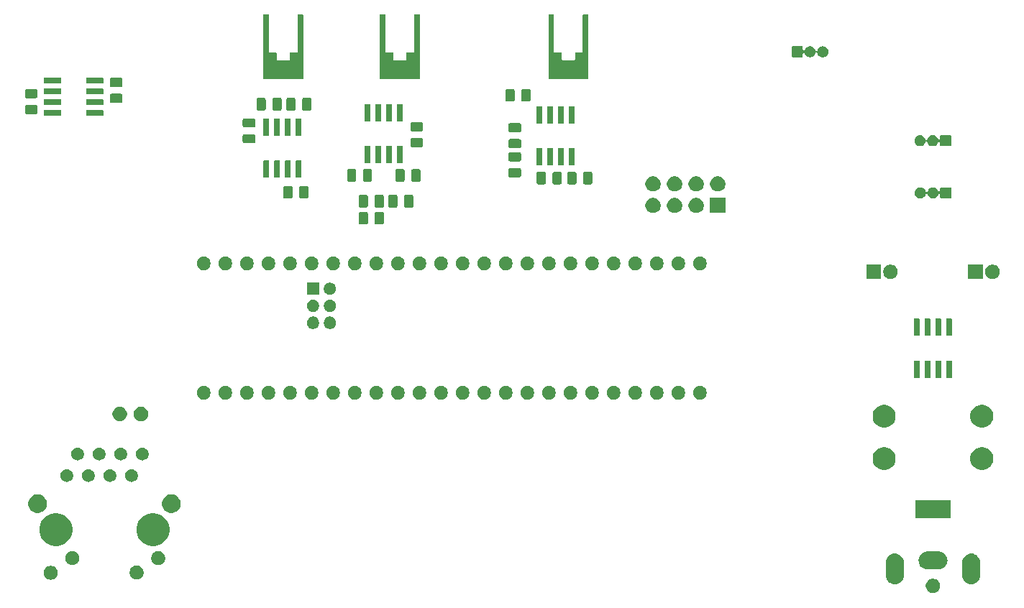
<source format=gts>
G04 #@! TF.GenerationSoftware,KiCad,Pcbnew,(5.1.6-0-10_14)*
G04 #@! TF.CreationDate,2020-10-13T14:09:36+09:00*
G04 #@! TF.ProjectId,teabiscuits_compute,74656162-6973-4637-9569-74735f636f6d,rev?*
G04 #@! TF.SameCoordinates,Original*
G04 #@! TF.FileFunction,Soldermask,Top*
G04 #@! TF.FilePolarity,Negative*
%FSLAX46Y46*%
G04 Gerber Fmt 4.6, Leading zero omitted, Abs format (unit mm)*
G04 Created by KiCad (PCBNEW (5.1.6-0-10_14)) date 2020-10-13 14:09:36*
%MOMM*%
%LPD*%
G01*
G04 APERTURE LIST*
%ADD10C,0.100000*%
G04 APERTURE END LIST*
D10*
G36*
X201248228Y-164181703D02*
G01*
X201403100Y-164245853D01*
X201542481Y-164338985D01*
X201661015Y-164457519D01*
X201754147Y-164596900D01*
X201818297Y-164751772D01*
X201851000Y-164916184D01*
X201851000Y-165083816D01*
X201818297Y-165248228D01*
X201754147Y-165403100D01*
X201661015Y-165542481D01*
X201542481Y-165661015D01*
X201403100Y-165754147D01*
X201248228Y-165818297D01*
X201083816Y-165851000D01*
X200916184Y-165851000D01*
X200751772Y-165818297D01*
X200596900Y-165754147D01*
X200457519Y-165661015D01*
X200338985Y-165542481D01*
X200245853Y-165403100D01*
X200181703Y-165248228D01*
X200149000Y-165083816D01*
X200149000Y-164916184D01*
X200181703Y-164751772D01*
X200245853Y-164596900D01*
X200338985Y-164457519D01*
X200457519Y-164338985D01*
X200596900Y-164245853D01*
X200751772Y-164181703D01*
X200916184Y-164149000D01*
X201083816Y-164149000D01*
X201248228Y-164181703D01*
G37*
G36*
X196706031Y-161214207D02*
G01*
X196834687Y-161253235D01*
X196904148Y-161274306D01*
X196970030Y-161309521D01*
X197086729Y-161371897D01*
X197246765Y-161503235D01*
X197378103Y-161663271D01*
X197378104Y-161663273D01*
X197475694Y-161845851D01*
X197475694Y-161845852D01*
X197475695Y-161845854D01*
X197535793Y-162043968D01*
X197551000Y-162198370D01*
X197551000Y-163801630D01*
X197535793Y-163956032D01*
X197500807Y-164071363D01*
X197475694Y-164154149D01*
X197460953Y-164181727D01*
X197378103Y-164336729D01*
X197246765Y-164496765D01*
X197086729Y-164628103D01*
X197000975Y-164673939D01*
X196904149Y-164725694D01*
X196904146Y-164725695D01*
X196706032Y-164785793D01*
X196500000Y-164806085D01*
X196293969Y-164785793D01*
X196095855Y-164725695D01*
X196095852Y-164725694D01*
X195999026Y-164673939D01*
X195913272Y-164628103D01*
X195753236Y-164496765D01*
X195621898Y-164336729D01*
X195573324Y-164245853D01*
X195524305Y-164154146D01*
X195464207Y-163956033D01*
X195449000Y-163801631D01*
X195449000Y-162198370D01*
X195464207Y-162043971D01*
X195464207Y-162043969D01*
X195524305Y-161845855D01*
X195524306Y-161845852D01*
X195559521Y-161779970D01*
X195621897Y-161663271D01*
X195753235Y-161503235D01*
X195913271Y-161371897D01*
X195999025Y-161326061D01*
X196095851Y-161274306D01*
X196165312Y-161253235D01*
X196293968Y-161214207D01*
X196500000Y-161193915D01*
X196706031Y-161214207D01*
G37*
G36*
X205706031Y-161214207D02*
G01*
X205834687Y-161253235D01*
X205904148Y-161274306D01*
X205970030Y-161309521D01*
X206086729Y-161371897D01*
X206246765Y-161503235D01*
X206378103Y-161663271D01*
X206378104Y-161663273D01*
X206475694Y-161845851D01*
X206475694Y-161845852D01*
X206475695Y-161845854D01*
X206535793Y-162043968D01*
X206551000Y-162198370D01*
X206551000Y-163801630D01*
X206535793Y-163956032D01*
X206500807Y-164071363D01*
X206475694Y-164154149D01*
X206460953Y-164181727D01*
X206378103Y-164336729D01*
X206246765Y-164496765D01*
X206086729Y-164628103D01*
X206000975Y-164673939D01*
X205904149Y-164725694D01*
X205904146Y-164725695D01*
X205706032Y-164785793D01*
X205500000Y-164806085D01*
X205293969Y-164785793D01*
X205095855Y-164725695D01*
X205095852Y-164725694D01*
X204999026Y-164673939D01*
X204913272Y-164628103D01*
X204753236Y-164496765D01*
X204621898Y-164336729D01*
X204573324Y-164245853D01*
X204524305Y-164154146D01*
X204464207Y-163956033D01*
X204449000Y-163801631D01*
X204449000Y-162198370D01*
X204464207Y-162043971D01*
X204464207Y-162043969D01*
X204524305Y-161845855D01*
X204524306Y-161845852D01*
X204559521Y-161779970D01*
X204621897Y-161663271D01*
X204753235Y-161503235D01*
X204913271Y-161371897D01*
X204999025Y-161326061D01*
X205095851Y-161274306D01*
X205165312Y-161253235D01*
X205293968Y-161214207D01*
X205500000Y-161193915D01*
X205706031Y-161214207D01*
G37*
G36*
X97360848Y-162656031D02*
G01*
X97462830Y-162698273D01*
X97511116Y-162718274D01*
X97646353Y-162808637D01*
X97761363Y-162923647D01*
X97846458Y-163051000D01*
X97851727Y-163058886D01*
X97913969Y-163209152D01*
X97941722Y-163348674D01*
X97945700Y-163368676D01*
X97945700Y-163531324D01*
X97913969Y-163690848D01*
X97851726Y-163841116D01*
X97761363Y-163976353D01*
X97646353Y-164091363D01*
X97511116Y-164181726D01*
X97511115Y-164181727D01*
X97511114Y-164181727D01*
X97360848Y-164243969D01*
X97201326Y-164275700D01*
X97038674Y-164275700D01*
X96879152Y-164243969D01*
X96728886Y-164181727D01*
X96728885Y-164181727D01*
X96728884Y-164181726D01*
X96593647Y-164091363D01*
X96478637Y-163976353D01*
X96388274Y-163841116D01*
X96326031Y-163690848D01*
X96294300Y-163531324D01*
X96294300Y-163368676D01*
X96298279Y-163348674D01*
X96326031Y-163209152D01*
X96388273Y-163058886D01*
X96393542Y-163051000D01*
X96478637Y-162923647D01*
X96593647Y-162808637D01*
X96728884Y-162718274D01*
X96777171Y-162698273D01*
X96879152Y-162656031D01*
X97038674Y-162624300D01*
X97201326Y-162624300D01*
X97360848Y-162656031D01*
G37*
G36*
X107411872Y-162624300D02*
G01*
X107470848Y-162636031D01*
X107621116Y-162698274D01*
X107756353Y-162788637D01*
X107871363Y-162903647D01*
X107961726Y-163038884D01*
X107961727Y-163038886D01*
X108023969Y-163189152D01*
X108055700Y-163348674D01*
X108055700Y-163511326D01*
X108023969Y-163670848D01*
X107969798Y-163801630D01*
X107961726Y-163821116D01*
X107871363Y-163956353D01*
X107756353Y-164071363D01*
X107621116Y-164161726D01*
X107621115Y-164161727D01*
X107621114Y-164161727D01*
X107470848Y-164223969D01*
X107311326Y-164255700D01*
X107148674Y-164255700D01*
X106989152Y-164223969D01*
X106838886Y-164161727D01*
X106838885Y-164161727D01*
X106838884Y-164161726D01*
X106703647Y-164071363D01*
X106588637Y-163956353D01*
X106498274Y-163821116D01*
X106490203Y-163801630D01*
X106436031Y-163670848D01*
X106404300Y-163511326D01*
X106404300Y-163348674D01*
X106436031Y-163189152D01*
X106498273Y-163038886D01*
X106498274Y-163038884D01*
X106588637Y-162903647D01*
X106703647Y-162788637D01*
X106838884Y-162698274D01*
X106989152Y-162636031D01*
X107048128Y-162624300D01*
X107148674Y-162604300D01*
X107311326Y-162604300D01*
X107411872Y-162624300D01*
G37*
G36*
X201753097Y-160954069D02*
G01*
X201856032Y-160964207D01*
X202054146Y-161024305D01*
X202054149Y-161024306D01*
X202150975Y-161076061D01*
X202236729Y-161121897D01*
X202396765Y-161253235D01*
X202528103Y-161413271D01*
X202568662Y-161489152D01*
X202625694Y-161595851D01*
X202625695Y-161595854D01*
X202685793Y-161793968D01*
X202706085Y-162000000D01*
X202685793Y-162206032D01*
X202670528Y-162256353D01*
X202625694Y-162404149D01*
X202594918Y-162461726D01*
X202528103Y-162586729D01*
X202396765Y-162746765D01*
X202236729Y-162878103D01*
X202188939Y-162903647D01*
X202054149Y-162975694D01*
X202054146Y-162975695D01*
X201856032Y-163035793D01*
X201753097Y-163045931D01*
X201701631Y-163051000D01*
X200298369Y-163051000D01*
X200246903Y-163045931D01*
X200143968Y-163035793D01*
X199945854Y-162975695D01*
X199945851Y-162975694D01*
X199811061Y-162903647D01*
X199763271Y-162878103D01*
X199603235Y-162746765D01*
X199471897Y-162586729D01*
X199405082Y-162461726D01*
X199374306Y-162404149D01*
X199329472Y-162256353D01*
X199314207Y-162206032D01*
X199293915Y-162000000D01*
X199314207Y-161793968D01*
X199374305Y-161595854D01*
X199374306Y-161595851D01*
X199431338Y-161489152D01*
X199471897Y-161413271D01*
X199603235Y-161253235D01*
X199763271Y-161121897D01*
X199849025Y-161076061D01*
X199945851Y-161024306D01*
X199945854Y-161024305D01*
X200143968Y-160964207D01*
X200246903Y-160954069D01*
X200298369Y-160949000D01*
X201701631Y-160949000D01*
X201753097Y-160954069D01*
G37*
G36*
X110010848Y-160936031D02*
G01*
X110161116Y-160998274D01*
X110296353Y-161088637D01*
X110411363Y-161203647D01*
X110458575Y-161274305D01*
X110501727Y-161338886D01*
X110563969Y-161489152D01*
X110595700Y-161648674D01*
X110595700Y-161811326D01*
X110563969Y-161970848D01*
X110533681Y-162043971D01*
X110501726Y-162121116D01*
X110411363Y-162256353D01*
X110296353Y-162371363D01*
X110161116Y-162461726D01*
X110161115Y-162461727D01*
X110161114Y-162461727D01*
X110010848Y-162523969D01*
X109851326Y-162555700D01*
X109688674Y-162555700D01*
X109529152Y-162523969D01*
X109378886Y-162461727D01*
X109378885Y-162461727D01*
X109378884Y-162461726D01*
X109243647Y-162371363D01*
X109128637Y-162256353D01*
X109038274Y-162121116D01*
X109006320Y-162043971D01*
X108976031Y-161970848D01*
X108944300Y-161811326D01*
X108944300Y-161648674D01*
X108976031Y-161489152D01*
X109038273Y-161338886D01*
X109081425Y-161274305D01*
X109128637Y-161203647D01*
X109243647Y-161088637D01*
X109378884Y-160998274D01*
X109529152Y-160936031D01*
X109688674Y-160904300D01*
X109851326Y-160904300D01*
X110010848Y-160936031D01*
G37*
G36*
X99900848Y-160936031D02*
G01*
X100051116Y-160998274D01*
X100186353Y-161088637D01*
X100301363Y-161203647D01*
X100348575Y-161274305D01*
X100391727Y-161338886D01*
X100453969Y-161489152D01*
X100485700Y-161648674D01*
X100485700Y-161811326D01*
X100453969Y-161970848D01*
X100423681Y-162043971D01*
X100391726Y-162121116D01*
X100301363Y-162256353D01*
X100186353Y-162371363D01*
X100051116Y-162461726D01*
X100051115Y-162461727D01*
X100051114Y-162461727D01*
X99900848Y-162523969D01*
X99741326Y-162555700D01*
X99578674Y-162555700D01*
X99419152Y-162523969D01*
X99268886Y-162461727D01*
X99268885Y-162461727D01*
X99268884Y-162461726D01*
X99133647Y-162371363D01*
X99018637Y-162256353D01*
X98928274Y-162121116D01*
X98896320Y-162043971D01*
X98866031Y-161970848D01*
X98834300Y-161811326D01*
X98834300Y-161648674D01*
X98866031Y-161489152D01*
X98928273Y-161338886D01*
X98971425Y-161274305D01*
X99018637Y-161203647D01*
X99133647Y-161088637D01*
X99268884Y-160998274D01*
X99419152Y-160936031D01*
X99578674Y-160904300D01*
X99741326Y-160904300D01*
X99900848Y-160936031D01*
G37*
G36*
X109598806Y-156488861D02*
G01*
X109723135Y-156513592D01*
X110074482Y-156659125D01*
X110390686Y-156870405D01*
X110659595Y-157139314D01*
X110870875Y-157455518D01*
X111016408Y-157806865D01*
X111090600Y-158179853D01*
X111090600Y-158560147D01*
X111016408Y-158933135D01*
X110870875Y-159284482D01*
X110659595Y-159600686D01*
X110390686Y-159869595D01*
X110074482Y-160080875D01*
X109723135Y-160226408D01*
X109598806Y-160251139D01*
X109350149Y-160300600D01*
X108969851Y-160300600D01*
X108721194Y-160251139D01*
X108596865Y-160226408D01*
X108245518Y-160080875D01*
X107929314Y-159869595D01*
X107660405Y-159600686D01*
X107449125Y-159284482D01*
X107303592Y-158933135D01*
X107229400Y-158560147D01*
X107229400Y-158179853D01*
X107303592Y-157806865D01*
X107449125Y-157455518D01*
X107660405Y-157139314D01*
X107929314Y-156870405D01*
X108245518Y-156659125D01*
X108596865Y-156513592D01*
X108721194Y-156488861D01*
X108969851Y-156439400D01*
X109350149Y-156439400D01*
X109598806Y-156488861D01*
G37*
G36*
X98168806Y-156488861D02*
G01*
X98293135Y-156513592D01*
X98644482Y-156659125D01*
X98960686Y-156870405D01*
X99229595Y-157139314D01*
X99440875Y-157455518D01*
X99586408Y-157806865D01*
X99660600Y-158179853D01*
X99660600Y-158560147D01*
X99586408Y-158933135D01*
X99440875Y-159284482D01*
X99229595Y-159600686D01*
X98960686Y-159869595D01*
X98644482Y-160080875D01*
X98293135Y-160226408D01*
X98168806Y-160251139D01*
X97920149Y-160300600D01*
X97539851Y-160300600D01*
X97291194Y-160251139D01*
X97166865Y-160226408D01*
X96815518Y-160080875D01*
X96499314Y-159869595D01*
X96230405Y-159600686D01*
X96019125Y-159284482D01*
X95873592Y-158933135D01*
X95799400Y-158560147D01*
X95799400Y-158179853D01*
X95873592Y-157806865D01*
X96019125Y-157455518D01*
X96230405Y-157139314D01*
X96499314Y-156870405D01*
X96815518Y-156659125D01*
X97166865Y-156513592D01*
X97291194Y-156488861D01*
X97539851Y-156439400D01*
X97920149Y-156439400D01*
X98168806Y-156488861D01*
G37*
G36*
X203051000Y-157051000D02*
G01*
X198949000Y-157051000D01*
X198949000Y-154949000D01*
X203051000Y-154949000D01*
X203051000Y-157051000D01*
G37*
G36*
X111642344Y-154257368D02*
G01*
X111843459Y-154340673D01*
X112024458Y-154461613D01*
X112178385Y-154615540D01*
X112299325Y-154796539D01*
X112382630Y-154997654D01*
X112425098Y-155211157D01*
X112425098Y-155428843D01*
X112382630Y-155642346D01*
X112299325Y-155843461D01*
X112178385Y-156024460D01*
X112024458Y-156178387D01*
X111843459Y-156299327D01*
X111642344Y-156382632D01*
X111428842Y-156425100D01*
X111211154Y-156425100D01*
X110997652Y-156382632D01*
X110796537Y-156299327D01*
X110615538Y-156178387D01*
X110461611Y-156024460D01*
X110340671Y-155843461D01*
X110257366Y-155642346D01*
X110214898Y-155428843D01*
X110214898Y-155211157D01*
X110257366Y-154997654D01*
X110340671Y-154796539D01*
X110461611Y-154615540D01*
X110615538Y-154461613D01*
X110796537Y-154340673D01*
X110997652Y-154257368D01*
X111211154Y-154214900D01*
X111428842Y-154214900D01*
X111642344Y-154257368D01*
G37*
G36*
X95892348Y-154257368D02*
G01*
X96093463Y-154340673D01*
X96274462Y-154461613D01*
X96428389Y-154615540D01*
X96549329Y-154796539D01*
X96632634Y-154997654D01*
X96675102Y-155211157D01*
X96675102Y-155428843D01*
X96632634Y-155642346D01*
X96549329Y-155843461D01*
X96428389Y-156024460D01*
X96274462Y-156178387D01*
X96093463Y-156299327D01*
X95892348Y-156382632D01*
X95678846Y-156425100D01*
X95461158Y-156425100D01*
X95247656Y-156382632D01*
X95046541Y-156299327D01*
X94865542Y-156178387D01*
X94711615Y-156024460D01*
X94590675Y-155843461D01*
X94507370Y-155642346D01*
X94464902Y-155428843D01*
X94464902Y-155211157D01*
X94507370Y-154997654D01*
X94590675Y-154796539D01*
X94711615Y-154615540D01*
X94865542Y-154461613D01*
X95046541Y-154340673D01*
X95247656Y-154257368D01*
X95461158Y-154214900D01*
X95678846Y-154214900D01*
X95892348Y-154257368D01*
G37*
G36*
X106714425Y-151254599D02*
G01*
X106838621Y-151279302D01*
X106975022Y-151335801D01*
X107097779Y-151417825D01*
X107202175Y-151522221D01*
X107284199Y-151644978D01*
X107340698Y-151781379D01*
X107369500Y-151926181D01*
X107369500Y-152073819D01*
X107340698Y-152218621D01*
X107284199Y-152355022D01*
X107202175Y-152477779D01*
X107097779Y-152582175D01*
X106975022Y-152664199D01*
X106838621Y-152720698D01*
X106714425Y-152745401D01*
X106693820Y-152749500D01*
X106546180Y-152749500D01*
X106525575Y-152745401D01*
X106401379Y-152720698D01*
X106264978Y-152664199D01*
X106142221Y-152582175D01*
X106037825Y-152477779D01*
X105955801Y-152355022D01*
X105899302Y-152218621D01*
X105870500Y-152073819D01*
X105870500Y-151926181D01*
X105899302Y-151781379D01*
X105955801Y-151644978D01*
X106037825Y-151522221D01*
X106142221Y-151417825D01*
X106264978Y-151335801D01*
X106401379Y-151279302D01*
X106525575Y-151254599D01*
X106546180Y-151250500D01*
X106693820Y-151250500D01*
X106714425Y-151254599D01*
G37*
G36*
X99094425Y-151254599D02*
G01*
X99218621Y-151279302D01*
X99355022Y-151335801D01*
X99477779Y-151417825D01*
X99582175Y-151522221D01*
X99664199Y-151644978D01*
X99720698Y-151781379D01*
X99749500Y-151926181D01*
X99749500Y-152073819D01*
X99720698Y-152218621D01*
X99664199Y-152355022D01*
X99582175Y-152477779D01*
X99477779Y-152582175D01*
X99355022Y-152664199D01*
X99218621Y-152720698D01*
X99094425Y-152745401D01*
X99073820Y-152749500D01*
X98926180Y-152749500D01*
X98905575Y-152745401D01*
X98781379Y-152720698D01*
X98644978Y-152664199D01*
X98522221Y-152582175D01*
X98417825Y-152477779D01*
X98335801Y-152355022D01*
X98279302Y-152218621D01*
X98250500Y-152073819D01*
X98250500Y-151926181D01*
X98279302Y-151781379D01*
X98335801Y-151644978D01*
X98417825Y-151522221D01*
X98522221Y-151417825D01*
X98644978Y-151335801D01*
X98781379Y-151279302D01*
X98905575Y-151254599D01*
X98926180Y-151250500D01*
X99073820Y-151250500D01*
X99094425Y-151254599D01*
G37*
G36*
X101634425Y-151254599D02*
G01*
X101758621Y-151279302D01*
X101895022Y-151335801D01*
X102017779Y-151417825D01*
X102122175Y-151522221D01*
X102204199Y-151644978D01*
X102260698Y-151781379D01*
X102289500Y-151926181D01*
X102289500Y-152073819D01*
X102260698Y-152218621D01*
X102204199Y-152355022D01*
X102122175Y-152477779D01*
X102017779Y-152582175D01*
X101895022Y-152664199D01*
X101758621Y-152720698D01*
X101634425Y-152745401D01*
X101613820Y-152749500D01*
X101466180Y-152749500D01*
X101445575Y-152745401D01*
X101321379Y-152720698D01*
X101184978Y-152664199D01*
X101062221Y-152582175D01*
X100957825Y-152477779D01*
X100875801Y-152355022D01*
X100819302Y-152218621D01*
X100790500Y-152073819D01*
X100790500Y-151926181D01*
X100819302Y-151781379D01*
X100875801Y-151644978D01*
X100957825Y-151522221D01*
X101062221Y-151417825D01*
X101184978Y-151335801D01*
X101321379Y-151279302D01*
X101445575Y-151254599D01*
X101466180Y-151250500D01*
X101613820Y-151250500D01*
X101634425Y-151254599D01*
G37*
G36*
X104174425Y-151254599D02*
G01*
X104298621Y-151279302D01*
X104435022Y-151335801D01*
X104557779Y-151417825D01*
X104662175Y-151522221D01*
X104744199Y-151644978D01*
X104800698Y-151781379D01*
X104829500Y-151926181D01*
X104829500Y-152073819D01*
X104800698Y-152218621D01*
X104744199Y-152355022D01*
X104662175Y-152477779D01*
X104557779Y-152582175D01*
X104435022Y-152664199D01*
X104298621Y-152720698D01*
X104174425Y-152745401D01*
X104153820Y-152749500D01*
X104006180Y-152749500D01*
X103985575Y-152745401D01*
X103861379Y-152720698D01*
X103724978Y-152664199D01*
X103602221Y-152582175D01*
X103497825Y-152477779D01*
X103415801Y-152355022D01*
X103359302Y-152218621D01*
X103330500Y-152073819D01*
X103330500Y-151926181D01*
X103359302Y-151781379D01*
X103415801Y-151644978D01*
X103497825Y-151522221D01*
X103602221Y-151417825D01*
X103724978Y-151335801D01*
X103861379Y-151279302D01*
X103985575Y-151254599D01*
X104006180Y-151250500D01*
X104153820Y-151250500D01*
X104174425Y-151254599D01*
G37*
G36*
X207144072Y-148700918D02*
G01*
X207389939Y-148802759D01*
X207611212Y-148950610D01*
X207799390Y-149138788D01*
X207947241Y-149360061D01*
X208049082Y-149605928D01*
X208101000Y-149866938D01*
X208101000Y-150133062D01*
X208049082Y-150394072D01*
X207947241Y-150639939D01*
X207799390Y-150861212D01*
X207611212Y-151049390D01*
X207389939Y-151197241D01*
X207389938Y-151197242D01*
X207389937Y-151197242D01*
X207144072Y-151299082D01*
X206883063Y-151351000D01*
X206616937Y-151351000D01*
X206355928Y-151299082D01*
X206110063Y-151197242D01*
X206110062Y-151197242D01*
X206110061Y-151197241D01*
X205888788Y-151049390D01*
X205700610Y-150861212D01*
X205552759Y-150639939D01*
X205450918Y-150394072D01*
X205399000Y-150133062D01*
X205399000Y-149866938D01*
X205450918Y-149605928D01*
X205552759Y-149360061D01*
X205700610Y-149138788D01*
X205888788Y-148950610D01*
X206110061Y-148802759D01*
X206355928Y-148700918D01*
X206616937Y-148649000D01*
X206883063Y-148649000D01*
X207144072Y-148700918D01*
G37*
G36*
X195644072Y-148700918D02*
G01*
X195889939Y-148802759D01*
X196111212Y-148950610D01*
X196299390Y-149138788D01*
X196447241Y-149360061D01*
X196549082Y-149605928D01*
X196601000Y-149866938D01*
X196601000Y-150133062D01*
X196549082Y-150394072D01*
X196447241Y-150639939D01*
X196299390Y-150861212D01*
X196111212Y-151049390D01*
X195889939Y-151197241D01*
X195889938Y-151197242D01*
X195889937Y-151197242D01*
X195644072Y-151299082D01*
X195383063Y-151351000D01*
X195116937Y-151351000D01*
X194855928Y-151299082D01*
X194610063Y-151197242D01*
X194610062Y-151197242D01*
X194610061Y-151197241D01*
X194388788Y-151049390D01*
X194200610Y-150861212D01*
X194052759Y-150639939D01*
X193950918Y-150394072D01*
X193899000Y-150133062D01*
X193899000Y-149866938D01*
X193950918Y-149605928D01*
X194052759Y-149360061D01*
X194200610Y-149138788D01*
X194388788Y-148950610D01*
X194610061Y-148802759D01*
X194855928Y-148700918D01*
X195116937Y-148649000D01*
X195383063Y-148649000D01*
X195644072Y-148700918D01*
G37*
G36*
X100364425Y-148714599D02*
G01*
X100488621Y-148739302D01*
X100625022Y-148795801D01*
X100747779Y-148877825D01*
X100852175Y-148982221D01*
X100934199Y-149104978D01*
X100990698Y-149241379D01*
X101019500Y-149386181D01*
X101019500Y-149533819D01*
X100990698Y-149678621D01*
X100934199Y-149815022D01*
X100852175Y-149937779D01*
X100747779Y-150042175D01*
X100625022Y-150124199D01*
X100488621Y-150180698D01*
X100364425Y-150205401D01*
X100343820Y-150209500D01*
X100196180Y-150209500D01*
X100175575Y-150205401D01*
X100051379Y-150180698D01*
X99914978Y-150124199D01*
X99792221Y-150042175D01*
X99687825Y-149937779D01*
X99605801Y-149815022D01*
X99549302Y-149678621D01*
X99520500Y-149533819D01*
X99520500Y-149386181D01*
X99549302Y-149241379D01*
X99605801Y-149104978D01*
X99687825Y-148982221D01*
X99792221Y-148877825D01*
X99914978Y-148795801D01*
X100051379Y-148739302D01*
X100175575Y-148714599D01*
X100196180Y-148710500D01*
X100343820Y-148710500D01*
X100364425Y-148714599D01*
G37*
G36*
X102904425Y-148714599D02*
G01*
X103028621Y-148739302D01*
X103165022Y-148795801D01*
X103287779Y-148877825D01*
X103392175Y-148982221D01*
X103474199Y-149104978D01*
X103530698Y-149241379D01*
X103559500Y-149386181D01*
X103559500Y-149533819D01*
X103530698Y-149678621D01*
X103474199Y-149815022D01*
X103392175Y-149937779D01*
X103287779Y-150042175D01*
X103165022Y-150124199D01*
X103028621Y-150180698D01*
X102904425Y-150205401D01*
X102883820Y-150209500D01*
X102736180Y-150209500D01*
X102715575Y-150205401D01*
X102591379Y-150180698D01*
X102454978Y-150124199D01*
X102332221Y-150042175D01*
X102227825Y-149937779D01*
X102145801Y-149815022D01*
X102089302Y-149678621D01*
X102060500Y-149533819D01*
X102060500Y-149386181D01*
X102089302Y-149241379D01*
X102145801Y-149104978D01*
X102227825Y-148982221D01*
X102332221Y-148877825D01*
X102454978Y-148795801D01*
X102591379Y-148739302D01*
X102715575Y-148714599D01*
X102736180Y-148710500D01*
X102883820Y-148710500D01*
X102904425Y-148714599D01*
G37*
G36*
X105444425Y-148714599D02*
G01*
X105568621Y-148739302D01*
X105705022Y-148795801D01*
X105827779Y-148877825D01*
X105932175Y-148982221D01*
X106014199Y-149104978D01*
X106070698Y-149241379D01*
X106099500Y-149386181D01*
X106099500Y-149533819D01*
X106070698Y-149678621D01*
X106014199Y-149815022D01*
X105932175Y-149937779D01*
X105827779Y-150042175D01*
X105705022Y-150124199D01*
X105568621Y-150180698D01*
X105444425Y-150205401D01*
X105423820Y-150209500D01*
X105276180Y-150209500D01*
X105255575Y-150205401D01*
X105131379Y-150180698D01*
X104994978Y-150124199D01*
X104872221Y-150042175D01*
X104767825Y-149937779D01*
X104685801Y-149815022D01*
X104629302Y-149678621D01*
X104600500Y-149533819D01*
X104600500Y-149386181D01*
X104629302Y-149241379D01*
X104685801Y-149104978D01*
X104767825Y-148982221D01*
X104872221Y-148877825D01*
X104994978Y-148795801D01*
X105131379Y-148739302D01*
X105255575Y-148714599D01*
X105276180Y-148710500D01*
X105423820Y-148710500D01*
X105444425Y-148714599D01*
G37*
G36*
X107984425Y-148714599D02*
G01*
X108108621Y-148739302D01*
X108245022Y-148795801D01*
X108367779Y-148877825D01*
X108472175Y-148982221D01*
X108554199Y-149104978D01*
X108610698Y-149241379D01*
X108639500Y-149386181D01*
X108639500Y-149533819D01*
X108610698Y-149678621D01*
X108554199Y-149815022D01*
X108472175Y-149937779D01*
X108367779Y-150042175D01*
X108245022Y-150124199D01*
X108108621Y-150180698D01*
X107984425Y-150205401D01*
X107963820Y-150209500D01*
X107816180Y-150209500D01*
X107795575Y-150205401D01*
X107671379Y-150180698D01*
X107534978Y-150124199D01*
X107412221Y-150042175D01*
X107307825Y-149937779D01*
X107225801Y-149815022D01*
X107169302Y-149678621D01*
X107140500Y-149533819D01*
X107140500Y-149386181D01*
X107169302Y-149241379D01*
X107225801Y-149104978D01*
X107307825Y-148982221D01*
X107412221Y-148877825D01*
X107534978Y-148795801D01*
X107671379Y-148739302D01*
X107795575Y-148714599D01*
X107816180Y-148710500D01*
X107963820Y-148710500D01*
X107984425Y-148714599D01*
G37*
G36*
X195644072Y-143700918D02*
G01*
X195889939Y-143802759D01*
X196001328Y-143877187D01*
X196111211Y-143950609D01*
X196299391Y-144138789D01*
X196447242Y-144360063D01*
X196549082Y-144605928D01*
X196594412Y-144833815D01*
X196601000Y-144866938D01*
X196601000Y-145133062D01*
X196549082Y-145394072D01*
X196447241Y-145639939D01*
X196299390Y-145861212D01*
X196111212Y-146049390D01*
X195889939Y-146197241D01*
X195889938Y-146197242D01*
X195889937Y-146197242D01*
X195644072Y-146299082D01*
X195383063Y-146351000D01*
X195116937Y-146351000D01*
X194855928Y-146299082D01*
X194610063Y-146197242D01*
X194610062Y-146197242D01*
X194610061Y-146197241D01*
X194388788Y-146049390D01*
X194200610Y-145861212D01*
X194052759Y-145639939D01*
X193950918Y-145394072D01*
X193899000Y-145133062D01*
X193899000Y-144866938D01*
X193905589Y-144833815D01*
X193950918Y-144605928D01*
X194052758Y-144360063D01*
X194200609Y-144138789D01*
X194388789Y-143950609D01*
X194498672Y-143877187D01*
X194610061Y-143802759D01*
X194855928Y-143700918D01*
X195116937Y-143649000D01*
X195383063Y-143649000D01*
X195644072Y-143700918D01*
G37*
G36*
X207144072Y-143700918D02*
G01*
X207389939Y-143802759D01*
X207501328Y-143877187D01*
X207611211Y-143950609D01*
X207799391Y-144138789D01*
X207947242Y-144360063D01*
X208049082Y-144605928D01*
X208094412Y-144833815D01*
X208101000Y-144866938D01*
X208101000Y-145133062D01*
X208049082Y-145394072D01*
X207947241Y-145639939D01*
X207799390Y-145861212D01*
X207611212Y-146049390D01*
X207389939Y-146197241D01*
X207389938Y-146197242D01*
X207389937Y-146197242D01*
X207144072Y-146299082D01*
X206883063Y-146351000D01*
X206616937Y-146351000D01*
X206355928Y-146299082D01*
X206110063Y-146197242D01*
X206110062Y-146197242D01*
X206110061Y-146197241D01*
X205888788Y-146049390D01*
X205700610Y-145861212D01*
X205552759Y-145639939D01*
X205450918Y-145394072D01*
X205399000Y-145133062D01*
X205399000Y-144866938D01*
X205405589Y-144833815D01*
X205450918Y-144605928D01*
X205552758Y-144360063D01*
X205700609Y-144138789D01*
X205888789Y-143950609D01*
X205998672Y-143877187D01*
X206110061Y-143802759D01*
X206355928Y-143700918D01*
X206616937Y-143649000D01*
X206883063Y-143649000D01*
X207144072Y-143700918D01*
G37*
G36*
X105498228Y-143931703D02*
G01*
X105653100Y-143995853D01*
X105792481Y-144088985D01*
X105911015Y-144207519D01*
X106004147Y-144346900D01*
X106068297Y-144501772D01*
X106101000Y-144666184D01*
X106101000Y-144833816D01*
X106068297Y-144998228D01*
X106004147Y-145153100D01*
X105911015Y-145292481D01*
X105792481Y-145411015D01*
X105653100Y-145504147D01*
X105498228Y-145568297D01*
X105333816Y-145601000D01*
X105166184Y-145601000D01*
X105001772Y-145568297D01*
X104846900Y-145504147D01*
X104707519Y-145411015D01*
X104588985Y-145292481D01*
X104495853Y-145153100D01*
X104431703Y-144998228D01*
X104399000Y-144833816D01*
X104399000Y-144666184D01*
X104431703Y-144501772D01*
X104495853Y-144346900D01*
X104588985Y-144207519D01*
X104707519Y-144088985D01*
X104846900Y-143995853D01*
X105001772Y-143931703D01*
X105166184Y-143899000D01*
X105333816Y-143899000D01*
X105498228Y-143931703D01*
G37*
G36*
X107998228Y-143931703D02*
G01*
X108153100Y-143995853D01*
X108292481Y-144088985D01*
X108411015Y-144207519D01*
X108504147Y-144346900D01*
X108568297Y-144501772D01*
X108601000Y-144666184D01*
X108601000Y-144833816D01*
X108568297Y-144998228D01*
X108504147Y-145153100D01*
X108411015Y-145292481D01*
X108292481Y-145411015D01*
X108153100Y-145504147D01*
X107998228Y-145568297D01*
X107833816Y-145601000D01*
X107666184Y-145601000D01*
X107501772Y-145568297D01*
X107346900Y-145504147D01*
X107207519Y-145411015D01*
X107088985Y-145292481D01*
X106995853Y-145153100D01*
X106931703Y-144998228D01*
X106899000Y-144833816D01*
X106899000Y-144666184D01*
X106931703Y-144501772D01*
X106995853Y-144346900D01*
X107088985Y-144207519D01*
X107207519Y-144088985D01*
X107346900Y-143995853D01*
X107501772Y-143931703D01*
X107666184Y-143899000D01*
X107833816Y-143899000D01*
X107998228Y-143931703D01*
G37*
G36*
X115367142Y-141458242D02*
G01*
X115515101Y-141519529D01*
X115648255Y-141608499D01*
X115761501Y-141721745D01*
X115850471Y-141854899D01*
X115911758Y-142002858D01*
X115943000Y-142159925D01*
X115943000Y-142320075D01*
X115911758Y-142477142D01*
X115850471Y-142625101D01*
X115761501Y-142758255D01*
X115648255Y-142871501D01*
X115515101Y-142960471D01*
X115367142Y-143021758D01*
X115210075Y-143053000D01*
X115049925Y-143053000D01*
X114892858Y-143021758D01*
X114744899Y-142960471D01*
X114611745Y-142871501D01*
X114498499Y-142758255D01*
X114409529Y-142625101D01*
X114348242Y-142477142D01*
X114317000Y-142320075D01*
X114317000Y-142159925D01*
X114348242Y-142002858D01*
X114409529Y-141854899D01*
X114498499Y-141721745D01*
X114611745Y-141608499D01*
X114744899Y-141519529D01*
X114892858Y-141458242D01*
X115049925Y-141427000D01*
X115210075Y-141427000D01*
X115367142Y-141458242D01*
G37*
G36*
X166167142Y-141458242D02*
G01*
X166315101Y-141519529D01*
X166448255Y-141608499D01*
X166561501Y-141721745D01*
X166650471Y-141854899D01*
X166711758Y-142002858D01*
X166743000Y-142159925D01*
X166743000Y-142320075D01*
X166711758Y-142477142D01*
X166650471Y-142625101D01*
X166561501Y-142758255D01*
X166448255Y-142871501D01*
X166315101Y-142960471D01*
X166167142Y-143021758D01*
X166010075Y-143053000D01*
X165849925Y-143053000D01*
X165692858Y-143021758D01*
X165544899Y-142960471D01*
X165411745Y-142871501D01*
X165298499Y-142758255D01*
X165209529Y-142625101D01*
X165148242Y-142477142D01*
X165117000Y-142320075D01*
X165117000Y-142159925D01*
X165148242Y-142002858D01*
X165209529Y-141854899D01*
X165298499Y-141721745D01*
X165411745Y-141608499D01*
X165544899Y-141519529D01*
X165692858Y-141458242D01*
X165849925Y-141427000D01*
X166010075Y-141427000D01*
X166167142Y-141458242D01*
G37*
G36*
X117907142Y-141458242D02*
G01*
X118055101Y-141519529D01*
X118188255Y-141608499D01*
X118301501Y-141721745D01*
X118390471Y-141854899D01*
X118451758Y-142002858D01*
X118483000Y-142159925D01*
X118483000Y-142320075D01*
X118451758Y-142477142D01*
X118390471Y-142625101D01*
X118301501Y-142758255D01*
X118188255Y-142871501D01*
X118055101Y-142960471D01*
X117907142Y-143021758D01*
X117750075Y-143053000D01*
X117589925Y-143053000D01*
X117432858Y-143021758D01*
X117284899Y-142960471D01*
X117151745Y-142871501D01*
X117038499Y-142758255D01*
X116949529Y-142625101D01*
X116888242Y-142477142D01*
X116857000Y-142320075D01*
X116857000Y-142159925D01*
X116888242Y-142002858D01*
X116949529Y-141854899D01*
X117038499Y-141721745D01*
X117151745Y-141608499D01*
X117284899Y-141519529D01*
X117432858Y-141458242D01*
X117589925Y-141427000D01*
X117750075Y-141427000D01*
X117907142Y-141458242D01*
G37*
G36*
X120447142Y-141458242D02*
G01*
X120595101Y-141519529D01*
X120728255Y-141608499D01*
X120841501Y-141721745D01*
X120930471Y-141854899D01*
X120991758Y-142002858D01*
X121023000Y-142159925D01*
X121023000Y-142320075D01*
X120991758Y-142477142D01*
X120930471Y-142625101D01*
X120841501Y-142758255D01*
X120728255Y-142871501D01*
X120595101Y-142960471D01*
X120447142Y-143021758D01*
X120290075Y-143053000D01*
X120129925Y-143053000D01*
X119972858Y-143021758D01*
X119824899Y-142960471D01*
X119691745Y-142871501D01*
X119578499Y-142758255D01*
X119489529Y-142625101D01*
X119428242Y-142477142D01*
X119397000Y-142320075D01*
X119397000Y-142159925D01*
X119428242Y-142002858D01*
X119489529Y-141854899D01*
X119578499Y-141721745D01*
X119691745Y-141608499D01*
X119824899Y-141519529D01*
X119972858Y-141458242D01*
X120129925Y-141427000D01*
X120290075Y-141427000D01*
X120447142Y-141458242D01*
G37*
G36*
X122987142Y-141458242D02*
G01*
X123135101Y-141519529D01*
X123268255Y-141608499D01*
X123381501Y-141721745D01*
X123470471Y-141854899D01*
X123531758Y-142002858D01*
X123563000Y-142159925D01*
X123563000Y-142320075D01*
X123531758Y-142477142D01*
X123470471Y-142625101D01*
X123381501Y-142758255D01*
X123268255Y-142871501D01*
X123135101Y-142960471D01*
X122987142Y-143021758D01*
X122830075Y-143053000D01*
X122669925Y-143053000D01*
X122512858Y-143021758D01*
X122364899Y-142960471D01*
X122231745Y-142871501D01*
X122118499Y-142758255D01*
X122029529Y-142625101D01*
X121968242Y-142477142D01*
X121937000Y-142320075D01*
X121937000Y-142159925D01*
X121968242Y-142002858D01*
X122029529Y-141854899D01*
X122118499Y-141721745D01*
X122231745Y-141608499D01*
X122364899Y-141519529D01*
X122512858Y-141458242D01*
X122669925Y-141427000D01*
X122830075Y-141427000D01*
X122987142Y-141458242D01*
G37*
G36*
X125527142Y-141458242D02*
G01*
X125675101Y-141519529D01*
X125808255Y-141608499D01*
X125921501Y-141721745D01*
X126010471Y-141854899D01*
X126071758Y-142002858D01*
X126103000Y-142159925D01*
X126103000Y-142320075D01*
X126071758Y-142477142D01*
X126010471Y-142625101D01*
X125921501Y-142758255D01*
X125808255Y-142871501D01*
X125675101Y-142960471D01*
X125527142Y-143021758D01*
X125370075Y-143053000D01*
X125209925Y-143053000D01*
X125052858Y-143021758D01*
X124904899Y-142960471D01*
X124771745Y-142871501D01*
X124658499Y-142758255D01*
X124569529Y-142625101D01*
X124508242Y-142477142D01*
X124477000Y-142320075D01*
X124477000Y-142159925D01*
X124508242Y-142002858D01*
X124569529Y-141854899D01*
X124658499Y-141721745D01*
X124771745Y-141608499D01*
X124904899Y-141519529D01*
X125052858Y-141458242D01*
X125209925Y-141427000D01*
X125370075Y-141427000D01*
X125527142Y-141458242D01*
G37*
G36*
X128067142Y-141458242D02*
G01*
X128215101Y-141519529D01*
X128348255Y-141608499D01*
X128461501Y-141721745D01*
X128550471Y-141854899D01*
X128611758Y-142002858D01*
X128643000Y-142159925D01*
X128643000Y-142320075D01*
X128611758Y-142477142D01*
X128550471Y-142625101D01*
X128461501Y-142758255D01*
X128348255Y-142871501D01*
X128215101Y-142960471D01*
X128067142Y-143021758D01*
X127910075Y-143053000D01*
X127749925Y-143053000D01*
X127592858Y-143021758D01*
X127444899Y-142960471D01*
X127311745Y-142871501D01*
X127198499Y-142758255D01*
X127109529Y-142625101D01*
X127048242Y-142477142D01*
X127017000Y-142320075D01*
X127017000Y-142159925D01*
X127048242Y-142002858D01*
X127109529Y-141854899D01*
X127198499Y-141721745D01*
X127311745Y-141608499D01*
X127444899Y-141519529D01*
X127592858Y-141458242D01*
X127749925Y-141427000D01*
X127910075Y-141427000D01*
X128067142Y-141458242D01*
G37*
G36*
X130607142Y-141458242D02*
G01*
X130755101Y-141519529D01*
X130888255Y-141608499D01*
X131001501Y-141721745D01*
X131090471Y-141854899D01*
X131151758Y-142002858D01*
X131183000Y-142159925D01*
X131183000Y-142320075D01*
X131151758Y-142477142D01*
X131090471Y-142625101D01*
X131001501Y-142758255D01*
X130888255Y-142871501D01*
X130755101Y-142960471D01*
X130607142Y-143021758D01*
X130450075Y-143053000D01*
X130289925Y-143053000D01*
X130132858Y-143021758D01*
X129984899Y-142960471D01*
X129851745Y-142871501D01*
X129738499Y-142758255D01*
X129649529Y-142625101D01*
X129588242Y-142477142D01*
X129557000Y-142320075D01*
X129557000Y-142159925D01*
X129588242Y-142002858D01*
X129649529Y-141854899D01*
X129738499Y-141721745D01*
X129851745Y-141608499D01*
X129984899Y-141519529D01*
X130132858Y-141458242D01*
X130289925Y-141427000D01*
X130450075Y-141427000D01*
X130607142Y-141458242D01*
G37*
G36*
X133147142Y-141458242D02*
G01*
X133295101Y-141519529D01*
X133428255Y-141608499D01*
X133541501Y-141721745D01*
X133630471Y-141854899D01*
X133691758Y-142002858D01*
X133723000Y-142159925D01*
X133723000Y-142320075D01*
X133691758Y-142477142D01*
X133630471Y-142625101D01*
X133541501Y-142758255D01*
X133428255Y-142871501D01*
X133295101Y-142960471D01*
X133147142Y-143021758D01*
X132990075Y-143053000D01*
X132829925Y-143053000D01*
X132672858Y-143021758D01*
X132524899Y-142960471D01*
X132391745Y-142871501D01*
X132278499Y-142758255D01*
X132189529Y-142625101D01*
X132128242Y-142477142D01*
X132097000Y-142320075D01*
X132097000Y-142159925D01*
X132128242Y-142002858D01*
X132189529Y-141854899D01*
X132278499Y-141721745D01*
X132391745Y-141608499D01*
X132524899Y-141519529D01*
X132672858Y-141458242D01*
X132829925Y-141427000D01*
X132990075Y-141427000D01*
X133147142Y-141458242D01*
G37*
G36*
X135687142Y-141458242D02*
G01*
X135835101Y-141519529D01*
X135968255Y-141608499D01*
X136081501Y-141721745D01*
X136170471Y-141854899D01*
X136231758Y-142002858D01*
X136263000Y-142159925D01*
X136263000Y-142320075D01*
X136231758Y-142477142D01*
X136170471Y-142625101D01*
X136081501Y-142758255D01*
X135968255Y-142871501D01*
X135835101Y-142960471D01*
X135687142Y-143021758D01*
X135530075Y-143053000D01*
X135369925Y-143053000D01*
X135212858Y-143021758D01*
X135064899Y-142960471D01*
X134931745Y-142871501D01*
X134818499Y-142758255D01*
X134729529Y-142625101D01*
X134668242Y-142477142D01*
X134637000Y-142320075D01*
X134637000Y-142159925D01*
X134668242Y-142002858D01*
X134729529Y-141854899D01*
X134818499Y-141721745D01*
X134931745Y-141608499D01*
X135064899Y-141519529D01*
X135212858Y-141458242D01*
X135369925Y-141427000D01*
X135530075Y-141427000D01*
X135687142Y-141458242D01*
G37*
G36*
X138227142Y-141458242D02*
G01*
X138375101Y-141519529D01*
X138508255Y-141608499D01*
X138621501Y-141721745D01*
X138710471Y-141854899D01*
X138771758Y-142002858D01*
X138803000Y-142159925D01*
X138803000Y-142320075D01*
X138771758Y-142477142D01*
X138710471Y-142625101D01*
X138621501Y-142758255D01*
X138508255Y-142871501D01*
X138375101Y-142960471D01*
X138227142Y-143021758D01*
X138070075Y-143053000D01*
X137909925Y-143053000D01*
X137752858Y-143021758D01*
X137604899Y-142960471D01*
X137471745Y-142871501D01*
X137358499Y-142758255D01*
X137269529Y-142625101D01*
X137208242Y-142477142D01*
X137177000Y-142320075D01*
X137177000Y-142159925D01*
X137208242Y-142002858D01*
X137269529Y-141854899D01*
X137358499Y-141721745D01*
X137471745Y-141608499D01*
X137604899Y-141519529D01*
X137752858Y-141458242D01*
X137909925Y-141427000D01*
X138070075Y-141427000D01*
X138227142Y-141458242D01*
G37*
G36*
X140767142Y-141458242D02*
G01*
X140915101Y-141519529D01*
X141048255Y-141608499D01*
X141161501Y-141721745D01*
X141250471Y-141854899D01*
X141311758Y-142002858D01*
X141343000Y-142159925D01*
X141343000Y-142320075D01*
X141311758Y-142477142D01*
X141250471Y-142625101D01*
X141161501Y-142758255D01*
X141048255Y-142871501D01*
X140915101Y-142960471D01*
X140767142Y-143021758D01*
X140610075Y-143053000D01*
X140449925Y-143053000D01*
X140292858Y-143021758D01*
X140144899Y-142960471D01*
X140011745Y-142871501D01*
X139898499Y-142758255D01*
X139809529Y-142625101D01*
X139748242Y-142477142D01*
X139717000Y-142320075D01*
X139717000Y-142159925D01*
X139748242Y-142002858D01*
X139809529Y-141854899D01*
X139898499Y-141721745D01*
X140011745Y-141608499D01*
X140144899Y-141519529D01*
X140292858Y-141458242D01*
X140449925Y-141427000D01*
X140610075Y-141427000D01*
X140767142Y-141458242D01*
G37*
G36*
X143307142Y-141458242D02*
G01*
X143455101Y-141519529D01*
X143588255Y-141608499D01*
X143701501Y-141721745D01*
X143790471Y-141854899D01*
X143851758Y-142002858D01*
X143883000Y-142159925D01*
X143883000Y-142320075D01*
X143851758Y-142477142D01*
X143790471Y-142625101D01*
X143701501Y-142758255D01*
X143588255Y-142871501D01*
X143455101Y-142960471D01*
X143307142Y-143021758D01*
X143150075Y-143053000D01*
X142989925Y-143053000D01*
X142832858Y-143021758D01*
X142684899Y-142960471D01*
X142551745Y-142871501D01*
X142438499Y-142758255D01*
X142349529Y-142625101D01*
X142288242Y-142477142D01*
X142257000Y-142320075D01*
X142257000Y-142159925D01*
X142288242Y-142002858D01*
X142349529Y-141854899D01*
X142438499Y-141721745D01*
X142551745Y-141608499D01*
X142684899Y-141519529D01*
X142832858Y-141458242D01*
X142989925Y-141427000D01*
X143150075Y-141427000D01*
X143307142Y-141458242D01*
G37*
G36*
X145847142Y-141458242D02*
G01*
X145995101Y-141519529D01*
X146128255Y-141608499D01*
X146241501Y-141721745D01*
X146330471Y-141854899D01*
X146391758Y-142002858D01*
X146423000Y-142159925D01*
X146423000Y-142320075D01*
X146391758Y-142477142D01*
X146330471Y-142625101D01*
X146241501Y-142758255D01*
X146128255Y-142871501D01*
X145995101Y-142960471D01*
X145847142Y-143021758D01*
X145690075Y-143053000D01*
X145529925Y-143053000D01*
X145372858Y-143021758D01*
X145224899Y-142960471D01*
X145091745Y-142871501D01*
X144978499Y-142758255D01*
X144889529Y-142625101D01*
X144828242Y-142477142D01*
X144797000Y-142320075D01*
X144797000Y-142159925D01*
X144828242Y-142002858D01*
X144889529Y-141854899D01*
X144978499Y-141721745D01*
X145091745Y-141608499D01*
X145224899Y-141519529D01*
X145372858Y-141458242D01*
X145529925Y-141427000D01*
X145690075Y-141427000D01*
X145847142Y-141458242D01*
G37*
G36*
X148387142Y-141458242D02*
G01*
X148535101Y-141519529D01*
X148668255Y-141608499D01*
X148781501Y-141721745D01*
X148870471Y-141854899D01*
X148931758Y-142002858D01*
X148963000Y-142159925D01*
X148963000Y-142320075D01*
X148931758Y-142477142D01*
X148870471Y-142625101D01*
X148781501Y-142758255D01*
X148668255Y-142871501D01*
X148535101Y-142960471D01*
X148387142Y-143021758D01*
X148230075Y-143053000D01*
X148069925Y-143053000D01*
X147912858Y-143021758D01*
X147764899Y-142960471D01*
X147631745Y-142871501D01*
X147518499Y-142758255D01*
X147429529Y-142625101D01*
X147368242Y-142477142D01*
X147337000Y-142320075D01*
X147337000Y-142159925D01*
X147368242Y-142002858D01*
X147429529Y-141854899D01*
X147518499Y-141721745D01*
X147631745Y-141608499D01*
X147764899Y-141519529D01*
X147912858Y-141458242D01*
X148069925Y-141427000D01*
X148230075Y-141427000D01*
X148387142Y-141458242D01*
G37*
G36*
X150927142Y-141458242D02*
G01*
X151075101Y-141519529D01*
X151208255Y-141608499D01*
X151321501Y-141721745D01*
X151410471Y-141854899D01*
X151471758Y-142002858D01*
X151503000Y-142159925D01*
X151503000Y-142320075D01*
X151471758Y-142477142D01*
X151410471Y-142625101D01*
X151321501Y-142758255D01*
X151208255Y-142871501D01*
X151075101Y-142960471D01*
X150927142Y-143021758D01*
X150770075Y-143053000D01*
X150609925Y-143053000D01*
X150452858Y-143021758D01*
X150304899Y-142960471D01*
X150171745Y-142871501D01*
X150058499Y-142758255D01*
X149969529Y-142625101D01*
X149908242Y-142477142D01*
X149877000Y-142320075D01*
X149877000Y-142159925D01*
X149908242Y-142002858D01*
X149969529Y-141854899D01*
X150058499Y-141721745D01*
X150171745Y-141608499D01*
X150304899Y-141519529D01*
X150452858Y-141458242D01*
X150609925Y-141427000D01*
X150770075Y-141427000D01*
X150927142Y-141458242D01*
G37*
G36*
X153467142Y-141458242D02*
G01*
X153615101Y-141519529D01*
X153748255Y-141608499D01*
X153861501Y-141721745D01*
X153950471Y-141854899D01*
X154011758Y-142002858D01*
X154043000Y-142159925D01*
X154043000Y-142320075D01*
X154011758Y-142477142D01*
X153950471Y-142625101D01*
X153861501Y-142758255D01*
X153748255Y-142871501D01*
X153615101Y-142960471D01*
X153467142Y-143021758D01*
X153310075Y-143053000D01*
X153149925Y-143053000D01*
X152992858Y-143021758D01*
X152844899Y-142960471D01*
X152711745Y-142871501D01*
X152598499Y-142758255D01*
X152509529Y-142625101D01*
X152448242Y-142477142D01*
X152417000Y-142320075D01*
X152417000Y-142159925D01*
X152448242Y-142002858D01*
X152509529Y-141854899D01*
X152598499Y-141721745D01*
X152711745Y-141608499D01*
X152844899Y-141519529D01*
X152992858Y-141458242D01*
X153149925Y-141427000D01*
X153310075Y-141427000D01*
X153467142Y-141458242D01*
G37*
G36*
X156007142Y-141458242D02*
G01*
X156155101Y-141519529D01*
X156288255Y-141608499D01*
X156401501Y-141721745D01*
X156490471Y-141854899D01*
X156551758Y-142002858D01*
X156583000Y-142159925D01*
X156583000Y-142320075D01*
X156551758Y-142477142D01*
X156490471Y-142625101D01*
X156401501Y-142758255D01*
X156288255Y-142871501D01*
X156155101Y-142960471D01*
X156007142Y-143021758D01*
X155850075Y-143053000D01*
X155689925Y-143053000D01*
X155532858Y-143021758D01*
X155384899Y-142960471D01*
X155251745Y-142871501D01*
X155138499Y-142758255D01*
X155049529Y-142625101D01*
X154988242Y-142477142D01*
X154957000Y-142320075D01*
X154957000Y-142159925D01*
X154988242Y-142002858D01*
X155049529Y-141854899D01*
X155138499Y-141721745D01*
X155251745Y-141608499D01*
X155384899Y-141519529D01*
X155532858Y-141458242D01*
X155689925Y-141427000D01*
X155850075Y-141427000D01*
X156007142Y-141458242D01*
G37*
G36*
X158547142Y-141458242D02*
G01*
X158695101Y-141519529D01*
X158828255Y-141608499D01*
X158941501Y-141721745D01*
X159030471Y-141854899D01*
X159091758Y-142002858D01*
X159123000Y-142159925D01*
X159123000Y-142320075D01*
X159091758Y-142477142D01*
X159030471Y-142625101D01*
X158941501Y-142758255D01*
X158828255Y-142871501D01*
X158695101Y-142960471D01*
X158547142Y-143021758D01*
X158390075Y-143053000D01*
X158229925Y-143053000D01*
X158072858Y-143021758D01*
X157924899Y-142960471D01*
X157791745Y-142871501D01*
X157678499Y-142758255D01*
X157589529Y-142625101D01*
X157528242Y-142477142D01*
X157497000Y-142320075D01*
X157497000Y-142159925D01*
X157528242Y-142002858D01*
X157589529Y-141854899D01*
X157678499Y-141721745D01*
X157791745Y-141608499D01*
X157924899Y-141519529D01*
X158072858Y-141458242D01*
X158229925Y-141427000D01*
X158390075Y-141427000D01*
X158547142Y-141458242D01*
G37*
G36*
X161087142Y-141458242D02*
G01*
X161235101Y-141519529D01*
X161368255Y-141608499D01*
X161481501Y-141721745D01*
X161570471Y-141854899D01*
X161631758Y-142002858D01*
X161663000Y-142159925D01*
X161663000Y-142320075D01*
X161631758Y-142477142D01*
X161570471Y-142625101D01*
X161481501Y-142758255D01*
X161368255Y-142871501D01*
X161235101Y-142960471D01*
X161087142Y-143021758D01*
X160930075Y-143053000D01*
X160769925Y-143053000D01*
X160612858Y-143021758D01*
X160464899Y-142960471D01*
X160331745Y-142871501D01*
X160218499Y-142758255D01*
X160129529Y-142625101D01*
X160068242Y-142477142D01*
X160037000Y-142320075D01*
X160037000Y-142159925D01*
X160068242Y-142002858D01*
X160129529Y-141854899D01*
X160218499Y-141721745D01*
X160331745Y-141608499D01*
X160464899Y-141519529D01*
X160612858Y-141458242D01*
X160769925Y-141427000D01*
X160930075Y-141427000D01*
X161087142Y-141458242D01*
G37*
G36*
X163627142Y-141458242D02*
G01*
X163775101Y-141519529D01*
X163908255Y-141608499D01*
X164021501Y-141721745D01*
X164110471Y-141854899D01*
X164171758Y-142002858D01*
X164203000Y-142159925D01*
X164203000Y-142320075D01*
X164171758Y-142477142D01*
X164110471Y-142625101D01*
X164021501Y-142758255D01*
X163908255Y-142871501D01*
X163775101Y-142960471D01*
X163627142Y-143021758D01*
X163470075Y-143053000D01*
X163309925Y-143053000D01*
X163152858Y-143021758D01*
X163004899Y-142960471D01*
X162871745Y-142871501D01*
X162758499Y-142758255D01*
X162669529Y-142625101D01*
X162608242Y-142477142D01*
X162577000Y-142320075D01*
X162577000Y-142159925D01*
X162608242Y-142002858D01*
X162669529Y-141854899D01*
X162758499Y-141721745D01*
X162871745Y-141608499D01*
X163004899Y-141519529D01*
X163152858Y-141458242D01*
X163309925Y-141427000D01*
X163470075Y-141427000D01*
X163627142Y-141458242D01*
G37*
G36*
X168707142Y-141458242D02*
G01*
X168855101Y-141519529D01*
X168988255Y-141608499D01*
X169101501Y-141721745D01*
X169190471Y-141854899D01*
X169251758Y-142002858D01*
X169283000Y-142159925D01*
X169283000Y-142320075D01*
X169251758Y-142477142D01*
X169190471Y-142625101D01*
X169101501Y-142758255D01*
X168988255Y-142871501D01*
X168855101Y-142960471D01*
X168707142Y-143021758D01*
X168550075Y-143053000D01*
X168389925Y-143053000D01*
X168232858Y-143021758D01*
X168084899Y-142960471D01*
X167951745Y-142871501D01*
X167838499Y-142758255D01*
X167749529Y-142625101D01*
X167688242Y-142477142D01*
X167657000Y-142320075D01*
X167657000Y-142159925D01*
X167688242Y-142002858D01*
X167749529Y-141854899D01*
X167838499Y-141721745D01*
X167951745Y-141608499D01*
X168084899Y-141519529D01*
X168232858Y-141458242D01*
X168389925Y-141427000D01*
X168550075Y-141427000D01*
X168707142Y-141458242D01*
G37*
G36*
X171247142Y-141458242D02*
G01*
X171395101Y-141519529D01*
X171528255Y-141608499D01*
X171641501Y-141721745D01*
X171730471Y-141854899D01*
X171791758Y-142002858D01*
X171823000Y-142159925D01*
X171823000Y-142320075D01*
X171791758Y-142477142D01*
X171730471Y-142625101D01*
X171641501Y-142758255D01*
X171528255Y-142871501D01*
X171395101Y-142960471D01*
X171247142Y-143021758D01*
X171090075Y-143053000D01*
X170929925Y-143053000D01*
X170772858Y-143021758D01*
X170624899Y-142960471D01*
X170491745Y-142871501D01*
X170378499Y-142758255D01*
X170289529Y-142625101D01*
X170228242Y-142477142D01*
X170197000Y-142320075D01*
X170197000Y-142159925D01*
X170228242Y-142002858D01*
X170289529Y-141854899D01*
X170378499Y-141721745D01*
X170491745Y-141608499D01*
X170624899Y-141519529D01*
X170772858Y-141458242D01*
X170929925Y-141427000D01*
X171090075Y-141427000D01*
X171247142Y-141458242D01*
G37*
G36*
X173787142Y-141458242D02*
G01*
X173935101Y-141519529D01*
X174068255Y-141608499D01*
X174181501Y-141721745D01*
X174270471Y-141854899D01*
X174331758Y-142002858D01*
X174363000Y-142159925D01*
X174363000Y-142320075D01*
X174331758Y-142477142D01*
X174270471Y-142625101D01*
X174181501Y-142758255D01*
X174068255Y-142871501D01*
X173935101Y-142960471D01*
X173787142Y-143021758D01*
X173630075Y-143053000D01*
X173469925Y-143053000D01*
X173312858Y-143021758D01*
X173164899Y-142960471D01*
X173031745Y-142871501D01*
X172918499Y-142758255D01*
X172829529Y-142625101D01*
X172768242Y-142477142D01*
X172737000Y-142320075D01*
X172737000Y-142159925D01*
X172768242Y-142002858D01*
X172829529Y-141854899D01*
X172918499Y-141721745D01*
X173031745Y-141608499D01*
X173164899Y-141519529D01*
X173312858Y-141458242D01*
X173469925Y-141427000D01*
X173630075Y-141427000D01*
X173787142Y-141458242D01*
G37*
G36*
X199354928Y-138451764D02*
G01*
X199376009Y-138458160D01*
X199395445Y-138468548D01*
X199412476Y-138482524D01*
X199426452Y-138499555D01*
X199436840Y-138518991D01*
X199443236Y-138540072D01*
X199446000Y-138568140D01*
X199446000Y-140381860D01*
X199443236Y-140409928D01*
X199436840Y-140431009D01*
X199426452Y-140450445D01*
X199412476Y-140467476D01*
X199395445Y-140481452D01*
X199376009Y-140491840D01*
X199354928Y-140498236D01*
X199326860Y-140501000D01*
X198863140Y-140501000D01*
X198835072Y-140498236D01*
X198813991Y-140491840D01*
X198794555Y-140481452D01*
X198777524Y-140467476D01*
X198763548Y-140450445D01*
X198753160Y-140431009D01*
X198746764Y-140409928D01*
X198744000Y-140381860D01*
X198744000Y-138568140D01*
X198746764Y-138540072D01*
X198753160Y-138518991D01*
X198763548Y-138499555D01*
X198777524Y-138482524D01*
X198794555Y-138468548D01*
X198813991Y-138458160D01*
X198835072Y-138451764D01*
X198863140Y-138449000D01*
X199326860Y-138449000D01*
X199354928Y-138451764D01*
G37*
G36*
X203164928Y-138451764D02*
G01*
X203186009Y-138458160D01*
X203205445Y-138468548D01*
X203222476Y-138482524D01*
X203236452Y-138499555D01*
X203246840Y-138518991D01*
X203253236Y-138540072D01*
X203256000Y-138568140D01*
X203256000Y-140381860D01*
X203253236Y-140409928D01*
X203246840Y-140431009D01*
X203236452Y-140450445D01*
X203222476Y-140467476D01*
X203205445Y-140481452D01*
X203186009Y-140491840D01*
X203164928Y-140498236D01*
X203136860Y-140501000D01*
X202673140Y-140501000D01*
X202645072Y-140498236D01*
X202623991Y-140491840D01*
X202604555Y-140481452D01*
X202587524Y-140467476D01*
X202573548Y-140450445D01*
X202563160Y-140431009D01*
X202556764Y-140409928D01*
X202554000Y-140381860D01*
X202554000Y-138568140D01*
X202556764Y-138540072D01*
X202563160Y-138518991D01*
X202573548Y-138499555D01*
X202587524Y-138482524D01*
X202604555Y-138468548D01*
X202623991Y-138458160D01*
X202645072Y-138451764D01*
X202673140Y-138449000D01*
X203136860Y-138449000D01*
X203164928Y-138451764D01*
G37*
G36*
X201894928Y-138451764D02*
G01*
X201916009Y-138458160D01*
X201935445Y-138468548D01*
X201952476Y-138482524D01*
X201966452Y-138499555D01*
X201976840Y-138518991D01*
X201983236Y-138540072D01*
X201986000Y-138568140D01*
X201986000Y-140381860D01*
X201983236Y-140409928D01*
X201976840Y-140431009D01*
X201966452Y-140450445D01*
X201952476Y-140467476D01*
X201935445Y-140481452D01*
X201916009Y-140491840D01*
X201894928Y-140498236D01*
X201866860Y-140501000D01*
X201403140Y-140501000D01*
X201375072Y-140498236D01*
X201353991Y-140491840D01*
X201334555Y-140481452D01*
X201317524Y-140467476D01*
X201303548Y-140450445D01*
X201293160Y-140431009D01*
X201286764Y-140409928D01*
X201284000Y-140381860D01*
X201284000Y-138568140D01*
X201286764Y-138540072D01*
X201293160Y-138518991D01*
X201303548Y-138499555D01*
X201317524Y-138482524D01*
X201334555Y-138468548D01*
X201353991Y-138458160D01*
X201375072Y-138451764D01*
X201403140Y-138449000D01*
X201866860Y-138449000D01*
X201894928Y-138451764D01*
G37*
G36*
X200624928Y-138451764D02*
G01*
X200646009Y-138458160D01*
X200665445Y-138468548D01*
X200682476Y-138482524D01*
X200696452Y-138499555D01*
X200706840Y-138518991D01*
X200713236Y-138540072D01*
X200716000Y-138568140D01*
X200716000Y-140381860D01*
X200713236Y-140409928D01*
X200706840Y-140431009D01*
X200696452Y-140450445D01*
X200682476Y-140467476D01*
X200665445Y-140481452D01*
X200646009Y-140491840D01*
X200624928Y-140498236D01*
X200596860Y-140501000D01*
X200133140Y-140501000D01*
X200105072Y-140498236D01*
X200083991Y-140491840D01*
X200064555Y-140481452D01*
X200047524Y-140467476D01*
X200033548Y-140450445D01*
X200023160Y-140431009D01*
X200016764Y-140409928D01*
X200014000Y-140381860D01*
X200014000Y-138568140D01*
X200016764Y-138540072D01*
X200023160Y-138518991D01*
X200033548Y-138499555D01*
X200047524Y-138482524D01*
X200064555Y-138468548D01*
X200083991Y-138458160D01*
X200105072Y-138451764D01*
X200133140Y-138449000D01*
X200596860Y-138449000D01*
X200624928Y-138451764D01*
G37*
G36*
X203164928Y-133501764D02*
G01*
X203186009Y-133508160D01*
X203205445Y-133518548D01*
X203222476Y-133532524D01*
X203236452Y-133549555D01*
X203246840Y-133568991D01*
X203253236Y-133590072D01*
X203256000Y-133618140D01*
X203256000Y-135431860D01*
X203253236Y-135459928D01*
X203246840Y-135481009D01*
X203236452Y-135500445D01*
X203222476Y-135517476D01*
X203205445Y-135531452D01*
X203186009Y-135541840D01*
X203164928Y-135548236D01*
X203136860Y-135551000D01*
X202673140Y-135551000D01*
X202645072Y-135548236D01*
X202623991Y-135541840D01*
X202604555Y-135531452D01*
X202587524Y-135517476D01*
X202573548Y-135500445D01*
X202563160Y-135481009D01*
X202556764Y-135459928D01*
X202554000Y-135431860D01*
X202554000Y-133618140D01*
X202556764Y-133590072D01*
X202563160Y-133568991D01*
X202573548Y-133549555D01*
X202587524Y-133532524D01*
X202604555Y-133518548D01*
X202623991Y-133508160D01*
X202645072Y-133501764D01*
X202673140Y-133499000D01*
X203136860Y-133499000D01*
X203164928Y-133501764D01*
G37*
G36*
X201894928Y-133501764D02*
G01*
X201916009Y-133508160D01*
X201935445Y-133518548D01*
X201952476Y-133532524D01*
X201966452Y-133549555D01*
X201976840Y-133568991D01*
X201983236Y-133590072D01*
X201986000Y-133618140D01*
X201986000Y-135431860D01*
X201983236Y-135459928D01*
X201976840Y-135481009D01*
X201966452Y-135500445D01*
X201952476Y-135517476D01*
X201935445Y-135531452D01*
X201916009Y-135541840D01*
X201894928Y-135548236D01*
X201866860Y-135551000D01*
X201403140Y-135551000D01*
X201375072Y-135548236D01*
X201353991Y-135541840D01*
X201334555Y-135531452D01*
X201317524Y-135517476D01*
X201303548Y-135500445D01*
X201293160Y-135481009D01*
X201286764Y-135459928D01*
X201284000Y-135431860D01*
X201284000Y-133618140D01*
X201286764Y-133590072D01*
X201293160Y-133568991D01*
X201303548Y-133549555D01*
X201317524Y-133532524D01*
X201334555Y-133518548D01*
X201353991Y-133508160D01*
X201375072Y-133501764D01*
X201403140Y-133499000D01*
X201866860Y-133499000D01*
X201894928Y-133501764D01*
G37*
G36*
X200624928Y-133501764D02*
G01*
X200646009Y-133508160D01*
X200665445Y-133518548D01*
X200682476Y-133532524D01*
X200696452Y-133549555D01*
X200706840Y-133568991D01*
X200713236Y-133590072D01*
X200716000Y-133618140D01*
X200716000Y-135431860D01*
X200713236Y-135459928D01*
X200706840Y-135481009D01*
X200696452Y-135500445D01*
X200682476Y-135517476D01*
X200665445Y-135531452D01*
X200646009Y-135541840D01*
X200624928Y-135548236D01*
X200596860Y-135551000D01*
X200133140Y-135551000D01*
X200105072Y-135548236D01*
X200083991Y-135541840D01*
X200064555Y-135531452D01*
X200047524Y-135517476D01*
X200033548Y-135500445D01*
X200023160Y-135481009D01*
X200016764Y-135459928D01*
X200014000Y-135431860D01*
X200014000Y-133618140D01*
X200016764Y-133590072D01*
X200023160Y-133568991D01*
X200033548Y-133549555D01*
X200047524Y-133532524D01*
X200064555Y-133518548D01*
X200083991Y-133508160D01*
X200105072Y-133501764D01*
X200133140Y-133499000D01*
X200596860Y-133499000D01*
X200624928Y-133501764D01*
G37*
G36*
X199354928Y-133501764D02*
G01*
X199376009Y-133508160D01*
X199395445Y-133518548D01*
X199412476Y-133532524D01*
X199426452Y-133549555D01*
X199436840Y-133568991D01*
X199443236Y-133590072D01*
X199446000Y-133618140D01*
X199446000Y-135431860D01*
X199443236Y-135459928D01*
X199436840Y-135481009D01*
X199426452Y-135500445D01*
X199412476Y-135517476D01*
X199395445Y-135531452D01*
X199376009Y-135541840D01*
X199354928Y-135548236D01*
X199326860Y-135551000D01*
X198863140Y-135551000D01*
X198835072Y-135548236D01*
X198813991Y-135541840D01*
X198794555Y-135531452D01*
X198777524Y-135517476D01*
X198763548Y-135500445D01*
X198753160Y-135481009D01*
X198746764Y-135459928D01*
X198744000Y-135431860D01*
X198744000Y-133618140D01*
X198746764Y-133590072D01*
X198753160Y-133568991D01*
X198763548Y-133549555D01*
X198777524Y-133532524D01*
X198794555Y-133518548D01*
X198813991Y-133508160D01*
X198835072Y-133501764D01*
X198863140Y-133499000D01*
X199326860Y-133499000D01*
X199354928Y-133501764D01*
G37*
G36*
X128211766Y-133301899D02*
G01*
X128343888Y-133356626D01*
X128343890Y-133356627D01*
X128462798Y-133436079D01*
X128563921Y-133537202D01*
X128643373Y-133656110D01*
X128643374Y-133656112D01*
X128698101Y-133788234D01*
X128726000Y-133928494D01*
X128726000Y-134071506D01*
X128698101Y-134211766D01*
X128643374Y-134343888D01*
X128643373Y-134343890D01*
X128563921Y-134462798D01*
X128462798Y-134563921D01*
X128343890Y-134643373D01*
X128343889Y-134643374D01*
X128343888Y-134643374D01*
X128211766Y-134698101D01*
X128071506Y-134726000D01*
X127928494Y-134726000D01*
X127788234Y-134698101D01*
X127656112Y-134643374D01*
X127656111Y-134643374D01*
X127656110Y-134643373D01*
X127537202Y-134563921D01*
X127436079Y-134462798D01*
X127356627Y-134343890D01*
X127356626Y-134343888D01*
X127301899Y-134211766D01*
X127274000Y-134071506D01*
X127274000Y-133928494D01*
X127301899Y-133788234D01*
X127356626Y-133656112D01*
X127356627Y-133656110D01*
X127436079Y-133537202D01*
X127537202Y-133436079D01*
X127656110Y-133356627D01*
X127656112Y-133356626D01*
X127788234Y-133301899D01*
X127928494Y-133274000D01*
X128071506Y-133274000D01*
X128211766Y-133301899D01*
G37*
G36*
X130211766Y-133301899D02*
G01*
X130343888Y-133356626D01*
X130343890Y-133356627D01*
X130462798Y-133436079D01*
X130563921Y-133537202D01*
X130643373Y-133656110D01*
X130643374Y-133656112D01*
X130698101Y-133788234D01*
X130726000Y-133928494D01*
X130726000Y-134071506D01*
X130698101Y-134211766D01*
X130643374Y-134343888D01*
X130643373Y-134343890D01*
X130563921Y-134462798D01*
X130462798Y-134563921D01*
X130343890Y-134643373D01*
X130343889Y-134643374D01*
X130343888Y-134643374D01*
X130211766Y-134698101D01*
X130071506Y-134726000D01*
X129928494Y-134726000D01*
X129788234Y-134698101D01*
X129656112Y-134643374D01*
X129656111Y-134643374D01*
X129656110Y-134643373D01*
X129537202Y-134563921D01*
X129436079Y-134462798D01*
X129356627Y-134343890D01*
X129356626Y-134343888D01*
X129301899Y-134211766D01*
X129274000Y-134071506D01*
X129274000Y-133928494D01*
X129301899Y-133788234D01*
X129356626Y-133656112D01*
X129356627Y-133656110D01*
X129436079Y-133537202D01*
X129537202Y-133436079D01*
X129656110Y-133356627D01*
X129656112Y-133356626D01*
X129788234Y-133301899D01*
X129928494Y-133274000D01*
X130071506Y-133274000D01*
X130211766Y-133301899D01*
G37*
G36*
X128211766Y-131301899D02*
G01*
X128343888Y-131356626D01*
X128343890Y-131356627D01*
X128462798Y-131436079D01*
X128563921Y-131537202D01*
X128563922Y-131537204D01*
X128643374Y-131656112D01*
X128698101Y-131788234D01*
X128726000Y-131928494D01*
X128726000Y-132071506D01*
X128698101Y-132211766D01*
X128643374Y-132343888D01*
X128643373Y-132343890D01*
X128563921Y-132462798D01*
X128462798Y-132563921D01*
X128343890Y-132643373D01*
X128343889Y-132643374D01*
X128343888Y-132643374D01*
X128211766Y-132698101D01*
X128071506Y-132726000D01*
X127928494Y-132726000D01*
X127788234Y-132698101D01*
X127656112Y-132643374D01*
X127656111Y-132643374D01*
X127656110Y-132643373D01*
X127537202Y-132563921D01*
X127436079Y-132462798D01*
X127356627Y-132343890D01*
X127356626Y-132343888D01*
X127301899Y-132211766D01*
X127274000Y-132071506D01*
X127274000Y-131928494D01*
X127301899Y-131788234D01*
X127356626Y-131656112D01*
X127436078Y-131537204D01*
X127436079Y-131537202D01*
X127537202Y-131436079D01*
X127656110Y-131356627D01*
X127656112Y-131356626D01*
X127788234Y-131301899D01*
X127928494Y-131274000D01*
X128071506Y-131274000D01*
X128211766Y-131301899D01*
G37*
G36*
X130211766Y-131301899D02*
G01*
X130343888Y-131356626D01*
X130343890Y-131356627D01*
X130462798Y-131436079D01*
X130563921Y-131537202D01*
X130563922Y-131537204D01*
X130643374Y-131656112D01*
X130698101Y-131788234D01*
X130726000Y-131928494D01*
X130726000Y-132071506D01*
X130698101Y-132211766D01*
X130643374Y-132343888D01*
X130643373Y-132343890D01*
X130563921Y-132462798D01*
X130462798Y-132563921D01*
X130343890Y-132643373D01*
X130343889Y-132643374D01*
X130343888Y-132643374D01*
X130211766Y-132698101D01*
X130071506Y-132726000D01*
X129928494Y-132726000D01*
X129788234Y-132698101D01*
X129656112Y-132643374D01*
X129656111Y-132643374D01*
X129656110Y-132643373D01*
X129537202Y-132563921D01*
X129436079Y-132462798D01*
X129356627Y-132343890D01*
X129356626Y-132343888D01*
X129301899Y-132211766D01*
X129274000Y-132071506D01*
X129274000Y-131928494D01*
X129301899Y-131788234D01*
X129356626Y-131656112D01*
X129436078Y-131537204D01*
X129436079Y-131537202D01*
X129537202Y-131436079D01*
X129656110Y-131356627D01*
X129656112Y-131356626D01*
X129788234Y-131301899D01*
X129928494Y-131274000D01*
X130071506Y-131274000D01*
X130211766Y-131301899D01*
G37*
G36*
X128726000Y-130726000D02*
G01*
X127274000Y-130726000D01*
X127274000Y-129274000D01*
X128726000Y-129274000D01*
X128726000Y-130726000D01*
G37*
G36*
X130211766Y-129301899D02*
G01*
X130343888Y-129356626D01*
X130343890Y-129356627D01*
X130462798Y-129436079D01*
X130563921Y-129537202D01*
X130563922Y-129537204D01*
X130643374Y-129656112D01*
X130698101Y-129788234D01*
X130726000Y-129928494D01*
X130726000Y-130071506D01*
X130698101Y-130211766D01*
X130643374Y-130343888D01*
X130643373Y-130343890D01*
X130563921Y-130462798D01*
X130462798Y-130563921D01*
X130343890Y-130643373D01*
X130343889Y-130643374D01*
X130343888Y-130643374D01*
X130211766Y-130698101D01*
X130071506Y-130726000D01*
X129928494Y-130726000D01*
X129788234Y-130698101D01*
X129656112Y-130643374D01*
X129656111Y-130643374D01*
X129656110Y-130643373D01*
X129537202Y-130563921D01*
X129436079Y-130462798D01*
X129356627Y-130343890D01*
X129356626Y-130343888D01*
X129301899Y-130211766D01*
X129274000Y-130071506D01*
X129274000Y-129928494D01*
X129301899Y-129788234D01*
X129356626Y-129656112D01*
X129436078Y-129537204D01*
X129436079Y-129537202D01*
X129537202Y-129436079D01*
X129656110Y-129356627D01*
X129656112Y-129356626D01*
X129788234Y-129301899D01*
X129928494Y-129274000D01*
X130071506Y-129274000D01*
X130211766Y-129301899D01*
G37*
G36*
X208248228Y-127181703D02*
G01*
X208403100Y-127245853D01*
X208542481Y-127338985D01*
X208661015Y-127457519D01*
X208754147Y-127596900D01*
X208818297Y-127751772D01*
X208851000Y-127916184D01*
X208851000Y-128083816D01*
X208818297Y-128248228D01*
X208754147Y-128403100D01*
X208661015Y-128542481D01*
X208542481Y-128661015D01*
X208403100Y-128754147D01*
X208248228Y-128818297D01*
X208083816Y-128851000D01*
X207916184Y-128851000D01*
X207751772Y-128818297D01*
X207596900Y-128754147D01*
X207457519Y-128661015D01*
X207338985Y-128542481D01*
X207245853Y-128403100D01*
X207181703Y-128248228D01*
X207149000Y-128083816D01*
X207149000Y-127916184D01*
X207181703Y-127751772D01*
X207245853Y-127596900D01*
X207338985Y-127457519D01*
X207457519Y-127338985D01*
X207596900Y-127245853D01*
X207751772Y-127181703D01*
X207916184Y-127149000D01*
X208083816Y-127149000D01*
X208248228Y-127181703D01*
G37*
G36*
X206851000Y-128851000D02*
G01*
X205149000Y-128851000D01*
X205149000Y-127149000D01*
X206851000Y-127149000D01*
X206851000Y-128851000D01*
G37*
G36*
X196248228Y-127181703D02*
G01*
X196403100Y-127245853D01*
X196542481Y-127338985D01*
X196661015Y-127457519D01*
X196754147Y-127596900D01*
X196818297Y-127751772D01*
X196851000Y-127916184D01*
X196851000Y-128083816D01*
X196818297Y-128248228D01*
X196754147Y-128403100D01*
X196661015Y-128542481D01*
X196542481Y-128661015D01*
X196403100Y-128754147D01*
X196248228Y-128818297D01*
X196083816Y-128851000D01*
X195916184Y-128851000D01*
X195751772Y-128818297D01*
X195596900Y-128754147D01*
X195457519Y-128661015D01*
X195338985Y-128542481D01*
X195245853Y-128403100D01*
X195181703Y-128248228D01*
X195149000Y-128083816D01*
X195149000Y-127916184D01*
X195181703Y-127751772D01*
X195245853Y-127596900D01*
X195338985Y-127457519D01*
X195457519Y-127338985D01*
X195596900Y-127245853D01*
X195751772Y-127181703D01*
X195916184Y-127149000D01*
X196083816Y-127149000D01*
X196248228Y-127181703D01*
G37*
G36*
X194851000Y-128851000D02*
G01*
X193149000Y-128851000D01*
X193149000Y-127149000D01*
X194851000Y-127149000D01*
X194851000Y-128851000D01*
G37*
G36*
X161087142Y-126218242D02*
G01*
X161235101Y-126279529D01*
X161368255Y-126368499D01*
X161481501Y-126481745D01*
X161570471Y-126614899D01*
X161631758Y-126762858D01*
X161663000Y-126919925D01*
X161663000Y-127080075D01*
X161631758Y-127237142D01*
X161570471Y-127385101D01*
X161481501Y-127518255D01*
X161368255Y-127631501D01*
X161235101Y-127720471D01*
X161087142Y-127781758D01*
X160930075Y-127813000D01*
X160769925Y-127813000D01*
X160612858Y-127781758D01*
X160464899Y-127720471D01*
X160331745Y-127631501D01*
X160218499Y-127518255D01*
X160129529Y-127385101D01*
X160068242Y-127237142D01*
X160037000Y-127080075D01*
X160037000Y-126919925D01*
X160068242Y-126762858D01*
X160129529Y-126614899D01*
X160218499Y-126481745D01*
X160331745Y-126368499D01*
X160464899Y-126279529D01*
X160612858Y-126218242D01*
X160769925Y-126187000D01*
X160930075Y-126187000D01*
X161087142Y-126218242D01*
G37*
G36*
X158547142Y-126218242D02*
G01*
X158695101Y-126279529D01*
X158828255Y-126368499D01*
X158941501Y-126481745D01*
X159030471Y-126614899D01*
X159091758Y-126762858D01*
X159123000Y-126919925D01*
X159123000Y-127080075D01*
X159091758Y-127237142D01*
X159030471Y-127385101D01*
X158941501Y-127518255D01*
X158828255Y-127631501D01*
X158695101Y-127720471D01*
X158547142Y-127781758D01*
X158390075Y-127813000D01*
X158229925Y-127813000D01*
X158072858Y-127781758D01*
X157924899Y-127720471D01*
X157791745Y-127631501D01*
X157678499Y-127518255D01*
X157589529Y-127385101D01*
X157528242Y-127237142D01*
X157497000Y-127080075D01*
X157497000Y-126919925D01*
X157528242Y-126762858D01*
X157589529Y-126614899D01*
X157678499Y-126481745D01*
X157791745Y-126368499D01*
X157924899Y-126279529D01*
X158072858Y-126218242D01*
X158229925Y-126187000D01*
X158390075Y-126187000D01*
X158547142Y-126218242D01*
G37*
G36*
X156007142Y-126218242D02*
G01*
X156155101Y-126279529D01*
X156288255Y-126368499D01*
X156401501Y-126481745D01*
X156490471Y-126614899D01*
X156551758Y-126762858D01*
X156583000Y-126919925D01*
X156583000Y-127080075D01*
X156551758Y-127237142D01*
X156490471Y-127385101D01*
X156401501Y-127518255D01*
X156288255Y-127631501D01*
X156155101Y-127720471D01*
X156007142Y-127781758D01*
X155850075Y-127813000D01*
X155689925Y-127813000D01*
X155532858Y-127781758D01*
X155384899Y-127720471D01*
X155251745Y-127631501D01*
X155138499Y-127518255D01*
X155049529Y-127385101D01*
X154988242Y-127237142D01*
X154957000Y-127080075D01*
X154957000Y-126919925D01*
X154988242Y-126762858D01*
X155049529Y-126614899D01*
X155138499Y-126481745D01*
X155251745Y-126368499D01*
X155384899Y-126279529D01*
X155532858Y-126218242D01*
X155689925Y-126187000D01*
X155850075Y-126187000D01*
X156007142Y-126218242D01*
G37*
G36*
X153467142Y-126218242D02*
G01*
X153615101Y-126279529D01*
X153748255Y-126368499D01*
X153861501Y-126481745D01*
X153950471Y-126614899D01*
X154011758Y-126762858D01*
X154043000Y-126919925D01*
X154043000Y-127080075D01*
X154011758Y-127237142D01*
X153950471Y-127385101D01*
X153861501Y-127518255D01*
X153748255Y-127631501D01*
X153615101Y-127720471D01*
X153467142Y-127781758D01*
X153310075Y-127813000D01*
X153149925Y-127813000D01*
X152992858Y-127781758D01*
X152844899Y-127720471D01*
X152711745Y-127631501D01*
X152598499Y-127518255D01*
X152509529Y-127385101D01*
X152448242Y-127237142D01*
X152417000Y-127080075D01*
X152417000Y-126919925D01*
X152448242Y-126762858D01*
X152509529Y-126614899D01*
X152598499Y-126481745D01*
X152711745Y-126368499D01*
X152844899Y-126279529D01*
X152992858Y-126218242D01*
X153149925Y-126187000D01*
X153310075Y-126187000D01*
X153467142Y-126218242D01*
G37*
G36*
X150927142Y-126218242D02*
G01*
X151075101Y-126279529D01*
X151208255Y-126368499D01*
X151321501Y-126481745D01*
X151410471Y-126614899D01*
X151471758Y-126762858D01*
X151503000Y-126919925D01*
X151503000Y-127080075D01*
X151471758Y-127237142D01*
X151410471Y-127385101D01*
X151321501Y-127518255D01*
X151208255Y-127631501D01*
X151075101Y-127720471D01*
X150927142Y-127781758D01*
X150770075Y-127813000D01*
X150609925Y-127813000D01*
X150452858Y-127781758D01*
X150304899Y-127720471D01*
X150171745Y-127631501D01*
X150058499Y-127518255D01*
X149969529Y-127385101D01*
X149908242Y-127237142D01*
X149877000Y-127080075D01*
X149877000Y-126919925D01*
X149908242Y-126762858D01*
X149969529Y-126614899D01*
X150058499Y-126481745D01*
X150171745Y-126368499D01*
X150304899Y-126279529D01*
X150452858Y-126218242D01*
X150609925Y-126187000D01*
X150770075Y-126187000D01*
X150927142Y-126218242D01*
G37*
G36*
X125527142Y-126218242D02*
G01*
X125675101Y-126279529D01*
X125808255Y-126368499D01*
X125921501Y-126481745D01*
X126010471Y-126614899D01*
X126071758Y-126762858D01*
X126103000Y-126919925D01*
X126103000Y-127080075D01*
X126071758Y-127237142D01*
X126010471Y-127385101D01*
X125921501Y-127518255D01*
X125808255Y-127631501D01*
X125675101Y-127720471D01*
X125527142Y-127781758D01*
X125370075Y-127813000D01*
X125209925Y-127813000D01*
X125052858Y-127781758D01*
X124904899Y-127720471D01*
X124771745Y-127631501D01*
X124658499Y-127518255D01*
X124569529Y-127385101D01*
X124508242Y-127237142D01*
X124477000Y-127080075D01*
X124477000Y-126919925D01*
X124508242Y-126762858D01*
X124569529Y-126614899D01*
X124658499Y-126481745D01*
X124771745Y-126368499D01*
X124904899Y-126279529D01*
X125052858Y-126218242D01*
X125209925Y-126187000D01*
X125370075Y-126187000D01*
X125527142Y-126218242D01*
G37*
G36*
X122987142Y-126218242D02*
G01*
X123135101Y-126279529D01*
X123268255Y-126368499D01*
X123381501Y-126481745D01*
X123470471Y-126614899D01*
X123531758Y-126762858D01*
X123563000Y-126919925D01*
X123563000Y-127080075D01*
X123531758Y-127237142D01*
X123470471Y-127385101D01*
X123381501Y-127518255D01*
X123268255Y-127631501D01*
X123135101Y-127720471D01*
X122987142Y-127781758D01*
X122830075Y-127813000D01*
X122669925Y-127813000D01*
X122512858Y-127781758D01*
X122364899Y-127720471D01*
X122231745Y-127631501D01*
X122118499Y-127518255D01*
X122029529Y-127385101D01*
X121968242Y-127237142D01*
X121937000Y-127080075D01*
X121937000Y-126919925D01*
X121968242Y-126762858D01*
X122029529Y-126614899D01*
X122118499Y-126481745D01*
X122231745Y-126368499D01*
X122364899Y-126279529D01*
X122512858Y-126218242D01*
X122669925Y-126187000D01*
X122830075Y-126187000D01*
X122987142Y-126218242D01*
G37*
G36*
X120447142Y-126218242D02*
G01*
X120595101Y-126279529D01*
X120728255Y-126368499D01*
X120841501Y-126481745D01*
X120930471Y-126614899D01*
X120991758Y-126762858D01*
X121023000Y-126919925D01*
X121023000Y-127080075D01*
X120991758Y-127237142D01*
X120930471Y-127385101D01*
X120841501Y-127518255D01*
X120728255Y-127631501D01*
X120595101Y-127720471D01*
X120447142Y-127781758D01*
X120290075Y-127813000D01*
X120129925Y-127813000D01*
X119972858Y-127781758D01*
X119824899Y-127720471D01*
X119691745Y-127631501D01*
X119578499Y-127518255D01*
X119489529Y-127385101D01*
X119428242Y-127237142D01*
X119397000Y-127080075D01*
X119397000Y-126919925D01*
X119428242Y-126762858D01*
X119489529Y-126614899D01*
X119578499Y-126481745D01*
X119691745Y-126368499D01*
X119824899Y-126279529D01*
X119972858Y-126218242D01*
X120129925Y-126187000D01*
X120290075Y-126187000D01*
X120447142Y-126218242D01*
G37*
G36*
X117907142Y-126218242D02*
G01*
X118055101Y-126279529D01*
X118188255Y-126368499D01*
X118301501Y-126481745D01*
X118390471Y-126614899D01*
X118451758Y-126762858D01*
X118483000Y-126919925D01*
X118483000Y-127080075D01*
X118451758Y-127237142D01*
X118390471Y-127385101D01*
X118301501Y-127518255D01*
X118188255Y-127631501D01*
X118055101Y-127720471D01*
X117907142Y-127781758D01*
X117750075Y-127813000D01*
X117589925Y-127813000D01*
X117432858Y-127781758D01*
X117284899Y-127720471D01*
X117151745Y-127631501D01*
X117038499Y-127518255D01*
X116949529Y-127385101D01*
X116888242Y-127237142D01*
X116857000Y-127080075D01*
X116857000Y-126919925D01*
X116888242Y-126762858D01*
X116949529Y-126614899D01*
X117038499Y-126481745D01*
X117151745Y-126368499D01*
X117284899Y-126279529D01*
X117432858Y-126218242D01*
X117589925Y-126187000D01*
X117750075Y-126187000D01*
X117907142Y-126218242D01*
G37*
G36*
X148387142Y-126218242D02*
G01*
X148535101Y-126279529D01*
X148668255Y-126368499D01*
X148781501Y-126481745D01*
X148870471Y-126614899D01*
X148931758Y-126762858D01*
X148963000Y-126919925D01*
X148963000Y-127080075D01*
X148931758Y-127237142D01*
X148870471Y-127385101D01*
X148781501Y-127518255D01*
X148668255Y-127631501D01*
X148535101Y-127720471D01*
X148387142Y-127781758D01*
X148230075Y-127813000D01*
X148069925Y-127813000D01*
X147912858Y-127781758D01*
X147764899Y-127720471D01*
X147631745Y-127631501D01*
X147518499Y-127518255D01*
X147429529Y-127385101D01*
X147368242Y-127237142D01*
X147337000Y-127080075D01*
X147337000Y-126919925D01*
X147368242Y-126762858D01*
X147429529Y-126614899D01*
X147518499Y-126481745D01*
X147631745Y-126368499D01*
X147764899Y-126279529D01*
X147912858Y-126218242D01*
X148069925Y-126187000D01*
X148230075Y-126187000D01*
X148387142Y-126218242D01*
G37*
G36*
X145847142Y-126218242D02*
G01*
X145995101Y-126279529D01*
X146128255Y-126368499D01*
X146241501Y-126481745D01*
X146330471Y-126614899D01*
X146391758Y-126762858D01*
X146423000Y-126919925D01*
X146423000Y-127080075D01*
X146391758Y-127237142D01*
X146330471Y-127385101D01*
X146241501Y-127518255D01*
X146128255Y-127631501D01*
X145995101Y-127720471D01*
X145847142Y-127781758D01*
X145690075Y-127813000D01*
X145529925Y-127813000D01*
X145372858Y-127781758D01*
X145224899Y-127720471D01*
X145091745Y-127631501D01*
X144978499Y-127518255D01*
X144889529Y-127385101D01*
X144828242Y-127237142D01*
X144797000Y-127080075D01*
X144797000Y-126919925D01*
X144828242Y-126762858D01*
X144889529Y-126614899D01*
X144978499Y-126481745D01*
X145091745Y-126368499D01*
X145224899Y-126279529D01*
X145372858Y-126218242D01*
X145529925Y-126187000D01*
X145690075Y-126187000D01*
X145847142Y-126218242D01*
G37*
G36*
X143307142Y-126218242D02*
G01*
X143455101Y-126279529D01*
X143588255Y-126368499D01*
X143701501Y-126481745D01*
X143790471Y-126614899D01*
X143851758Y-126762858D01*
X143883000Y-126919925D01*
X143883000Y-127080075D01*
X143851758Y-127237142D01*
X143790471Y-127385101D01*
X143701501Y-127518255D01*
X143588255Y-127631501D01*
X143455101Y-127720471D01*
X143307142Y-127781758D01*
X143150075Y-127813000D01*
X142989925Y-127813000D01*
X142832858Y-127781758D01*
X142684899Y-127720471D01*
X142551745Y-127631501D01*
X142438499Y-127518255D01*
X142349529Y-127385101D01*
X142288242Y-127237142D01*
X142257000Y-127080075D01*
X142257000Y-126919925D01*
X142288242Y-126762858D01*
X142349529Y-126614899D01*
X142438499Y-126481745D01*
X142551745Y-126368499D01*
X142684899Y-126279529D01*
X142832858Y-126218242D01*
X142989925Y-126187000D01*
X143150075Y-126187000D01*
X143307142Y-126218242D01*
G37*
G36*
X140767142Y-126218242D02*
G01*
X140915101Y-126279529D01*
X141048255Y-126368499D01*
X141161501Y-126481745D01*
X141250471Y-126614899D01*
X141311758Y-126762858D01*
X141343000Y-126919925D01*
X141343000Y-127080075D01*
X141311758Y-127237142D01*
X141250471Y-127385101D01*
X141161501Y-127518255D01*
X141048255Y-127631501D01*
X140915101Y-127720471D01*
X140767142Y-127781758D01*
X140610075Y-127813000D01*
X140449925Y-127813000D01*
X140292858Y-127781758D01*
X140144899Y-127720471D01*
X140011745Y-127631501D01*
X139898499Y-127518255D01*
X139809529Y-127385101D01*
X139748242Y-127237142D01*
X139717000Y-127080075D01*
X139717000Y-126919925D01*
X139748242Y-126762858D01*
X139809529Y-126614899D01*
X139898499Y-126481745D01*
X140011745Y-126368499D01*
X140144899Y-126279529D01*
X140292858Y-126218242D01*
X140449925Y-126187000D01*
X140610075Y-126187000D01*
X140767142Y-126218242D01*
G37*
G36*
X138227142Y-126218242D02*
G01*
X138375101Y-126279529D01*
X138508255Y-126368499D01*
X138621501Y-126481745D01*
X138710471Y-126614899D01*
X138771758Y-126762858D01*
X138803000Y-126919925D01*
X138803000Y-127080075D01*
X138771758Y-127237142D01*
X138710471Y-127385101D01*
X138621501Y-127518255D01*
X138508255Y-127631501D01*
X138375101Y-127720471D01*
X138227142Y-127781758D01*
X138070075Y-127813000D01*
X137909925Y-127813000D01*
X137752858Y-127781758D01*
X137604899Y-127720471D01*
X137471745Y-127631501D01*
X137358499Y-127518255D01*
X137269529Y-127385101D01*
X137208242Y-127237142D01*
X137177000Y-127080075D01*
X137177000Y-126919925D01*
X137208242Y-126762858D01*
X137269529Y-126614899D01*
X137358499Y-126481745D01*
X137471745Y-126368499D01*
X137604899Y-126279529D01*
X137752858Y-126218242D01*
X137909925Y-126187000D01*
X138070075Y-126187000D01*
X138227142Y-126218242D01*
G37*
G36*
X115367142Y-126218242D02*
G01*
X115515101Y-126279529D01*
X115648255Y-126368499D01*
X115761501Y-126481745D01*
X115850471Y-126614899D01*
X115911758Y-126762858D01*
X115943000Y-126919925D01*
X115943000Y-127080075D01*
X115911758Y-127237142D01*
X115850471Y-127385101D01*
X115761501Y-127518255D01*
X115648255Y-127631501D01*
X115515101Y-127720471D01*
X115367142Y-127781758D01*
X115210075Y-127813000D01*
X115049925Y-127813000D01*
X114892858Y-127781758D01*
X114744899Y-127720471D01*
X114611745Y-127631501D01*
X114498499Y-127518255D01*
X114409529Y-127385101D01*
X114348242Y-127237142D01*
X114317000Y-127080075D01*
X114317000Y-126919925D01*
X114348242Y-126762858D01*
X114409529Y-126614899D01*
X114498499Y-126481745D01*
X114611745Y-126368499D01*
X114744899Y-126279529D01*
X114892858Y-126218242D01*
X115049925Y-126187000D01*
X115210075Y-126187000D01*
X115367142Y-126218242D01*
G37*
G36*
X128067142Y-126218242D02*
G01*
X128215101Y-126279529D01*
X128348255Y-126368499D01*
X128461501Y-126481745D01*
X128550471Y-126614899D01*
X128611758Y-126762858D01*
X128643000Y-126919925D01*
X128643000Y-127080075D01*
X128611758Y-127237142D01*
X128550471Y-127385101D01*
X128461501Y-127518255D01*
X128348255Y-127631501D01*
X128215101Y-127720471D01*
X128067142Y-127781758D01*
X127910075Y-127813000D01*
X127749925Y-127813000D01*
X127592858Y-127781758D01*
X127444899Y-127720471D01*
X127311745Y-127631501D01*
X127198499Y-127518255D01*
X127109529Y-127385101D01*
X127048242Y-127237142D01*
X127017000Y-127080075D01*
X127017000Y-126919925D01*
X127048242Y-126762858D01*
X127109529Y-126614899D01*
X127198499Y-126481745D01*
X127311745Y-126368499D01*
X127444899Y-126279529D01*
X127592858Y-126218242D01*
X127749925Y-126187000D01*
X127910075Y-126187000D01*
X128067142Y-126218242D01*
G37*
G36*
X135687142Y-126218242D02*
G01*
X135835101Y-126279529D01*
X135968255Y-126368499D01*
X136081501Y-126481745D01*
X136170471Y-126614899D01*
X136231758Y-126762858D01*
X136263000Y-126919925D01*
X136263000Y-127080075D01*
X136231758Y-127237142D01*
X136170471Y-127385101D01*
X136081501Y-127518255D01*
X135968255Y-127631501D01*
X135835101Y-127720471D01*
X135687142Y-127781758D01*
X135530075Y-127813000D01*
X135369925Y-127813000D01*
X135212858Y-127781758D01*
X135064899Y-127720471D01*
X134931745Y-127631501D01*
X134818499Y-127518255D01*
X134729529Y-127385101D01*
X134668242Y-127237142D01*
X134637000Y-127080075D01*
X134637000Y-126919925D01*
X134668242Y-126762858D01*
X134729529Y-126614899D01*
X134818499Y-126481745D01*
X134931745Y-126368499D01*
X135064899Y-126279529D01*
X135212858Y-126218242D01*
X135369925Y-126187000D01*
X135530075Y-126187000D01*
X135687142Y-126218242D01*
G37*
G36*
X133147142Y-126218242D02*
G01*
X133295101Y-126279529D01*
X133428255Y-126368499D01*
X133541501Y-126481745D01*
X133630471Y-126614899D01*
X133691758Y-126762858D01*
X133723000Y-126919925D01*
X133723000Y-127080075D01*
X133691758Y-127237142D01*
X133630471Y-127385101D01*
X133541501Y-127518255D01*
X133428255Y-127631501D01*
X133295101Y-127720471D01*
X133147142Y-127781758D01*
X132990075Y-127813000D01*
X132829925Y-127813000D01*
X132672858Y-127781758D01*
X132524899Y-127720471D01*
X132391745Y-127631501D01*
X132278499Y-127518255D01*
X132189529Y-127385101D01*
X132128242Y-127237142D01*
X132097000Y-127080075D01*
X132097000Y-126919925D01*
X132128242Y-126762858D01*
X132189529Y-126614899D01*
X132278499Y-126481745D01*
X132391745Y-126368499D01*
X132524899Y-126279529D01*
X132672858Y-126218242D01*
X132829925Y-126187000D01*
X132990075Y-126187000D01*
X133147142Y-126218242D01*
G37*
G36*
X163627142Y-126218242D02*
G01*
X163775101Y-126279529D01*
X163908255Y-126368499D01*
X164021501Y-126481745D01*
X164110471Y-126614899D01*
X164171758Y-126762858D01*
X164203000Y-126919925D01*
X164203000Y-127080075D01*
X164171758Y-127237142D01*
X164110471Y-127385101D01*
X164021501Y-127518255D01*
X163908255Y-127631501D01*
X163775101Y-127720471D01*
X163627142Y-127781758D01*
X163470075Y-127813000D01*
X163309925Y-127813000D01*
X163152858Y-127781758D01*
X163004899Y-127720471D01*
X162871745Y-127631501D01*
X162758499Y-127518255D01*
X162669529Y-127385101D01*
X162608242Y-127237142D01*
X162577000Y-127080075D01*
X162577000Y-126919925D01*
X162608242Y-126762858D01*
X162669529Y-126614899D01*
X162758499Y-126481745D01*
X162871745Y-126368499D01*
X163004899Y-126279529D01*
X163152858Y-126218242D01*
X163309925Y-126187000D01*
X163470075Y-126187000D01*
X163627142Y-126218242D01*
G37*
G36*
X166167142Y-126218242D02*
G01*
X166315101Y-126279529D01*
X166448255Y-126368499D01*
X166561501Y-126481745D01*
X166650471Y-126614899D01*
X166711758Y-126762858D01*
X166743000Y-126919925D01*
X166743000Y-127080075D01*
X166711758Y-127237142D01*
X166650471Y-127385101D01*
X166561501Y-127518255D01*
X166448255Y-127631501D01*
X166315101Y-127720471D01*
X166167142Y-127781758D01*
X166010075Y-127813000D01*
X165849925Y-127813000D01*
X165692858Y-127781758D01*
X165544899Y-127720471D01*
X165411745Y-127631501D01*
X165298499Y-127518255D01*
X165209529Y-127385101D01*
X165148242Y-127237142D01*
X165117000Y-127080075D01*
X165117000Y-126919925D01*
X165148242Y-126762858D01*
X165209529Y-126614899D01*
X165298499Y-126481745D01*
X165411745Y-126368499D01*
X165544899Y-126279529D01*
X165692858Y-126218242D01*
X165849925Y-126187000D01*
X166010075Y-126187000D01*
X166167142Y-126218242D01*
G37*
G36*
X168707142Y-126218242D02*
G01*
X168855101Y-126279529D01*
X168988255Y-126368499D01*
X169101501Y-126481745D01*
X169190471Y-126614899D01*
X169251758Y-126762858D01*
X169283000Y-126919925D01*
X169283000Y-127080075D01*
X169251758Y-127237142D01*
X169190471Y-127385101D01*
X169101501Y-127518255D01*
X168988255Y-127631501D01*
X168855101Y-127720471D01*
X168707142Y-127781758D01*
X168550075Y-127813000D01*
X168389925Y-127813000D01*
X168232858Y-127781758D01*
X168084899Y-127720471D01*
X167951745Y-127631501D01*
X167838499Y-127518255D01*
X167749529Y-127385101D01*
X167688242Y-127237142D01*
X167657000Y-127080075D01*
X167657000Y-126919925D01*
X167688242Y-126762858D01*
X167749529Y-126614899D01*
X167838499Y-126481745D01*
X167951745Y-126368499D01*
X168084899Y-126279529D01*
X168232858Y-126218242D01*
X168389925Y-126187000D01*
X168550075Y-126187000D01*
X168707142Y-126218242D01*
G37*
G36*
X171247142Y-126218242D02*
G01*
X171395101Y-126279529D01*
X171528255Y-126368499D01*
X171641501Y-126481745D01*
X171730471Y-126614899D01*
X171791758Y-126762858D01*
X171823000Y-126919925D01*
X171823000Y-127080075D01*
X171791758Y-127237142D01*
X171730471Y-127385101D01*
X171641501Y-127518255D01*
X171528255Y-127631501D01*
X171395101Y-127720471D01*
X171247142Y-127781758D01*
X171090075Y-127813000D01*
X170929925Y-127813000D01*
X170772858Y-127781758D01*
X170624899Y-127720471D01*
X170491745Y-127631501D01*
X170378499Y-127518255D01*
X170289529Y-127385101D01*
X170228242Y-127237142D01*
X170197000Y-127080075D01*
X170197000Y-126919925D01*
X170228242Y-126762858D01*
X170289529Y-126614899D01*
X170378499Y-126481745D01*
X170491745Y-126368499D01*
X170624899Y-126279529D01*
X170772858Y-126218242D01*
X170929925Y-126187000D01*
X171090075Y-126187000D01*
X171247142Y-126218242D01*
G37*
G36*
X130607142Y-126218242D02*
G01*
X130755101Y-126279529D01*
X130888255Y-126368499D01*
X131001501Y-126481745D01*
X131090471Y-126614899D01*
X131151758Y-126762858D01*
X131183000Y-126919925D01*
X131183000Y-127080075D01*
X131151758Y-127237142D01*
X131090471Y-127385101D01*
X131001501Y-127518255D01*
X130888255Y-127631501D01*
X130755101Y-127720471D01*
X130607142Y-127781758D01*
X130450075Y-127813000D01*
X130289925Y-127813000D01*
X130132858Y-127781758D01*
X129984899Y-127720471D01*
X129851745Y-127631501D01*
X129738499Y-127518255D01*
X129649529Y-127385101D01*
X129588242Y-127237142D01*
X129557000Y-127080075D01*
X129557000Y-126919925D01*
X129588242Y-126762858D01*
X129649529Y-126614899D01*
X129738499Y-126481745D01*
X129851745Y-126368499D01*
X129984899Y-126279529D01*
X130132858Y-126218242D01*
X130289925Y-126187000D01*
X130450075Y-126187000D01*
X130607142Y-126218242D01*
G37*
G36*
X173787142Y-126218242D02*
G01*
X173935101Y-126279529D01*
X174068255Y-126368499D01*
X174181501Y-126481745D01*
X174270471Y-126614899D01*
X174331758Y-126762858D01*
X174363000Y-126919925D01*
X174363000Y-127080075D01*
X174331758Y-127237142D01*
X174270471Y-127385101D01*
X174181501Y-127518255D01*
X174068255Y-127631501D01*
X173935101Y-127720471D01*
X173787142Y-127781758D01*
X173630075Y-127813000D01*
X173469925Y-127813000D01*
X173312858Y-127781758D01*
X173164899Y-127720471D01*
X173031745Y-127631501D01*
X172918499Y-127518255D01*
X172829529Y-127385101D01*
X172768242Y-127237142D01*
X172737000Y-127080075D01*
X172737000Y-126919925D01*
X172768242Y-126762858D01*
X172829529Y-126614899D01*
X172918499Y-126481745D01*
X173031745Y-126368499D01*
X173164899Y-126279529D01*
X173312858Y-126218242D01*
X173469925Y-126187000D01*
X173630075Y-126187000D01*
X173787142Y-126218242D01*
G37*
G36*
X136171968Y-120928565D02*
G01*
X136210638Y-120940296D01*
X136246277Y-120959346D01*
X136277517Y-120984983D01*
X136303154Y-121016223D01*
X136322204Y-121051862D01*
X136333935Y-121090532D01*
X136338500Y-121136888D01*
X136338500Y-122213112D01*
X136333935Y-122259468D01*
X136322204Y-122298138D01*
X136303154Y-122333777D01*
X136277517Y-122365017D01*
X136246277Y-122390654D01*
X136210638Y-122409704D01*
X136171968Y-122421435D01*
X136125612Y-122426000D01*
X135474388Y-122426000D01*
X135428032Y-122421435D01*
X135389362Y-122409704D01*
X135353723Y-122390654D01*
X135322483Y-122365017D01*
X135296846Y-122333777D01*
X135277796Y-122298138D01*
X135266065Y-122259468D01*
X135261500Y-122213112D01*
X135261500Y-121136888D01*
X135266065Y-121090532D01*
X135277796Y-121051862D01*
X135296846Y-121016223D01*
X135322483Y-120984983D01*
X135353723Y-120959346D01*
X135389362Y-120940296D01*
X135428032Y-120928565D01*
X135474388Y-120924000D01*
X136125612Y-120924000D01*
X136171968Y-120928565D01*
G37*
G36*
X134296968Y-120928565D02*
G01*
X134335638Y-120940296D01*
X134371277Y-120959346D01*
X134402517Y-120984983D01*
X134428154Y-121016223D01*
X134447204Y-121051862D01*
X134458935Y-121090532D01*
X134463500Y-121136888D01*
X134463500Y-122213112D01*
X134458935Y-122259468D01*
X134447204Y-122298138D01*
X134428154Y-122333777D01*
X134402517Y-122365017D01*
X134371277Y-122390654D01*
X134335638Y-122409704D01*
X134296968Y-122421435D01*
X134250612Y-122426000D01*
X133599388Y-122426000D01*
X133553032Y-122421435D01*
X133514362Y-122409704D01*
X133478723Y-122390654D01*
X133447483Y-122365017D01*
X133421846Y-122333777D01*
X133402796Y-122298138D01*
X133391065Y-122259468D01*
X133386500Y-122213112D01*
X133386500Y-121136888D01*
X133391065Y-121090532D01*
X133402796Y-121051862D01*
X133421846Y-121016223D01*
X133447483Y-120984983D01*
X133478723Y-120959346D01*
X133514362Y-120940296D01*
X133553032Y-120928565D01*
X133599388Y-120924000D01*
X134250612Y-120924000D01*
X134296968Y-120928565D01*
G37*
G36*
X168152757Y-119283777D02*
G01*
X168302812Y-119313624D01*
X168466784Y-119381544D01*
X168614354Y-119480147D01*
X168739853Y-119605646D01*
X168838456Y-119753216D01*
X168906376Y-119917188D01*
X168941000Y-120091259D01*
X168941000Y-120268741D01*
X168906376Y-120442812D01*
X168838456Y-120606784D01*
X168739853Y-120754354D01*
X168614354Y-120879853D01*
X168466784Y-120978456D01*
X168302812Y-121046376D01*
X168153512Y-121076073D01*
X168128742Y-121081000D01*
X167951258Y-121081000D01*
X167926488Y-121076073D01*
X167777188Y-121046376D01*
X167613216Y-120978456D01*
X167465646Y-120879853D01*
X167340147Y-120754354D01*
X167241544Y-120606784D01*
X167173624Y-120442812D01*
X167139000Y-120268741D01*
X167139000Y-120091259D01*
X167173624Y-119917188D01*
X167241544Y-119753216D01*
X167340147Y-119605646D01*
X167465646Y-119480147D01*
X167613216Y-119381544D01*
X167777188Y-119313624D01*
X167927243Y-119283777D01*
X167951258Y-119279000D01*
X168128742Y-119279000D01*
X168152757Y-119283777D01*
G37*
G36*
X170692757Y-119283777D02*
G01*
X170842812Y-119313624D01*
X171006784Y-119381544D01*
X171154354Y-119480147D01*
X171279853Y-119605646D01*
X171378456Y-119753216D01*
X171446376Y-119917188D01*
X171481000Y-120091259D01*
X171481000Y-120268741D01*
X171446376Y-120442812D01*
X171378456Y-120606784D01*
X171279853Y-120754354D01*
X171154354Y-120879853D01*
X171006784Y-120978456D01*
X170842812Y-121046376D01*
X170693512Y-121076073D01*
X170668742Y-121081000D01*
X170491258Y-121081000D01*
X170466488Y-121076073D01*
X170317188Y-121046376D01*
X170153216Y-120978456D01*
X170005646Y-120879853D01*
X169880147Y-120754354D01*
X169781544Y-120606784D01*
X169713624Y-120442812D01*
X169679000Y-120268741D01*
X169679000Y-120091259D01*
X169713624Y-119917188D01*
X169781544Y-119753216D01*
X169880147Y-119605646D01*
X170005646Y-119480147D01*
X170153216Y-119381544D01*
X170317188Y-119313624D01*
X170467243Y-119283777D01*
X170491258Y-119279000D01*
X170668742Y-119279000D01*
X170692757Y-119283777D01*
G37*
G36*
X173232757Y-119283777D02*
G01*
X173382812Y-119313624D01*
X173546784Y-119381544D01*
X173694354Y-119480147D01*
X173819853Y-119605646D01*
X173918456Y-119753216D01*
X173986376Y-119917188D01*
X174021000Y-120091259D01*
X174021000Y-120268741D01*
X173986376Y-120442812D01*
X173918456Y-120606784D01*
X173819853Y-120754354D01*
X173694354Y-120879853D01*
X173546784Y-120978456D01*
X173382812Y-121046376D01*
X173233512Y-121076073D01*
X173208742Y-121081000D01*
X173031258Y-121081000D01*
X173006488Y-121076073D01*
X172857188Y-121046376D01*
X172693216Y-120978456D01*
X172545646Y-120879853D01*
X172420147Y-120754354D01*
X172321544Y-120606784D01*
X172253624Y-120442812D01*
X172219000Y-120268741D01*
X172219000Y-120091259D01*
X172253624Y-119917188D01*
X172321544Y-119753216D01*
X172420147Y-119605646D01*
X172545646Y-119480147D01*
X172693216Y-119381544D01*
X172857188Y-119313624D01*
X173007243Y-119283777D01*
X173031258Y-119279000D01*
X173208742Y-119279000D01*
X173232757Y-119283777D01*
G37*
G36*
X176561000Y-121081000D02*
G01*
X174759000Y-121081000D01*
X174759000Y-119279000D01*
X176561000Y-119279000D01*
X176561000Y-121081000D01*
G37*
G36*
X139646968Y-118928565D02*
G01*
X139685638Y-118940296D01*
X139721277Y-118959346D01*
X139752517Y-118984983D01*
X139778154Y-119016223D01*
X139797204Y-119051862D01*
X139808935Y-119090532D01*
X139813500Y-119136888D01*
X139813500Y-120213112D01*
X139808935Y-120259468D01*
X139797204Y-120298138D01*
X139778154Y-120333777D01*
X139752517Y-120365017D01*
X139721277Y-120390654D01*
X139685638Y-120409704D01*
X139646968Y-120421435D01*
X139600612Y-120426000D01*
X138949388Y-120426000D01*
X138903032Y-120421435D01*
X138864362Y-120409704D01*
X138828723Y-120390654D01*
X138797483Y-120365017D01*
X138771846Y-120333777D01*
X138752796Y-120298138D01*
X138741065Y-120259468D01*
X138736500Y-120213112D01*
X138736500Y-119136888D01*
X138741065Y-119090532D01*
X138752796Y-119051862D01*
X138771846Y-119016223D01*
X138797483Y-118984983D01*
X138828723Y-118959346D01*
X138864362Y-118940296D01*
X138903032Y-118928565D01*
X138949388Y-118924000D01*
X139600612Y-118924000D01*
X139646968Y-118928565D01*
G37*
G36*
X134296968Y-118928565D02*
G01*
X134335638Y-118940296D01*
X134371277Y-118959346D01*
X134402517Y-118984983D01*
X134428154Y-119016223D01*
X134447204Y-119051862D01*
X134458935Y-119090532D01*
X134463500Y-119136888D01*
X134463500Y-120213112D01*
X134458935Y-120259468D01*
X134447204Y-120298138D01*
X134428154Y-120333777D01*
X134402517Y-120365017D01*
X134371277Y-120390654D01*
X134335638Y-120409704D01*
X134296968Y-120421435D01*
X134250612Y-120426000D01*
X133599388Y-120426000D01*
X133553032Y-120421435D01*
X133514362Y-120409704D01*
X133478723Y-120390654D01*
X133447483Y-120365017D01*
X133421846Y-120333777D01*
X133402796Y-120298138D01*
X133391065Y-120259468D01*
X133386500Y-120213112D01*
X133386500Y-119136888D01*
X133391065Y-119090532D01*
X133402796Y-119051862D01*
X133421846Y-119016223D01*
X133447483Y-118984983D01*
X133478723Y-118959346D01*
X133514362Y-118940296D01*
X133553032Y-118928565D01*
X133599388Y-118924000D01*
X134250612Y-118924000D01*
X134296968Y-118928565D01*
G37*
G36*
X136171968Y-118928565D02*
G01*
X136210638Y-118940296D01*
X136246277Y-118959346D01*
X136277517Y-118984983D01*
X136303154Y-119016223D01*
X136322204Y-119051862D01*
X136333935Y-119090532D01*
X136338500Y-119136888D01*
X136338500Y-120213112D01*
X136333935Y-120259468D01*
X136322204Y-120298138D01*
X136303154Y-120333777D01*
X136277517Y-120365017D01*
X136246277Y-120390654D01*
X136210638Y-120409704D01*
X136171968Y-120421435D01*
X136125612Y-120426000D01*
X135474388Y-120426000D01*
X135428032Y-120421435D01*
X135389362Y-120409704D01*
X135353723Y-120390654D01*
X135322483Y-120365017D01*
X135296846Y-120333777D01*
X135277796Y-120298138D01*
X135266065Y-120259468D01*
X135261500Y-120213112D01*
X135261500Y-119136888D01*
X135266065Y-119090532D01*
X135277796Y-119051862D01*
X135296846Y-119016223D01*
X135322483Y-118984983D01*
X135353723Y-118959346D01*
X135389362Y-118940296D01*
X135428032Y-118928565D01*
X135474388Y-118924000D01*
X136125612Y-118924000D01*
X136171968Y-118928565D01*
G37*
G36*
X137771968Y-118928565D02*
G01*
X137810638Y-118940296D01*
X137846277Y-118959346D01*
X137877517Y-118984983D01*
X137903154Y-119016223D01*
X137922204Y-119051862D01*
X137933935Y-119090532D01*
X137938500Y-119136888D01*
X137938500Y-120213112D01*
X137933935Y-120259468D01*
X137922204Y-120298138D01*
X137903154Y-120333777D01*
X137877517Y-120365017D01*
X137846277Y-120390654D01*
X137810638Y-120409704D01*
X137771968Y-120421435D01*
X137725612Y-120426000D01*
X137074388Y-120426000D01*
X137028032Y-120421435D01*
X136989362Y-120409704D01*
X136953723Y-120390654D01*
X136922483Y-120365017D01*
X136896846Y-120333777D01*
X136877796Y-120298138D01*
X136866065Y-120259468D01*
X136861500Y-120213112D01*
X136861500Y-119136888D01*
X136866065Y-119090532D01*
X136877796Y-119051862D01*
X136896846Y-119016223D01*
X136922483Y-118984983D01*
X136953723Y-118959346D01*
X136989362Y-118940296D01*
X137028032Y-118928565D01*
X137074388Y-118924000D01*
X137725612Y-118924000D01*
X137771968Y-118928565D01*
G37*
G36*
X125421968Y-117878565D02*
G01*
X125460638Y-117890296D01*
X125496277Y-117909346D01*
X125527517Y-117934983D01*
X125553154Y-117966223D01*
X125572204Y-118001862D01*
X125583935Y-118040532D01*
X125588500Y-118086888D01*
X125588500Y-119163112D01*
X125583935Y-119209468D01*
X125572204Y-119248138D01*
X125553154Y-119283777D01*
X125527517Y-119315017D01*
X125496277Y-119340654D01*
X125460638Y-119359704D01*
X125421968Y-119371435D01*
X125375612Y-119376000D01*
X124724388Y-119376000D01*
X124678032Y-119371435D01*
X124639362Y-119359704D01*
X124603723Y-119340654D01*
X124572483Y-119315017D01*
X124546846Y-119283777D01*
X124527796Y-119248138D01*
X124516065Y-119209468D01*
X124511500Y-119163112D01*
X124511500Y-118086888D01*
X124516065Y-118040532D01*
X124527796Y-118001862D01*
X124546846Y-117966223D01*
X124572483Y-117934983D01*
X124603723Y-117909346D01*
X124639362Y-117890296D01*
X124678032Y-117878565D01*
X124724388Y-117874000D01*
X125375612Y-117874000D01*
X125421968Y-117878565D01*
G37*
G36*
X127296968Y-117878565D02*
G01*
X127335638Y-117890296D01*
X127371277Y-117909346D01*
X127402517Y-117934983D01*
X127428154Y-117966223D01*
X127447204Y-118001862D01*
X127458935Y-118040532D01*
X127463500Y-118086888D01*
X127463500Y-119163112D01*
X127458935Y-119209468D01*
X127447204Y-119248138D01*
X127428154Y-119283777D01*
X127402517Y-119315017D01*
X127371277Y-119340654D01*
X127335638Y-119359704D01*
X127296968Y-119371435D01*
X127250612Y-119376000D01*
X126599388Y-119376000D01*
X126553032Y-119371435D01*
X126514362Y-119359704D01*
X126478723Y-119340654D01*
X126447483Y-119315017D01*
X126421846Y-119283777D01*
X126402796Y-119248138D01*
X126391065Y-119209468D01*
X126386500Y-119163112D01*
X126386500Y-118086888D01*
X126391065Y-118040532D01*
X126402796Y-118001862D01*
X126421846Y-117966223D01*
X126447483Y-117934983D01*
X126478723Y-117909346D01*
X126514362Y-117890296D01*
X126553032Y-117878565D01*
X126599388Y-117874000D01*
X127250612Y-117874000D01*
X127296968Y-117878565D01*
G37*
G36*
X199689890Y-118074017D02*
G01*
X199783769Y-118112903D01*
X199808364Y-118123091D01*
X199914988Y-118194335D01*
X200005665Y-118285012D01*
X200076909Y-118391636D01*
X200125315Y-118508497D01*
X200125983Y-118510111D01*
X200127403Y-118517249D01*
X200134516Y-118540698D01*
X200146067Y-118562309D01*
X200161612Y-118581251D01*
X200180554Y-118596797D01*
X200202164Y-118608348D01*
X200225613Y-118615461D01*
X200249999Y-118617863D01*
X200274385Y-118615461D01*
X200297834Y-118608348D01*
X200319445Y-118596797D01*
X200338387Y-118581252D01*
X200353933Y-118562310D01*
X200365484Y-118540700D01*
X200372597Y-118517249D01*
X200374017Y-118510111D01*
X200374686Y-118508497D01*
X200423091Y-118391636D01*
X200494335Y-118285012D01*
X200585012Y-118194335D01*
X200691636Y-118123091D01*
X200716232Y-118112903D01*
X200810110Y-118074017D01*
X200935881Y-118049000D01*
X201064119Y-118049000D01*
X201189890Y-118074017D01*
X201283769Y-118112903D01*
X201308364Y-118123091D01*
X201414988Y-118194335D01*
X201505665Y-118285012D01*
X201542309Y-118339853D01*
X201576910Y-118391638D01*
X201608517Y-118467944D01*
X201620068Y-118489555D01*
X201635613Y-118508497D01*
X201654555Y-118524042D01*
X201676166Y-118535593D01*
X201699615Y-118542706D01*
X201724001Y-118545108D01*
X201748387Y-118542706D01*
X201771836Y-118535593D01*
X201793447Y-118524042D01*
X201812389Y-118508497D01*
X201827934Y-118489555D01*
X201839485Y-118467944D01*
X201846598Y-118444495D01*
X201849000Y-118420109D01*
X201849000Y-118158285D01*
X201851575Y-118132138D01*
X201857410Y-118112903D01*
X201866884Y-118095178D01*
X201879638Y-118079638D01*
X201895178Y-118066884D01*
X201912903Y-118057410D01*
X201932138Y-118051575D01*
X201958285Y-118049000D01*
X203041715Y-118049000D01*
X203067862Y-118051575D01*
X203087097Y-118057410D01*
X203104822Y-118066884D01*
X203120362Y-118079638D01*
X203133116Y-118095178D01*
X203142590Y-118112903D01*
X203148425Y-118132138D01*
X203151000Y-118158285D01*
X203151000Y-119241715D01*
X203148425Y-119267862D01*
X203142590Y-119287097D01*
X203133116Y-119304822D01*
X203120362Y-119320362D01*
X203104822Y-119333116D01*
X203087097Y-119342590D01*
X203067862Y-119348425D01*
X203041715Y-119351000D01*
X201958285Y-119351000D01*
X201932138Y-119348425D01*
X201912903Y-119342590D01*
X201895178Y-119333116D01*
X201879638Y-119320362D01*
X201866884Y-119304822D01*
X201857410Y-119287097D01*
X201851575Y-119267862D01*
X201849000Y-119241715D01*
X201849000Y-118979891D01*
X201846598Y-118955505D01*
X201839485Y-118932056D01*
X201827934Y-118910445D01*
X201812389Y-118891503D01*
X201793447Y-118875958D01*
X201771836Y-118864407D01*
X201748387Y-118857294D01*
X201724001Y-118854892D01*
X201699615Y-118857294D01*
X201676166Y-118864407D01*
X201654555Y-118875958D01*
X201635613Y-118891503D01*
X201620068Y-118910445D01*
X201608517Y-118932056D01*
X201579189Y-119002861D01*
X201576909Y-119008364D01*
X201505665Y-119114988D01*
X201414988Y-119205665D01*
X201308364Y-119276909D01*
X201308363Y-119276910D01*
X201308362Y-119276910D01*
X201189890Y-119325983D01*
X201064119Y-119351000D01*
X200935881Y-119351000D01*
X200810110Y-119325983D01*
X200691638Y-119276910D01*
X200691637Y-119276910D01*
X200691636Y-119276909D01*
X200585012Y-119205665D01*
X200494335Y-119114988D01*
X200423091Y-119008364D01*
X200420812Y-119002861D01*
X200388146Y-118924000D01*
X200374017Y-118889890D01*
X200372597Y-118882751D01*
X200365484Y-118859302D01*
X200353933Y-118837691D01*
X200338388Y-118818749D01*
X200319446Y-118803203D01*
X200297836Y-118791652D01*
X200274387Y-118784539D01*
X200250001Y-118782137D01*
X200225615Y-118784539D01*
X200202166Y-118791652D01*
X200180555Y-118803203D01*
X200161613Y-118818748D01*
X200146067Y-118837690D01*
X200134516Y-118859300D01*
X200127403Y-118882751D01*
X200125983Y-118889890D01*
X200111854Y-118924000D01*
X200079189Y-119002861D01*
X200076909Y-119008364D01*
X200005665Y-119114988D01*
X199914988Y-119205665D01*
X199808364Y-119276909D01*
X199808363Y-119276910D01*
X199808362Y-119276910D01*
X199689890Y-119325983D01*
X199564119Y-119351000D01*
X199435881Y-119351000D01*
X199310110Y-119325983D01*
X199191638Y-119276910D01*
X199191637Y-119276910D01*
X199191636Y-119276909D01*
X199085012Y-119205665D01*
X198994335Y-119114988D01*
X198923091Y-119008364D01*
X198920812Y-119002861D01*
X198874017Y-118889890D01*
X198849000Y-118764119D01*
X198849000Y-118635881D01*
X198874017Y-118510110D01*
X198923090Y-118391638D01*
X198957692Y-118339853D01*
X198994335Y-118285012D01*
X199085012Y-118194335D01*
X199191636Y-118123091D01*
X199216232Y-118112903D01*
X199310110Y-118074017D01*
X199435881Y-118049000D01*
X199564119Y-118049000D01*
X199689890Y-118074017D01*
G37*
G36*
X173233059Y-116743837D02*
G01*
X173382812Y-116773624D01*
X173546784Y-116841544D01*
X173694354Y-116940147D01*
X173819853Y-117065646D01*
X173918456Y-117213216D01*
X173986376Y-117377188D01*
X174021000Y-117551259D01*
X174021000Y-117728741D01*
X173986376Y-117902812D01*
X173918456Y-118066784D01*
X173819853Y-118214354D01*
X173694354Y-118339853D01*
X173546784Y-118438456D01*
X173382812Y-118506376D01*
X173233512Y-118536073D01*
X173208742Y-118541000D01*
X173031258Y-118541000D01*
X173006488Y-118536073D01*
X172857188Y-118506376D01*
X172693216Y-118438456D01*
X172545646Y-118339853D01*
X172420147Y-118214354D01*
X172321544Y-118066784D01*
X172253624Y-117902812D01*
X172219000Y-117728741D01*
X172219000Y-117551259D01*
X172253624Y-117377188D01*
X172321544Y-117213216D01*
X172420147Y-117065646D01*
X172545646Y-116940147D01*
X172693216Y-116841544D01*
X172857188Y-116773624D01*
X173006941Y-116743837D01*
X173031258Y-116739000D01*
X173208742Y-116739000D01*
X173233059Y-116743837D01*
G37*
G36*
X175773059Y-116743837D02*
G01*
X175922812Y-116773624D01*
X176086784Y-116841544D01*
X176234354Y-116940147D01*
X176359853Y-117065646D01*
X176458456Y-117213216D01*
X176526376Y-117377188D01*
X176561000Y-117551259D01*
X176561000Y-117728741D01*
X176526376Y-117902812D01*
X176458456Y-118066784D01*
X176359853Y-118214354D01*
X176234354Y-118339853D01*
X176086784Y-118438456D01*
X175922812Y-118506376D01*
X175773512Y-118536073D01*
X175748742Y-118541000D01*
X175571258Y-118541000D01*
X175546488Y-118536073D01*
X175397188Y-118506376D01*
X175233216Y-118438456D01*
X175085646Y-118339853D01*
X174960147Y-118214354D01*
X174861544Y-118066784D01*
X174793624Y-117902812D01*
X174759000Y-117728741D01*
X174759000Y-117551259D01*
X174793624Y-117377188D01*
X174861544Y-117213216D01*
X174960147Y-117065646D01*
X175085646Y-116940147D01*
X175233216Y-116841544D01*
X175397188Y-116773624D01*
X175546941Y-116743837D01*
X175571258Y-116739000D01*
X175748742Y-116739000D01*
X175773059Y-116743837D01*
G37*
G36*
X170693059Y-116743837D02*
G01*
X170842812Y-116773624D01*
X171006784Y-116841544D01*
X171154354Y-116940147D01*
X171279853Y-117065646D01*
X171378456Y-117213216D01*
X171446376Y-117377188D01*
X171481000Y-117551259D01*
X171481000Y-117728741D01*
X171446376Y-117902812D01*
X171378456Y-118066784D01*
X171279853Y-118214354D01*
X171154354Y-118339853D01*
X171006784Y-118438456D01*
X170842812Y-118506376D01*
X170693512Y-118536073D01*
X170668742Y-118541000D01*
X170491258Y-118541000D01*
X170466488Y-118536073D01*
X170317188Y-118506376D01*
X170153216Y-118438456D01*
X170005646Y-118339853D01*
X169880147Y-118214354D01*
X169781544Y-118066784D01*
X169713624Y-117902812D01*
X169679000Y-117728741D01*
X169679000Y-117551259D01*
X169713624Y-117377188D01*
X169781544Y-117213216D01*
X169880147Y-117065646D01*
X170005646Y-116940147D01*
X170153216Y-116841544D01*
X170317188Y-116773624D01*
X170466941Y-116743837D01*
X170491258Y-116739000D01*
X170668742Y-116739000D01*
X170693059Y-116743837D01*
G37*
G36*
X168153059Y-116743837D02*
G01*
X168302812Y-116773624D01*
X168466784Y-116841544D01*
X168614354Y-116940147D01*
X168739853Y-117065646D01*
X168838456Y-117213216D01*
X168906376Y-117377188D01*
X168941000Y-117551259D01*
X168941000Y-117728741D01*
X168906376Y-117902812D01*
X168838456Y-118066784D01*
X168739853Y-118214354D01*
X168614354Y-118339853D01*
X168466784Y-118438456D01*
X168302812Y-118506376D01*
X168153512Y-118536073D01*
X168128742Y-118541000D01*
X167951258Y-118541000D01*
X167926488Y-118536073D01*
X167777188Y-118506376D01*
X167613216Y-118438456D01*
X167465646Y-118339853D01*
X167340147Y-118214354D01*
X167241544Y-118066784D01*
X167173624Y-117902812D01*
X167139000Y-117728741D01*
X167139000Y-117551259D01*
X167173624Y-117377188D01*
X167241544Y-117213216D01*
X167340147Y-117065646D01*
X167465646Y-116940147D01*
X167613216Y-116841544D01*
X167777188Y-116773624D01*
X167926941Y-116743837D01*
X167951258Y-116739000D01*
X168128742Y-116739000D01*
X168153059Y-116743837D01*
G37*
G36*
X158846968Y-116203565D02*
G01*
X158885638Y-116215296D01*
X158921277Y-116234346D01*
X158952517Y-116259983D01*
X158978154Y-116291223D01*
X158997204Y-116326862D01*
X159008935Y-116365532D01*
X159013500Y-116411888D01*
X159013500Y-117488112D01*
X159008935Y-117534468D01*
X158997204Y-117573138D01*
X158978154Y-117608777D01*
X158952517Y-117640017D01*
X158921277Y-117665654D01*
X158885638Y-117684704D01*
X158846968Y-117696435D01*
X158800612Y-117701000D01*
X158149388Y-117701000D01*
X158103032Y-117696435D01*
X158064362Y-117684704D01*
X158028723Y-117665654D01*
X157997483Y-117640017D01*
X157971846Y-117608777D01*
X157952796Y-117573138D01*
X157941065Y-117534468D01*
X157936500Y-117488112D01*
X157936500Y-116411888D01*
X157941065Y-116365532D01*
X157952796Y-116326862D01*
X157971846Y-116291223D01*
X157997483Y-116259983D01*
X158028723Y-116234346D01*
X158064362Y-116215296D01*
X158103032Y-116203565D01*
X158149388Y-116199000D01*
X158800612Y-116199000D01*
X158846968Y-116203565D01*
G37*
G36*
X157121968Y-116203565D02*
G01*
X157160638Y-116215296D01*
X157196277Y-116234346D01*
X157227517Y-116259983D01*
X157253154Y-116291223D01*
X157272204Y-116326862D01*
X157283935Y-116365532D01*
X157288500Y-116411888D01*
X157288500Y-117488112D01*
X157283935Y-117534468D01*
X157272204Y-117573138D01*
X157253154Y-117608777D01*
X157227517Y-117640017D01*
X157196277Y-117665654D01*
X157160638Y-117684704D01*
X157121968Y-117696435D01*
X157075612Y-117701000D01*
X156424388Y-117701000D01*
X156378032Y-117696435D01*
X156339362Y-117684704D01*
X156303723Y-117665654D01*
X156272483Y-117640017D01*
X156246846Y-117608777D01*
X156227796Y-117573138D01*
X156216065Y-117534468D01*
X156211500Y-117488112D01*
X156211500Y-116411888D01*
X156216065Y-116365532D01*
X156227796Y-116326862D01*
X156246846Y-116291223D01*
X156272483Y-116259983D01*
X156303723Y-116234346D01*
X156339362Y-116215296D01*
X156378032Y-116203565D01*
X156424388Y-116199000D01*
X157075612Y-116199000D01*
X157121968Y-116203565D01*
G37*
G36*
X155246968Y-116203565D02*
G01*
X155285638Y-116215296D01*
X155321277Y-116234346D01*
X155352517Y-116259983D01*
X155378154Y-116291223D01*
X155397204Y-116326862D01*
X155408935Y-116365532D01*
X155413500Y-116411888D01*
X155413500Y-117488112D01*
X155408935Y-117534468D01*
X155397204Y-117573138D01*
X155378154Y-117608777D01*
X155352517Y-117640017D01*
X155321277Y-117665654D01*
X155285638Y-117684704D01*
X155246968Y-117696435D01*
X155200612Y-117701000D01*
X154549388Y-117701000D01*
X154503032Y-117696435D01*
X154464362Y-117684704D01*
X154428723Y-117665654D01*
X154397483Y-117640017D01*
X154371846Y-117608777D01*
X154352796Y-117573138D01*
X154341065Y-117534468D01*
X154336500Y-117488112D01*
X154336500Y-116411888D01*
X154341065Y-116365532D01*
X154352796Y-116326862D01*
X154371846Y-116291223D01*
X154397483Y-116259983D01*
X154428723Y-116234346D01*
X154464362Y-116215296D01*
X154503032Y-116203565D01*
X154549388Y-116199000D01*
X155200612Y-116199000D01*
X155246968Y-116203565D01*
G37*
G36*
X160721968Y-116203565D02*
G01*
X160760638Y-116215296D01*
X160796277Y-116234346D01*
X160827517Y-116259983D01*
X160853154Y-116291223D01*
X160872204Y-116326862D01*
X160883935Y-116365532D01*
X160888500Y-116411888D01*
X160888500Y-117488112D01*
X160883935Y-117534468D01*
X160872204Y-117573138D01*
X160853154Y-117608777D01*
X160827517Y-117640017D01*
X160796277Y-117665654D01*
X160760638Y-117684704D01*
X160721968Y-117696435D01*
X160675612Y-117701000D01*
X160024388Y-117701000D01*
X159978032Y-117696435D01*
X159939362Y-117684704D01*
X159903723Y-117665654D01*
X159872483Y-117640017D01*
X159846846Y-117608777D01*
X159827796Y-117573138D01*
X159816065Y-117534468D01*
X159811500Y-117488112D01*
X159811500Y-116411888D01*
X159816065Y-116365532D01*
X159827796Y-116326862D01*
X159846846Y-116291223D01*
X159872483Y-116259983D01*
X159903723Y-116234346D01*
X159939362Y-116215296D01*
X159978032Y-116203565D01*
X160024388Y-116199000D01*
X160675612Y-116199000D01*
X160721968Y-116203565D01*
G37*
G36*
X138621968Y-115903565D02*
G01*
X138660638Y-115915296D01*
X138696277Y-115934346D01*
X138727517Y-115959983D01*
X138753154Y-115991223D01*
X138772204Y-116026862D01*
X138783935Y-116065532D01*
X138788500Y-116111888D01*
X138788500Y-117188112D01*
X138783935Y-117234468D01*
X138772204Y-117273138D01*
X138753154Y-117308777D01*
X138727517Y-117340017D01*
X138696277Y-117365654D01*
X138660638Y-117384704D01*
X138621968Y-117396435D01*
X138575612Y-117401000D01*
X137924388Y-117401000D01*
X137878032Y-117396435D01*
X137839362Y-117384704D01*
X137803723Y-117365654D01*
X137772483Y-117340017D01*
X137746846Y-117308777D01*
X137727796Y-117273138D01*
X137716065Y-117234468D01*
X137711500Y-117188112D01*
X137711500Y-116111888D01*
X137716065Y-116065532D01*
X137727796Y-116026862D01*
X137746846Y-115991223D01*
X137772483Y-115959983D01*
X137803723Y-115934346D01*
X137839362Y-115915296D01*
X137878032Y-115903565D01*
X137924388Y-115899000D01*
X138575612Y-115899000D01*
X138621968Y-115903565D01*
G37*
G36*
X140496968Y-115903565D02*
G01*
X140535638Y-115915296D01*
X140571277Y-115934346D01*
X140602517Y-115959983D01*
X140628154Y-115991223D01*
X140647204Y-116026862D01*
X140658935Y-116065532D01*
X140663500Y-116111888D01*
X140663500Y-117188112D01*
X140658935Y-117234468D01*
X140647204Y-117273138D01*
X140628154Y-117308777D01*
X140602517Y-117340017D01*
X140571277Y-117365654D01*
X140535638Y-117384704D01*
X140496968Y-117396435D01*
X140450612Y-117401000D01*
X139799388Y-117401000D01*
X139753032Y-117396435D01*
X139714362Y-117384704D01*
X139678723Y-117365654D01*
X139647483Y-117340017D01*
X139621846Y-117308777D01*
X139602796Y-117273138D01*
X139591065Y-117234468D01*
X139586500Y-117188112D01*
X139586500Y-116111888D01*
X139591065Y-116065532D01*
X139602796Y-116026862D01*
X139621846Y-115991223D01*
X139647483Y-115959983D01*
X139678723Y-115934346D01*
X139714362Y-115915296D01*
X139753032Y-115903565D01*
X139799388Y-115899000D01*
X140450612Y-115899000D01*
X140496968Y-115903565D01*
G37*
G36*
X132921968Y-115878565D02*
G01*
X132960638Y-115890296D01*
X132996277Y-115909346D01*
X133027517Y-115934983D01*
X133053154Y-115966223D01*
X133072204Y-116001862D01*
X133083935Y-116040532D01*
X133088500Y-116086888D01*
X133088500Y-117163112D01*
X133083935Y-117209468D01*
X133072204Y-117248138D01*
X133053154Y-117283777D01*
X133027517Y-117315017D01*
X132996277Y-117340654D01*
X132960638Y-117359704D01*
X132921968Y-117371435D01*
X132875612Y-117376000D01*
X132224388Y-117376000D01*
X132178032Y-117371435D01*
X132139362Y-117359704D01*
X132103723Y-117340654D01*
X132072483Y-117315017D01*
X132046846Y-117283777D01*
X132027796Y-117248138D01*
X132016065Y-117209468D01*
X132011500Y-117163112D01*
X132011500Y-116086888D01*
X132016065Y-116040532D01*
X132027796Y-116001862D01*
X132046846Y-115966223D01*
X132072483Y-115934983D01*
X132103723Y-115909346D01*
X132139362Y-115890296D01*
X132178032Y-115878565D01*
X132224388Y-115874000D01*
X132875612Y-115874000D01*
X132921968Y-115878565D01*
G37*
G36*
X134796968Y-115878565D02*
G01*
X134835638Y-115890296D01*
X134871277Y-115909346D01*
X134902517Y-115934983D01*
X134928154Y-115966223D01*
X134947204Y-116001862D01*
X134958935Y-116040532D01*
X134963500Y-116086888D01*
X134963500Y-117163112D01*
X134958935Y-117209468D01*
X134947204Y-117248138D01*
X134928154Y-117283777D01*
X134902517Y-117315017D01*
X134871277Y-117340654D01*
X134835638Y-117359704D01*
X134796968Y-117371435D01*
X134750612Y-117376000D01*
X134099388Y-117376000D01*
X134053032Y-117371435D01*
X134014362Y-117359704D01*
X133978723Y-117340654D01*
X133947483Y-117315017D01*
X133921846Y-117283777D01*
X133902796Y-117248138D01*
X133891065Y-117209468D01*
X133886500Y-117163112D01*
X133886500Y-116086888D01*
X133891065Y-116040532D01*
X133902796Y-116001862D01*
X133921846Y-115966223D01*
X133947483Y-115934983D01*
X133978723Y-115909346D01*
X134014362Y-115890296D01*
X134053032Y-115878565D01*
X134099388Y-115874000D01*
X134750612Y-115874000D01*
X134796968Y-115878565D01*
G37*
G36*
X126574928Y-114876764D02*
G01*
X126596009Y-114883160D01*
X126615445Y-114893548D01*
X126632476Y-114907524D01*
X126646452Y-114924555D01*
X126656840Y-114943991D01*
X126663236Y-114965072D01*
X126666000Y-114993140D01*
X126666000Y-116806860D01*
X126663236Y-116834928D01*
X126656840Y-116856009D01*
X126646452Y-116875445D01*
X126632476Y-116892476D01*
X126615445Y-116906452D01*
X126596009Y-116916840D01*
X126574928Y-116923236D01*
X126546860Y-116926000D01*
X126083140Y-116926000D01*
X126055072Y-116923236D01*
X126033991Y-116916840D01*
X126014555Y-116906452D01*
X125997524Y-116892476D01*
X125983548Y-116875445D01*
X125973160Y-116856009D01*
X125966764Y-116834928D01*
X125964000Y-116806860D01*
X125964000Y-114993140D01*
X125966764Y-114965072D01*
X125973160Y-114943991D01*
X125983548Y-114924555D01*
X125997524Y-114907524D01*
X126014555Y-114893548D01*
X126033991Y-114883160D01*
X126055072Y-114876764D01*
X126083140Y-114874000D01*
X126546860Y-114874000D01*
X126574928Y-114876764D01*
G37*
G36*
X125304928Y-114876764D02*
G01*
X125326009Y-114883160D01*
X125345445Y-114893548D01*
X125362476Y-114907524D01*
X125376452Y-114924555D01*
X125386840Y-114943991D01*
X125393236Y-114965072D01*
X125396000Y-114993140D01*
X125396000Y-116806860D01*
X125393236Y-116834928D01*
X125386840Y-116856009D01*
X125376452Y-116875445D01*
X125362476Y-116892476D01*
X125345445Y-116906452D01*
X125326009Y-116916840D01*
X125304928Y-116923236D01*
X125276860Y-116926000D01*
X124813140Y-116926000D01*
X124785072Y-116923236D01*
X124763991Y-116916840D01*
X124744555Y-116906452D01*
X124727524Y-116892476D01*
X124713548Y-116875445D01*
X124703160Y-116856009D01*
X124696764Y-116834928D01*
X124694000Y-116806860D01*
X124694000Y-114993140D01*
X124696764Y-114965072D01*
X124703160Y-114943991D01*
X124713548Y-114924555D01*
X124727524Y-114907524D01*
X124744555Y-114893548D01*
X124763991Y-114883160D01*
X124785072Y-114876764D01*
X124813140Y-114874000D01*
X125276860Y-114874000D01*
X125304928Y-114876764D01*
G37*
G36*
X124034928Y-114876764D02*
G01*
X124056009Y-114883160D01*
X124075445Y-114893548D01*
X124092476Y-114907524D01*
X124106452Y-114924555D01*
X124116840Y-114943991D01*
X124123236Y-114965072D01*
X124126000Y-114993140D01*
X124126000Y-116806860D01*
X124123236Y-116834928D01*
X124116840Y-116856009D01*
X124106452Y-116875445D01*
X124092476Y-116892476D01*
X124075445Y-116906452D01*
X124056009Y-116916840D01*
X124034928Y-116923236D01*
X124006860Y-116926000D01*
X123543140Y-116926000D01*
X123515072Y-116923236D01*
X123493991Y-116916840D01*
X123474555Y-116906452D01*
X123457524Y-116892476D01*
X123443548Y-116875445D01*
X123433160Y-116856009D01*
X123426764Y-116834928D01*
X123424000Y-116806860D01*
X123424000Y-114993140D01*
X123426764Y-114965072D01*
X123433160Y-114943991D01*
X123443548Y-114924555D01*
X123457524Y-114907524D01*
X123474555Y-114893548D01*
X123493991Y-114883160D01*
X123515072Y-114876764D01*
X123543140Y-114874000D01*
X124006860Y-114874000D01*
X124034928Y-114876764D01*
G37*
G36*
X122764928Y-114876764D02*
G01*
X122786009Y-114883160D01*
X122805445Y-114893548D01*
X122822476Y-114907524D01*
X122836452Y-114924555D01*
X122846840Y-114943991D01*
X122853236Y-114965072D01*
X122856000Y-114993140D01*
X122856000Y-116806860D01*
X122853236Y-116834928D01*
X122846840Y-116856009D01*
X122836452Y-116875445D01*
X122822476Y-116892476D01*
X122805445Y-116906452D01*
X122786009Y-116916840D01*
X122764928Y-116923236D01*
X122736860Y-116926000D01*
X122273140Y-116926000D01*
X122245072Y-116923236D01*
X122223991Y-116916840D01*
X122204555Y-116906452D01*
X122187524Y-116892476D01*
X122173548Y-116875445D01*
X122163160Y-116856009D01*
X122156764Y-116834928D01*
X122154000Y-116806860D01*
X122154000Y-114993140D01*
X122156764Y-114965072D01*
X122163160Y-114943991D01*
X122173548Y-114924555D01*
X122187524Y-114907524D01*
X122204555Y-114893548D01*
X122223991Y-114883160D01*
X122245072Y-114876764D01*
X122273140Y-114874000D01*
X122736860Y-114874000D01*
X122764928Y-114876764D01*
G37*
G36*
X152334468Y-115791065D02*
G01*
X152373138Y-115802796D01*
X152408777Y-115821846D01*
X152440017Y-115847483D01*
X152465654Y-115878723D01*
X152484704Y-115914362D01*
X152496435Y-115953032D01*
X152501000Y-115999388D01*
X152501000Y-116650612D01*
X152496435Y-116696968D01*
X152484704Y-116735638D01*
X152465654Y-116771277D01*
X152440017Y-116802517D01*
X152408777Y-116828154D01*
X152373138Y-116847204D01*
X152334468Y-116858935D01*
X152288112Y-116863500D01*
X151211888Y-116863500D01*
X151165532Y-116858935D01*
X151126862Y-116847204D01*
X151091223Y-116828154D01*
X151059983Y-116802517D01*
X151034346Y-116771277D01*
X151015296Y-116735638D01*
X151003565Y-116696968D01*
X150999000Y-116650612D01*
X150999000Y-115999388D01*
X151003565Y-115953032D01*
X151015296Y-115914362D01*
X151034346Y-115878723D01*
X151059983Y-115847483D01*
X151091223Y-115821846D01*
X151126862Y-115802796D01*
X151165532Y-115791065D01*
X151211888Y-115786500D01*
X152288112Y-115786500D01*
X152334468Y-115791065D01*
G37*
G36*
X154919928Y-113426764D02*
G01*
X154941009Y-113433160D01*
X154960445Y-113443548D01*
X154977476Y-113457524D01*
X154991452Y-113474555D01*
X155001840Y-113493991D01*
X155008236Y-113515072D01*
X155011000Y-113543140D01*
X155011000Y-115356860D01*
X155008236Y-115384928D01*
X155001840Y-115406009D01*
X154991452Y-115425445D01*
X154977476Y-115442476D01*
X154960445Y-115456452D01*
X154941009Y-115466840D01*
X154919928Y-115473236D01*
X154891860Y-115476000D01*
X154428140Y-115476000D01*
X154400072Y-115473236D01*
X154378991Y-115466840D01*
X154359555Y-115456452D01*
X154342524Y-115442476D01*
X154328548Y-115425445D01*
X154318160Y-115406009D01*
X154311764Y-115384928D01*
X154309000Y-115356860D01*
X154309000Y-113543140D01*
X154311764Y-113515072D01*
X154318160Y-113493991D01*
X154328548Y-113474555D01*
X154342524Y-113457524D01*
X154359555Y-113443548D01*
X154378991Y-113433160D01*
X154400072Y-113426764D01*
X154428140Y-113424000D01*
X154891860Y-113424000D01*
X154919928Y-113426764D01*
G37*
G36*
X156189928Y-113426764D02*
G01*
X156211009Y-113433160D01*
X156230445Y-113443548D01*
X156247476Y-113457524D01*
X156261452Y-113474555D01*
X156271840Y-113493991D01*
X156278236Y-113515072D01*
X156281000Y-113543140D01*
X156281000Y-115356860D01*
X156278236Y-115384928D01*
X156271840Y-115406009D01*
X156261452Y-115425445D01*
X156247476Y-115442476D01*
X156230445Y-115456452D01*
X156211009Y-115466840D01*
X156189928Y-115473236D01*
X156161860Y-115476000D01*
X155698140Y-115476000D01*
X155670072Y-115473236D01*
X155648991Y-115466840D01*
X155629555Y-115456452D01*
X155612524Y-115442476D01*
X155598548Y-115425445D01*
X155588160Y-115406009D01*
X155581764Y-115384928D01*
X155579000Y-115356860D01*
X155579000Y-113543140D01*
X155581764Y-113515072D01*
X155588160Y-113493991D01*
X155598548Y-113474555D01*
X155612524Y-113457524D01*
X155629555Y-113443548D01*
X155648991Y-113433160D01*
X155670072Y-113426764D01*
X155698140Y-113424000D01*
X156161860Y-113424000D01*
X156189928Y-113426764D01*
G37*
G36*
X157459928Y-113426764D02*
G01*
X157481009Y-113433160D01*
X157500445Y-113443548D01*
X157517476Y-113457524D01*
X157531452Y-113474555D01*
X157541840Y-113493991D01*
X157548236Y-113515072D01*
X157551000Y-113543140D01*
X157551000Y-115356860D01*
X157548236Y-115384928D01*
X157541840Y-115406009D01*
X157531452Y-115425445D01*
X157517476Y-115442476D01*
X157500445Y-115456452D01*
X157481009Y-115466840D01*
X157459928Y-115473236D01*
X157431860Y-115476000D01*
X156968140Y-115476000D01*
X156940072Y-115473236D01*
X156918991Y-115466840D01*
X156899555Y-115456452D01*
X156882524Y-115442476D01*
X156868548Y-115425445D01*
X156858160Y-115406009D01*
X156851764Y-115384928D01*
X156849000Y-115356860D01*
X156849000Y-113543140D01*
X156851764Y-113515072D01*
X156858160Y-113493991D01*
X156868548Y-113474555D01*
X156882524Y-113457524D01*
X156899555Y-113443548D01*
X156918991Y-113433160D01*
X156940072Y-113426764D01*
X156968140Y-113424000D01*
X157431860Y-113424000D01*
X157459928Y-113426764D01*
G37*
G36*
X158729928Y-113426764D02*
G01*
X158751009Y-113433160D01*
X158770445Y-113443548D01*
X158787476Y-113457524D01*
X158801452Y-113474555D01*
X158811840Y-113493991D01*
X158818236Y-113515072D01*
X158821000Y-113543140D01*
X158821000Y-115356860D01*
X158818236Y-115384928D01*
X158811840Y-115406009D01*
X158801452Y-115425445D01*
X158787476Y-115442476D01*
X158770445Y-115456452D01*
X158751009Y-115466840D01*
X158729928Y-115473236D01*
X158701860Y-115476000D01*
X158238140Y-115476000D01*
X158210072Y-115473236D01*
X158188991Y-115466840D01*
X158169555Y-115456452D01*
X158152524Y-115442476D01*
X158138548Y-115425445D01*
X158128160Y-115406009D01*
X158121764Y-115384928D01*
X158119000Y-115356860D01*
X158119000Y-113543140D01*
X158121764Y-113515072D01*
X158128160Y-113493991D01*
X158138548Y-113474555D01*
X158152524Y-113457524D01*
X158169555Y-113443548D01*
X158188991Y-113433160D01*
X158210072Y-113426764D01*
X158238140Y-113424000D01*
X158701860Y-113424000D01*
X158729928Y-113426764D01*
G37*
G36*
X138494928Y-113176764D02*
G01*
X138516009Y-113183160D01*
X138535445Y-113193548D01*
X138552476Y-113207524D01*
X138566452Y-113224555D01*
X138576840Y-113243991D01*
X138583236Y-113265072D01*
X138586000Y-113293140D01*
X138586000Y-115106860D01*
X138583236Y-115134928D01*
X138576840Y-115156009D01*
X138566452Y-115175445D01*
X138552476Y-115192476D01*
X138535445Y-115206452D01*
X138516009Y-115216840D01*
X138494928Y-115223236D01*
X138466860Y-115226000D01*
X138003140Y-115226000D01*
X137975072Y-115223236D01*
X137953991Y-115216840D01*
X137934555Y-115206452D01*
X137917524Y-115192476D01*
X137903548Y-115175445D01*
X137893160Y-115156009D01*
X137886764Y-115134928D01*
X137884000Y-115106860D01*
X137884000Y-113293140D01*
X137886764Y-113265072D01*
X137893160Y-113243991D01*
X137903548Y-113224555D01*
X137917524Y-113207524D01*
X137934555Y-113193548D01*
X137953991Y-113183160D01*
X137975072Y-113176764D01*
X138003140Y-113174000D01*
X138466860Y-113174000D01*
X138494928Y-113176764D01*
G37*
G36*
X135954928Y-113176764D02*
G01*
X135976009Y-113183160D01*
X135995445Y-113193548D01*
X136012476Y-113207524D01*
X136026452Y-113224555D01*
X136036840Y-113243991D01*
X136043236Y-113265072D01*
X136046000Y-113293140D01*
X136046000Y-115106860D01*
X136043236Y-115134928D01*
X136036840Y-115156009D01*
X136026452Y-115175445D01*
X136012476Y-115192476D01*
X135995445Y-115206452D01*
X135976009Y-115216840D01*
X135954928Y-115223236D01*
X135926860Y-115226000D01*
X135463140Y-115226000D01*
X135435072Y-115223236D01*
X135413991Y-115216840D01*
X135394555Y-115206452D01*
X135377524Y-115192476D01*
X135363548Y-115175445D01*
X135353160Y-115156009D01*
X135346764Y-115134928D01*
X135344000Y-115106860D01*
X135344000Y-113293140D01*
X135346764Y-113265072D01*
X135353160Y-113243991D01*
X135363548Y-113224555D01*
X135377524Y-113207524D01*
X135394555Y-113193548D01*
X135413991Y-113183160D01*
X135435072Y-113176764D01*
X135463140Y-113174000D01*
X135926860Y-113174000D01*
X135954928Y-113176764D01*
G37*
G36*
X137224928Y-113176764D02*
G01*
X137246009Y-113183160D01*
X137265445Y-113193548D01*
X137282476Y-113207524D01*
X137296452Y-113224555D01*
X137306840Y-113243991D01*
X137313236Y-113265072D01*
X137316000Y-113293140D01*
X137316000Y-115106860D01*
X137313236Y-115134928D01*
X137306840Y-115156009D01*
X137296452Y-115175445D01*
X137282476Y-115192476D01*
X137265445Y-115206452D01*
X137246009Y-115216840D01*
X137224928Y-115223236D01*
X137196860Y-115226000D01*
X136733140Y-115226000D01*
X136705072Y-115223236D01*
X136683991Y-115216840D01*
X136664555Y-115206452D01*
X136647524Y-115192476D01*
X136633548Y-115175445D01*
X136623160Y-115156009D01*
X136616764Y-115134928D01*
X136614000Y-115106860D01*
X136614000Y-113293140D01*
X136616764Y-113265072D01*
X136623160Y-113243991D01*
X136633548Y-113224555D01*
X136647524Y-113207524D01*
X136664555Y-113193548D01*
X136683991Y-113183160D01*
X136705072Y-113176764D01*
X136733140Y-113174000D01*
X137196860Y-113174000D01*
X137224928Y-113176764D01*
G37*
G36*
X134684928Y-113176764D02*
G01*
X134706009Y-113183160D01*
X134725445Y-113193548D01*
X134742476Y-113207524D01*
X134756452Y-113224555D01*
X134766840Y-113243991D01*
X134773236Y-113265072D01*
X134776000Y-113293140D01*
X134776000Y-115106860D01*
X134773236Y-115134928D01*
X134766840Y-115156009D01*
X134756452Y-115175445D01*
X134742476Y-115192476D01*
X134725445Y-115206452D01*
X134706009Y-115216840D01*
X134684928Y-115223236D01*
X134656860Y-115226000D01*
X134193140Y-115226000D01*
X134165072Y-115223236D01*
X134143991Y-115216840D01*
X134124555Y-115206452D01*
X134107524Y-115192476D01*
X134093548Y-115175445D01*
X134083160Y-115156009D01*
X134076764Y-115134928D01*
X134074000Y-115106860D01*
X134074000Y-113293140D01*
X134076764Y-113265072D01*
X134083160Y-113243991D01*
X134093548Y-113224555D01*
X134107524Y-113207524D01*
X134124555Y-113193548D01*
X134143991Y-113183160D01*
X134165072Y-113176764D01*
X134193140Y-113174000D01*
X134656860Y-113174000D01*
X134684928Y-113176764D01*
G37*
G36*
X152334468Y-113916065D02*
G01*
X152373138Y-113927796D01*
X152408777Y-113946846D01*
X152440017Y-113972483D01*
X152465654Y-114003723D01*
X152484704Y-114039362D01*
X152496435Y-114078032D01*
X152501000Y-114124388D01*
X152501000Y-114775612D01*
X152496435Y-114821968D01*
X152484704Y-114860638D01*
X152465654Y-114896277D01*
X152440017Y-114927517D01*
X152408777Y-114953154D01*
X152373138Y-114972204D01*
X152334468Y-114983935D01*
X152288112Y-114988500D01*
X151211888Y-114988500D01*
X151165532Y-114983935D01*
X151126862Y-114972204D01*
X151091223Y-114953154D01*
X151059983Y-114927517D01*
X151034346Y-114896277D01*
X151015296Y-114860638D01*
X151003565Y-114821968D01*
X150999000Y-114775612D01*
X150999000Y-114124388D01*
X151003565Y-114078032D01*
X151015296Y-114039362D01*
X151034346Y-114003723D01*
X151059983Y-113972483D01*
X151091223Y-113946846D01*
X151126862Y-113927796D01*
X151165532Y-113916065D01*
X151211888Y-113911500D01*
X152288112Y-113911500D01*
X152334468Y-113916065D01*
G37*
G36*
X152334468Y-112366065D02*
G01*
X152373138Y-112377796D01*
X152408777Y-112396846D01*
X152440017Y-112422483D01*
X152465654Y-112453723D01*
X152484704Y-112489362D01*
X152496435Y-112528032D01*
X152501000Y-112574388D01*
X152501000Y-113225612D01*
X152496435Y-113271968D01*
X152484704Y-113310638D01*
X152465654Y-113346277D01*
X152440017Y-113377517D01*
X152408777Y-113403154D01*
X152373138Y-113422204D01*
X152334468Y-113433935D01*
X152288112Y-113438500D01*
X151211888Y-113438500D01*
X151165532Y-113433935D01*
X151126862Y-113422204D01*
X151091223Y-113403154D01*
X151059983Y-113377517D01*
X151034346Y-113346277D01*
X151015296Y-113310638D01*
X151003565Y-113271968D01*
X150999000Y-113225612D01*
X150999000Y-112574388D01*
X151003565Y-112528032D01*
X151015296Y-112489362D01*
X151034346Y-112453723D01*
X151059983Y-112422483D01*
X151091223Y-112396846D01*
X151126862Y-112377796D01*
X151165532Y-112366065D01*
X151211888Y-112361500D01*
X152288112Y-112361500D01*
X152334468Y-112366065D01*
G37*
G36*
X140809468Y-112241065D02*
G01*
X140848138Y-112252796D01*
X140883777Y-112271846D01*
X140915017Y-112297483D01*
X140940654Y-112328723D01*
X140959704Y-112364362D01*
X140971435Y-112403032D01*
X140976000Y-112449388D01*
X140976000Y-113100612D01*
X140971435Y-113146968D01*
X140959704Y-113185638D01*
X140940654Y-113221277D01*
X140915017Y-113252517D01*
X140883777Y-113278154D01*
X140848138Y-113297204D01*
X140809468Y-113308935D01*
X140763112Y-113313500D01*
X139686888Y-113313500D01*
X139640532Y-113308935D01*
X139601862Y-113297204D01*
X139566223Y-113278154D01*
X139534983Y-113252517D01*
X139509346Y-113221277D01*
X139490296Y-113185638D01*
X139478565Y-113146968D01*
X139474000Y-113100612D01*
X139474000Y-112449388D01*
X139478565Y-112403032D01*
X139490296Y-112364362D01*
X139509346Y-112328723D01*
X139534983Y-112297483D01*
X139566223Y-112271846D01*
X139601862Y-112252796D01*
X139640532Y-112241065D01*
X139686888Y-112236500D01*
X140763112Y-112236500D01*
X140809468Y-112241065D01*
G37*
G36*
X199664890Y-111924017D02*
G01*
X199782247Y-111972628D01*
X199783364Y-111973091D01*
X199889988Y-112044335D01*
X199980665Y-112135012D01*
X200051909Y-112241636D01*
X200100315Y-112358497D01*
X200100983Y-112360111D01*
X200102403Y-112367249D01*
X200109516Y-112390698D01*
X200121067Y-112412309D01*
X200136612Y-112431251D01*
X200155554Y-112446797D01*
X200177164Y-112458348D01*
X200200613Y-112465461D01*
X200224999Y-112467863D01*
X200249385Y-112465461D01*
X200272834Y-112458348D01*
X200294445Y-112446797D01*
X200313387Y-112431252D01*
X200328933Y-112412310D01*
X200340484Y-112390700D01*
X200347597Y-112367249D01*
X200349017Y-112360111D01*
X200349686Y-112358497D01*
X200398091Y-112241636D01*
X200469335Y-112135012D01*
X200560012Y-112044335D01*
X200666636Y-111973091D01*
X200667754Y-111972628D01*
X200785110Y-111924017D01*
X200910881Y-111899000D01*
X201039119Y-111899000D01*
X201164890Y-111924017D01*
X201282247Y-111972628D01*
X201283364Y-111973091D01*
X201322720Y-111999388D01*
X201389988Y-112044335D01*
X201480665Y-112135012D01*
X201551910Y-112241638D01*
X201583517Y-112317944D01*
X201595068Y-112339555D01*
X201610613Y-112358497D01*
X201629555Y-112374042D01*
X201651166Y-112385593D01*
X201674615Y-112392706D01*
X201699001Y-112395108D01*
X201723387Y-112392706D01*
X201746836Y-112385593D01*
X201768447Y-112374042D01*
X201787389Y-112358497D01*
X201802934Y-112339555D01*
X201814485Y-112317944D01*
X201821598Y-112294495D01*
X201824000Y-112270109D01*
X201824000Y-112008285D01*
X201826575Y-111982138D01*
X201832410Y-111962903D01*
X201841884Y-111945178D01*
X201854638Y-111929638D01*
X201870178Y-111916884D01*
X201887903Y-111907410D01*
X201907138Y-111901575D01*
X201933285Y-111899000D01*
X203016715Y-111899000D01*
X203042862Y-111901575D01*
X203062097Y-111907410D01*
X203079822Y-111916884D01*
X203095362Y-111929638D01*
X203108116Y-111945178D01*
X203117590Y-111962903D01*
X203123425Y-111982138D01*
X203126000Y-112008285D01*
X203126000Y-113091715D01*
X203123425Y-113117862D01*
X203117590Y-113137097D01*
X203108116Y-113154822D01*
X203095362Y-113170362D01*
X203079822Y-113183116D01*
X203062097Y-113192590D01*
X203042862Y-113198425D01*
X203016715Y-113201000D01*
X201933285Y-113201000D01*
X201907138Y-113198425D01*
X201887903Y-113192590D01*
X201870178Y-113183116D01*
X201854638Y-113170362D01*
X201841884Y-113154822D01*
X201832410Y-113137097D01*
X201826575Y-113117862D01*
X201824000Y-113091715D01*
X201824000Y-112829891D01*
X201821598Y-112805505D01*
X201814485Y-112782056D01*
X201802934Y-112760445D01*
X201787389Y-112741503D01*
X201768447Y-112725958D01*
X201746836Y-112714407D01*
X201723387Y-112707294D01*
X201699001Y-112704892D01*
X201674615Y-112707294D01*
X201651166Y-112714407D01*
X201629555Y-112725958D01*
X201610613Y-112741503D01*
X201595068Y-112760445D01*
X201583517Y-112782055D01*
X201551909Y-112858364D01*
X201480665Y-112964988D01*
X201389988Y-113055665D01*
X201283364Y-113126909D01*
X201283363Y-113126910D01*
X201283362Y-113126910D01*
X201164890Y-113175983D01*
X201039119Y-113201000D01*
X200910881Y-113201000D01*
X200785110Y-113175983D01*
X200666638Y-113126910D01*
X200666637Y-113126910D01*
X200666636Y-113126909D01*
X200560012Y-113055665D01*
X200469335Y-112964988D01*
X200398091Y-112858364D01*
X200349017Y-112739890D01*
X200347597Y-112732751D01*
X200340484Y-112709302D01*
X200328933Y-112687691D01*
X200313388Y-112668749D01*
X200294446Y-112653203D01*
X200272836Y-112641652D01*
X200249387Y-112634539D01*
X200225001Y-112632137D01*
X200200615Y-112634539D01*
X200177166Y-112641652D01*
X200155555Y-112653203D01*
X200136613Y-112668748D01*
X200121067Y-112687690D01*
X200109516Y-112709300D01*
X200102403Y-112732751D01*
X200100983Y-112739890D01*
X200051909Y-112858364D01*
X199980665Y-112964988D01*
X199889988Y-113055665D01*
X199783364Y-113126909D01*
X199783363Y-113126910D01*
X199783362Y-113126910D01*
X199664890Y-113175983D01*
X199539119Y-113201000D01*
X199410881Y-113201000D01*
X199285110Y-113175983D01*
X199166638Y-113126910D01*
X199166637Y-113126910D01*
X199166636Y-113126909D01*
X199060012Y-113055665D01*
X198969335Y-112964988D01*
X198898091Y-112858364D01*
X198849017Y-112739890D01*
X198838634Y-112687690D01*
X198824000Y-112614119D01*
X198824000Y-112485881D01*
X198849017Y-112360110D01*
X198898090Y-112241638D01*
X198969335Y-112135012D01*
X199060012Y-112044335D01*
X199127280Y-111999388D01*
X199166636Y-111973091D01*
X199167754Y-111972628D01*
X199285110Y-111924017D01*
X199410881Y-111899000D01*
X199539119Y-111899000D01*
X199664890Y-111924017D01*
G37*
G36*
X121059468Y-111791065D02*
G01*
X121098138Y-111802796D01*
X121133777Y-111821846D01*
X121165017Y-111847483D01*
X121190654Y-111878723D01*
X121209704Y-111914362D01*
X121221435Y-111953032D01*
X121226000Y-111999388D01*
X121226000Y-112650612D01*
X121221435Y-112696968D01*
X121209704Y-112735638D01*
X121190654Y-112771277D01*
X121165017Y-112802517D01*
X121133777Y-112828154D01*
X121098138Y-112847204D01*
X121059468Y-112858935D01*
X121013112Y-112863500D01*
X119936888Y-112863500D01*
X119890532Y-112858935D01*
X119851862Y-112847204D01*
X119816223Y-112828154D01*
X119784983Y-112802517D01*
X119759346Y-112771277D01*
X119740296Y-112735638D01*
X119728565Y-112696968D01*
X119724000Y-112650612D01*
X119724000Y-111999388D01*
X119728565Y-111953032D01*
X119740296Y-111914362D01*
X119759346Y-111878723D01*
X119784983Y-111847483D01*
X119816223Y-111821846D01*
X119851862Y-111802796D01*
X119890532Y-111791065D01*
X119936888Y-111786500D01*
X121013112Y-111786500D01*
X121059468Y-111791065D01*
G37*
G36*
X126574928Y-109926764D02*
G01*
X126596009Y-109933160D01*
X126615445Y-109943548D01*
X126632476Y-109957524D01*
X126646452Y-109974555D01*
X126656840Y-109993991D01*
X126663236Y-110015072D01*
X126666000Y-110043140D01*
X126666000Y-111856860D01*
X126663236Y-111884928D01*
X126656840Y-111906009D01*
X126646452Y-111925445D01*
X126632476Y-111942476D01*
X126615445Y-111956452D01*
X126596009Y-111966840D01*
X126574928Y-111973236D01*
X126546860Y-111976000D01*
X126083140Y-111976000D01*
X126055072Y-111973236D01*
X126033991Y-111966840D01*
X126014555Y-111956452D01*
X125997524Y-111942476D01*
X125983548Y-111925445D01*
X125973160Y-111906009D01*
X125966764Y-111884928D01*
X125964000Y-111856860D01*
X125964000Y-110043140D01*
X125966764Y-110015072D01*
X125973160Y-109993991D01*
X125983548Y-109974555D01*
X125997524Y-109957524D01*
X126014555Y-109943548D01*
X126033991Y-109933160D01*
X126055072Y-109926764D01*
X126083140Y-109924000D01*
X126546860Y-109924000D01*
X126574928Y-109926764D01*
G37*
G36*
X122764928Y-109926764D02*
G01*
X122786009Y-109933160D01*
X122805445Y-109943548D01*
X122822476Y-109957524D01*
X122836452Y-109974555D01*
X122846840Y-109993991D01*
X122853236Y-110015072D01*
X122856000Y-110043140D01*
X122856000Y-111856860D01*
X122853236Y-111884928D01*
X122846840Y-111906009D01*
X122836452Y-111925445D01*
X122822476Y-111942476D01*
X122805445Y-111956452D01*
X122786009Y-111966840D01*
X122764928Y-111973236D01*
X122736860Y-111976000D01*
X122273140Y-111976000D01*
X122245072Y-111973236D01*
X122223991Y-111966840D01*
X122204555Y-111956452D01*
X122187524Y-111942476D01*
X122173548Y-111925445D01*
X122163160Y-111906009D01*
X122156764Y-111884928D01*
X122154000Y-111856860D01*
X122154000Y-110043140D01*
X122156764Y-110015072D01*
X122163160Y-109993991D01*
X122173548Y-109974555D01*
X122187524Y-109957524D01*
X122204555Y-109943548D01*
X122223991Y-109933160D01*
X122245072Y-109926764D01*
X122273140Y-109924000D01*
X122736860Y-109924000D01*
X122764928Y-109926764D01*
G37*
G36*
X124034928Y-109926764D02*
G01*
X124056009Y-109933160D01*
X124075445Y-109943548D01*
X124092476Y-109957524D01*
X124106452Y-109974555D01*
X124116840Y-109993991D01*
X124123236Y-110015072D01*
X124126000Y-110043140D01*
X124126000Y-111856860D01*
X124123236Y-111884928D01*
X124116840Y-111906009D01*
X124106452Y-111925445D01*
X124092476Y-111942476D01*
X124075445Y-111956452D01*
X124056009Y-111966840D01*
X124034928Y-111973236D01*
X124006860Y-111976000D01*
X123543140Y-111976000D01*
X123515072Y-111973236D01*
X123493991Y-111966840D01*
X123474555Y-111956452D01*
X123457524Y-111942476D01*
X123443548Y-111925445D01*
X123433160Y-111906009D01*
X123426764Y-111884928D01*
X123424000Y-111856860D01*
X123424000Y-110043140D01*
X123426764Y-110015072D01*
X123433160Y-109993991D01*
X123443548Y-109974555D01*
X123457524Y-109957524D01*
X123474555Y-109943548D01*
X123493991Y-109933160D01*
X123515072Y-109926764D01*
X123543140Y-109924000D01*
X124006860Y-109924000D01*
X124034928Y-109926764D01*
G37*
G36*
X125304928Y-109926764D02*
G01*
X125326009Y-109933160D01*
X125345445Y-109943548D01*
X125362476Y-109957524D01*
X125376452Y-109974555D01*
X125386840Y-109993991D01*
X125393236Y-110015072D01*
X125396000Y-110043140D01*
X125396000Y-111856860D01*
X125393236Y-111884928D01*
X125386840Y-111906009D01*
X125376452Y-111925445D01*
X125362476Y-111942476D01*
X125345445Y-111956452D01*
X125326009Y-111966840D01*
X125304928Y-111973236D01*
X125276860Y-111976000D01*
X124813140Y-111976000D01*
X124785072Y-111973236D01*
X124763991Y-111966840D01*
X124744555Y-111956452D01*
X124727524Y-111942476D01*
X124713548Y-111925445D01*
X124703160Y-111906009D01*
X124696764Y-111884928D01*
X124694000Y-111856860D01*
X124694000Y-110043140D01*
X124696764Y-110015072D01*
X124703160Y-109993991D01*
X124713548Y-109974555D01*
X124727524Y-109957524D01*
X124744555Y-109943548D01*
X124763991Y-109933160D01*
X124785072Y-109926764D01*
X124813140Y-109924000D01*
X125276860Y-109924000D01*
X125304928Y-109926764D01*
G37*
G36*
X152334468Y-110491065D02*
G01*
X152373138Y-110502796D01*
X152408777Y-110521846D01*
X152440017Y-110547483D01*
X152465654Y-110578723D01*
X152484704Y-110614362D01*
X152496435Y-110653032D01*
X152501000Y-110699388D01*
X152501000Y-111350612D01*
X152496435Y-111396968D01*
X152484704Y-111435638D01*
X152465654Y-111471277D01*
X152440017Y-111502517D01*
X152408777Y-111528154D01*
X152373138Y-111547204D01*
X152334468Y-111558935D01*
X152288112Y-111563500D01*
X151211888Y-111563500D01*
X151165532Y-111558935D01*
X151126862Y-111547204D01*
X151091223Y-111528154D01*
X151059983Y-111502517D01*
X151034346Y-111471277D01*
X151015296Y-111435638D01*
X151003565Y-111396968D01*
X150999000Y-111350612D01*
X150999000Y-110699388D01*
X151003565Y-110653032D01*
X151015296Y-110614362D01*
X151034346Y-110578723D01*
X151059983Y-110547483D01*
X151091223Y-110521846D01*
X151126862Y-110502796D01*
X151165532Y-110491065D01*
X151211888Y-110486500D01*
X152288112Y-110486500D01*
X152334468Y-110491065D01*
G37*
G36*
X140809468Y-110366065D02*
G01*
X140848138Y-110377796D01*
X140883777Y-110396846D01*
X140915017Y-110422483D01*
X140940654Y-110453723D01*
X140959704Y-110489362D01*
X140971435Y-110528032D01*
X140976000Y-110574388D01*
X140976000Y-111225612D01*
X140971435Y-111271968D01*
X140959704Y-111310638D01*
X140940654Y-111346277D01*
X140915017Y-111377517D01*
X140883777Y-111403154D01*
X140848138Y-111422204D01*
X140809468Y-111433935D01*
X140763112Y-111438500D01*
X139686888Y-111438500D01*
X139640532Y-111433935D01*
X139601862Y-111422204D01*
X139566223Y-111403154D01*
X139534983Y-111377517D01*
X139509346Y-111346277D01*
X139490296Y-111310638D01*
X139478565Y-111271968D01*
X139474000Y-111225612D01*
X139474000Y-110574388D01*
X139478565Y-110528032D01*
X139490296Y-110489362D01*
X139509346Y-110453723D01*
X139534983Y-110422483D01*
X139566223Y-110396846D01*
X139601862Y-110377796D01*
X139640532Y-110366065D01*
X139686888Y-110361500D01*
X140763112Y-110361500D01*
X140809468Y-110366065D01*
G37*
G36*
X121059468Y-109916065D02*
G01*
X121098138Y-109927796D01*
X121133777Y-109946846D01*
X121165017Y-109972483D01*
X121190654Y-110003723D01*
X121209704Y-110039362D01*
X121221435Y-110078032D01*
X121226000Y-110124388D01*
X121226000Y-110775612D01*
X121221435Y-110821968D01*
X121209704Y-110860638D01*
X121190654Y-110896277D01*
X121165017Y-110927517D01*
X121133777Y-110953154D01*
X121098138Y-110972204D01*
X121059468Y-110983935D01*
X121013112Y-110988500D01*
X119936888Y-110988500D01*
X119890532Y-110983935D01*
X119851862Y-110972204D01*
X119816223Y-110953154D01*
X119784983Y-110927517D01*
X119759346Y-110896277D01*
X119740296Y-110860638D01*
X119728565Y-110821968D01*
X119724000Y-110775612D01*
X119724000Y-110124388D01*
X119728565Y-110078032D01*
X119740296Y-110039362D01*
X119759346Y-110003723D01*
X119784983Y-109972483D01*
X119816223Y-109946846D01*
X119851862Y-109927796D01*
X119890532Y-109916065D01*
X119936888Y-109911500D01*
X121013112Y-109911500D01*
X121059468Y-109916065D01*
G37*
G36*
X158729928Y-108476764D02*
G01*
X158751009Y-108483160D01*
X158770445Y-108493548D01*
X158787476Y-108507524D01*
X158801452Y-108524555D01*
X158811840Y-108543991D01*
X158818236Y-108565072D01*
X158821000Y-108593140D01*
X158821000Y-110406860D01*
X158818236Y-110434928D01*
X158811840Y-110456009D01*
X158801452Y-110475445D01*
X158787476Y-110492476D01*
X158770445Y-110506452D01*
X158751009Y-110516840D01*
X158729928Y-110523236D01*
X158701860Y-110526000D01*
X158238140Y-110526000D01*
X158210072Y-110523236D01*
X158188991Y-110516840D01*
X158169555Y-110506452D01*
X158152524Y-110492476D01*
X158138548Y-110475445D01*
X158128160Y-110456009D01*
X158121764Y-110434928D01*
X158119000Y-110406860D01*
X158119000Y-108593140D01*
X158121764Y-108565072D01*
X158128160Y-108543991D01*
X158138548Y-108524555D01*
X158152524Y-108507524D01*
X158169555Y-108493548D01*
X158188991Y-108483160D01*
X158210072Y-108476764D01*
X158238140Y-108474000D01*
X158701860Y-108474000D01*
X158729928Y-108476764D01*
G37*
G36*
X157459928Y-108476764D02*
G01*
X157481009Y-108483160D01*
X157500445Y-108493548D01*
X157517476Y-108507524D01*
X157531452Y-108524555D01*
X157541840Y-108543991D01*
X157548236Y-108565072D01*
X157551000Y-108593140D01*
X157551000Y-110406860D01*
X157548236Y-110434928D01*
X157541840Y-110456009D01*
X157531452Y-110475445D01*
X157517476Y-110492476D01*
X157500445Y-110506452D01*
X157481009Y-110516840D01*
X157459928Y-110523236D01*
X157431860Y-110526000D01*
X156968140Y-110526000D01*
X156940072Y-110523236D01*
X156918991Y-110516840D01*
X156899555Y-110506452D01*
X156882524Y-110492476D01*
X156868548Y-110475445D01*
X156858160Y-110456009D01*
X156851764Y-110434928D01*
X156849000Y-110406860D01*
X156849000Y-108593140D01*
X156851764Y-108565072D01*
X156858160Y-108543991D01*
X156868548Y-108524555D01*
X156882524Y-108507524D01*
X156899555Y-108493548D01*
X156918991Y-108483160D01*
X156940072Y-108476764D01*
X156968140Y-108474000D01*
X157431860Y-108474000D01*
X157459928Y-108476764D01*
G37*
G36*
X156189928Y-108476764D02*
G01*
X156211009Y-108483160D01*
X156230445Y-108493548D01*
X156247476Y-108507524D01*
X156261452Y-108524555D01*
X156271840Y-108543991D01*
X156278236Y-108565072D01*
X156281000Y-108593140D01*
X156281000Y-110406860D01*
X156278236Y-110434928D01*
X156271840Y-110456009D01*
X156261452Y-110475445D01*
X156247476Y-110492476D01*
X156230445Y-110506452D01*
X156211009Y-110516840D01*
X156189928Y-110523236D01*
X156161860Y-110526000D01*
X155698140Y-110526000D01*
X155670072Y-110523236D01*
X155648991Y-110516840D01*
X155629555Y-110506452D01*
X155612524Y-110492476D01*
X155598548Y-110475445D01*
X155588160Y-110456009D01*
X155581764Y-110434928D01*
X155579000Y-110406860D01*
X155579000Y-108593140D01*
X155581764Y-108565072D01*
X155588160Y-108543991D01*
X155598548Y-108524555D01*
X155612524Y-108507524D01*
X155629555Y-108493548D01*
X155648991Y-108483160D01*
X155670072Y-108476764D01*
X155698140Y-108474000D01*
X156161860Y-108474000D01*
X156189928Y-108476764D01*
G37*
G36*
X154919928Y-108476764D02*
G01*
X154941009Y-108483160D01*
X154960445Y-108493548D01*
X154977476Y-108507524D01*
X154991452Y-108524555D01*
X155001840Y-108543991D01*
X155008236Y-108565072D01*
X155011000Y-108593140D01*
X155011000Y-110406860D01*
X155008236Y-110434928D01*
X155001840Y-110456009D01*
X154991452Y-110475445D01*
X154977476Y-110492476D01*
X154960445Y-110506452D01*
X154941009Y-110516840D01*
X154919928Y-110523236D01*
X154891860Y-110526000D01*
X154428140Y-110526000D01*
X154400072Y-110523236D01*
X154378991Y-110516840D01*
X154359555Y-110506452D01*
X154342524Y-110492476D01*
X154328548Y-110475445D01*
X154318160Y-110456009D01*
X154311764Y-110434928D01*
X154309000Y-110406860D01*
X154309000Y-108593140D01*
X154311764Y-108565072D01*
X154318160Y-108543991D01*
X154328548Y-108524555D01*
X154342524Y-108507524D01*
X154359555Y-108493548D01*
X154378991Y-108483160D01*
X154400072Y-108476764D01*
X154428140Y-108474000D01*
X154891860Y-108474000D01*
X154919928Y-108476764D01*
G37*
G36*
X135954928Y-108226764D02*
G01*
X135976009Y-108233160D01*
X135995445Y-108243548D01*
X136012476Y-108257524D01*
X136026452Y-108274555D01*
X136036840Y-108293991D01*
X136043236Y-108315072D01*
X136046000Y-108343140D01*
X136046000Y-110156860D01*
X136043236Y-110184928D01*
X136036840Y-110206009D01*
X136026452Y-110225445D01*
X136012476Y-110242476D01*
X135995445Y-110256452D01*
X135976009Y-110266840D01*
X135954928Y-110273236D01*
X135926860Y-110276000D01*
X135463140Y-110276000D01*
X135435072Y-110273236D01*
X135413991Y-110266840D01*
X135394555Y-110256452D01*
X135377524Y-110242476D01*
X135363548Y-110225445D01*
X135353160Y-110206009D01*
X135346764Y-110184928D01*
X135344000Y-110156860D01*
X135344000Y-108343140D01*
X135346764Y-108315072D01*
X135353160Y-108293991D01*
X135363548Y-108274555D01*
X135377524Y-108257524D01*
X135394555Y-108243548D01*
X135413991Y-108233160D01*
X135435072Y-108226764D01*
X135463140Y-108224000D01*
X135926860Y-108224000D01*
X135954928Y-108226764D01*
G37*
G36*
X137224928Y-108226764D02*
G01*
X137246009Y-108233160D01*
X137265445Y-108243548D01*
X137282476Y-108257524D01*
X137296452Y-108274555D01*
X137306840Y-108293991D01*
X137313236Y-108315072D01*
X137316000Y-108343140D01*
X137316000Y-110156860D01*
X137313236Y-110184928D01*
X137306840Y-110206009D01*
X137296452Y-110225445D01*
X137282476Y-110242476D01*
X137265445Y-110256452D01*
X137246009Y-110266840D01*
X137224928Y-110273236D01*
X137196860Y-110276000D01*
X136733140Y-110276000D01*
X136705072Y-110273236D01*
X136683991Y-110266840D01*
X136664555Y-110256452D01*
X136647524Y-110242476D01*
X136633548Y-110225445D01*
X136623160Y-110206009D01*
X136616764Y-110184928D01*
X136614000Y-110156860D01*
X136614000Y-108343140D01*
X136616764Y-108315072D01*
X136623160Y-108293991D01*
X136633548Y-108274555D01*
X136647524Y-108257524D01*
X136664555Y-108243548D01*
X136683991Y-108233160D01*
X136705072Y-108226764D01*
X136733140Y-108224000D01*
X137196860Y-108224000D01*
X137224928Y-108226764D01*
G37*
G36*
X134684928Y-108226764D02*
G01*
X134706009Y-108233160D01*
X134725445Y-108243548D01*
X134742476Y-108257524D01*
X134756452Y-108274555D01*
X134766840Y-108293991D01*
X134773236Y-108315072D01*
X134776000Y-108343140D01*
X134776000Y-110156860D01*
X134773236Y-110184928D01*
X134766840Y-110206009D01*
X134756452Y-110225445D01*
X134742476Y-110242476D01*
X134725445Y-110256452D01*
X134706009Y-110266840D01*
X134684928Y-110273236D01*
X134656860Y-110276000D01*
X134193140Y-110276000D01*
X134165072Y-110273236D01*
X134143991Y-110266840D01*
X134124555Y-110256452D01*
X134107524Y-110242476D01*
X134093548Y-110225445D01*
X134083160Y-110206009D01*
X134076764Y-110184928D01*
X134074000Y-110156860D01*
X134074000Y-108343140D01*
X134076764Y-108315072D01*
X134083160Y-108293991D01*
X134093548Y-108274555D01*
X134107524Y-108257524D01*
X134124555Y-108243548D01*
X134143991Y-108233160D01*
X134165072Y-108226764D01*
X134193140Y-108224000D01*
X134656860Y-108224000D01*
X134684928Y-108226764D01*
G37*
G36*
X138494928Y-108226764D02*
G01*
X138516009Y-108233160D01*
X138535445Y-108243548D01*
X138552476Y-108257524D01*
X138566452Y-108274555D01*
X138576840Y-108293991D01*
X138583236Y-108315072D01*
X138586000Y-108343140D01*
X138586000Y-110156860D01*
X138583236Y-110184928D01*
X138576840Y-110206009D01*
X138566452Y-110225445D01*
X138552476Y-110242476D01*
X138535445Y-110256452D01*
X138516009Y-110266840D01*
X138494928Y-110273236D01*
X138466860Y-110276000D01*
X138003140Y-110276000D01*
X137975072Y-110273236D01*
X137953991Y-110266840D01*
X137934555Y-110256452D01*
X137917524Y-110242476D01*
X137903548Y-110225445D01*
X137893160Y-110206009D01*
X137886764Y-110184928D01*
X137884000Y-110156860D01*
X137884000Y-108343140D01*
X137886764Y-108315072D01*
X137893160Y-108293991D01*
X137903548Y-108274555D01*
X137917524Y-108257524D01*
X137934555Y-108243548D01*
X137953991Y-108233160D01*
X137975072Y-108226764D01*
X138003140Y-108224000D01*
X138466860Y-108224000D01*
X138494928Y-108226764D01*
G37*
G36*
X98284928Y-108931764D02*
G01*
X98306009Y-108938160D01*
X98325445Y-108948548D01*
X98342476Y-108962524D01*
X98356452Y-108979555D01*
X98366840Y-108998991D01*
X98373236Y-109020072D01*
X98376000Y-109048140D01*
X98376000Y-109511860D01*
X98373236Y-109539928D01*
X98366840Y-109561009D01*
X98356452Y-109580445D01*
X98342476Y-109597476D01*
X98325445Y-109611452D01*
X98306009Y-109621840D01*
X98284928Y-109628236D01*
X98256860Y-109631000D01*
X96443140Y-109631000D01*
X96415072Y-109628236D01*
X96393991Y-109621840D01*
X96374555Y-109611452D01*
X96357524Y-109597476D01*
X96343548Y-109580445D01*
X96333160Y-109561009D01*
X96326764Y-109539928D01*
X96324000Y-109511860D01*
X96324000Y-109048140D01*
X96326764Y-109020072D01*
X96333160Y-108998991D01*
X96343548Y-108979555D01*
X96357524Y-108962524D01*
X96374555Y-108948548D01*
X96393991Y-108938160D01*
X96415072Y-108931764D01*
X96443140Y-108929000D01*
X98256860Y-108929000D01*
X98284928Y-108931764D01*
G37*
G36*
X103234928Y-108931764D02*
G01*
X103256009Y-108938160D01*
X103275445Y-108948548D01*
X103292476Y-108962524D01*
X103306452Y-108979555D01*
X103316840Y-108998991D01*
X103323236Y-109020072D01*
X103326000Y-109048140D01*
X103326000Y-109511860D01*
X103323236Y-109539928D01*
X103316840Y-109561009D01*
X103306452Y-109580445D01*
X103292476Y-109597476D01*
X103275445Y-109611452D01*
X103256009Y-109621840D01*
X103234928Y-109628236D01*
X103206860Y-109631000D01*
X101393140Y-109631000D01*
X101365072Y-109628236D01*
X101343991Y-109621840D01*
X101324555Y-109611452D01*
X101307524Y-109597476D01*
X101293548Y-109580445D01*
X101283160Y-109561009D01*
X101276764Y-109539928D01*
X101274000Y-109511860D01*
X101274000Y-109048140D01*
X101276764Y-109020072D01*
X101283160Y-108998991D01*
X101293548Y-108979555D01*
X101307524Y-108962524D01*
X101324555Y-108948548D01*
X101343991Y-108938160D01*
X101365072Y-108931764D01*
X101393140Y-108929000D01*
X103206860Y-108929000D01*
X103234928Y-108931764D01*
G37*
G36*
X95409468Y-108341065D02*
G01*
X95448138Y-108352796D01*
X95483777Y-108371846D01*
X95515017Y-108397483D01*
X95540654Y-108428723D01*
X95559704Y-108464362D01*
X95571435Y-108503032D01*
X95576000Y-108549388D01*
X95576000Y-109200612D01*
X95571435Y-109246968D01*
X95559704Y-109285638D01*
X95540654Y-109321277D01*
X95515017Y-109352517D01*
X95483777Y-109378154D01*
X95448138Y-109397204D01*
X95409468Y-109408935D01*
X95363112Y-109413500D01*
X94286888Y-109413500D01*
X94240532Y-109408935D01*
X94201862Y-109397204D01*
X94166223Y-109378154D01*
X94134983Y-109352517D01*
X94109346Y-109321277D01*
X94090296Y-109285638D01*
X94078565Y-109246968D01*
X94074000Y-109200612D01*
X94074000Y-108549388D01*
X94078565Y-108503032D01*
X94090296Y-108464362D01*
X94109346Y-108428723D01*
X94134983Y-108397483D01*
X94166223Y-108371846D01*
X94201862Y-108352796D01*
X94240532Y-108341065D01*
X94286888Y-108336500D01*
X95363112Y-108336500D01*
X95409468Y-108341065D01*
G37*
G36*
X127646968Y-107503565D02*
G01*
X127685638Y-107515296D01*
X127721277Y-107534346D01*
X127752517Y-107559983D01*
X127778154Y-107591223D01*
X127797204Y-107626862D01*
X127808935Y-107665532D01*
X127813500Y-107711888D01*
X127813500Y-108788112D01*
X127808935Y-108834468D01*
X127797204Y-108873138D01*
X127778154Y-108908777D01*
X127752517Y-108940017D01*
X127721277Y-108965654D01*
X127685638Y-108984704D01*
X127646968Y-108996435D01*
X127600612Y-109001000D01*
X126949388Y-109001000D01*
X126903032Y-108996435D01*
X126864362Y-108984704D01*
X126828723Y-108965654D01*
X126797483Y-108940017D01*
X126771846Y-108908777D01*
X126752796Y-108873138D01*
X126741065Y-108834468D01*
X126736500Y-108788112D01*
X126736500Y-107711888D01*
X126741065Y-107665532D01*
X126752796Y-107626862D01*
X126771846Y-107591223D01*
X126797483Y-107559983D01*
X126828723Y-107534346D01*
X126864362Y-107515296D01*
X126903032Y-107503565D01*
X126949388Y-107499000D01*
X127600612Y-107499000D01*
X127646968Y-107503565D01*
G37*
G36*
X125771968Y-107503565D02*
G01*
X125810638Y-107515296D01*
X125846277Y-107534346D01*
X125877517Y-107559983D01*
X125903154Y-107591223D01*
X125922204Y-107626862D01*
X125933935Y-107665532D01*
X125938500Y-107711888D01*
X125938500Y-108788112D01*
X125933935Y-108834468D01*
X125922204Y-108873138D01*
X125903154Y-108908777D01*
X125877517Y-108940017D01*
X125846277Y-108965654D01*
X125810638Y-108984704D01*
X125771968Y-108996435D01*
X125725612Y-109001000D01*
X125074388Y-109001000D01*
X125028032Y-108996435D01*
X124989362Y-108984704D01*
X124953723Y-108965654D01*
X124922483Y-108940017D01*
X124896846Y-108908777D01*
X124877796Y-108873138D01*
X124866065Y-108834468D01*
X124861500Y-108788112D01*
X124861500Y-107711888D01*
X124866065Y-107665532D01*
X124877796Y-107626862D01*
X124896846Y-107591223D01*
X124922483Y-107559983D01*
X124953723Y-107534346D01*
X124989362Y-107515296D01*
X125028032Y-107503565D01*
X125074388Y-107499000D01*
X125725612Y-107499000D01*
X125771968Y-107503565D01*
G37*
G36*
X124146968Y-107503565D02*
G01*
X124185638Y-107515296D01*
X124221277Y-107534346D01*
X124252517Y-107559983D01*
X124278154Y-107591223D01*
X124297204Y-107626862D01*
X124308935Y-107665532D01*
X124313500Y-107711888D01*
X124313500Y-108788112D01*
X124308935Y-108834468D01*
X124297204Y-108873138D01*
X124278154Y-108908777D01*
X124252517Y-108940017D01*
X124221277Y-108965654D01*
X124185638Y-108984704D01*
X124146968Y-108996435D01*
X124100612Y-109001000D01*
X123449388Y-109001000D01*
X123403032Y-108996435D01*
X123364362Y-108984704D01*
X123328723Y-108965654D01*
X123297483Y-108940017D01*
X123271846Y-108908777D01*
X123252796Y-108873138D01*
X123241065Y-108834468D01*
X123236500Y-108788112D01*
X123236500Y-107711888D01*
X123241065Y-107665532D01*
X123252796Y-107626862D01*
X123271846Y-107591223D01*
X123297483Y-107559983D01*
X123328723Y-107534346D01*
X123364362Y-107515296D01*
X123403032Y-107503565D01*
X123449388Y-107499000D01*
X124100612Y-107499000D01*
X124146968Y-107503565D01*
G37*
G36*
X122271968Y-107503565D02*
G01*
X122310638Y-107515296D01*
X122346277Y-107534346D01*
X122377517Y-107559983D01*
X122403154Y-107591223D01*
X122422204Y-107626862D01*
X122433935Y-107665532D01*
X122438500Y-107711888D01*
X122438500Y-108788112D01*
X122433935Y-108834468D01*
X122422204Y-108873138D01*
X122403154Y-108908777D01*
X122377517Y-108940017D01*
X122346277Y-108965654D01*
X122310638Y-108984704D01*
X122271968Y-108996435D01*
X122225612Y-109001000D01*
X121574388Y-109001000D01*
X121528032Y-108996435D01*
X121489362Y-108984704D01*
X121453723Y-108965654D01*
X121422483Y-108940017D01*
X121396846Y-108908777D01*
X121377796Y-108873138D01*
X121366065Y-108834468D01*
X121361500Y-108788112D01*
X121361500Y-107711888D01*
X121366065Y-107665532D01*
X121377796Y-107626862D01*
X121396846Y-107591223D01*
X121422483Y-107559983D01*
X121453723Y-107534346D01*
X121489362Y-107515296D01*
X121528032Y-107503565D01*
X121574388Y-107499000D01*
X122225612Y-107499000D01*
X122271968Y-107503565D01*
G37*
G36*
X98284928Y-107661764D02*
G01*
X98306009Y-107668160D01*
X98325445Y-107678548D01*
X98342476Y-107692524D01*
X98356452Y-107709555D01*
X98366840Y-107728991D01*
X98373236Y-107750072D01*
X98376000Y-107778140D01*
X98376000Y-108241860D01*
X98373236Y-108269928D01*
X98366840Y-108291009D01*
X98356452Y-108310445D01*
X98342476Y-108327476D01*
X98325445Y-108341452D01*
X98306009Y-108351840D01*
X98284928Y-108358236D01*
X98256860Y-108361000D01*
X96443140Y-108361000D01*
X96415072Y-108358236D01*
X96393991Y-108351840D01*
X96374555Y-108341452D01*
X96357524Y-108327476D01*
X96343548Y-108310445D01*
X96333160Y-108291009D01*
X96326764Y-108269928D01*
X96324000Y-108241860D01*
X96324000Y-107778140D01*
X96326764Y-107750072D01*
X96333160Y-107728991D01*
X96343548Y-107709555D01*
X96357524Y-107692524D01*
X96374555Y-107678548D01*
X96393991Y-107668160D01*
X96415072Y-107661764D01*
X96443140Y-107659000D01*
X98256860Y-107659000D01*
X98284928Y-107661764D01*
G37*
G36*
X103234928Y-107661764D02*
G01*
X103256009Y-107668160D01*
X103275445Y-107678548D01*
X103292476Y-107692524D01*
X103306452Y-107709555D01*
X103316840Y-107728991D01*
X103323236Y-107750072D01*
X103326000Y-107778140D01*
X103326000Y-108241860D01*
X103323236Y-108269928D01*
X103316840Y-108291009D01*
X103306452Y-108310445D01*
X103292476Y-108327476D01*
X103275445Y-108341452D01*
X103256009Y-108351840D01*
X103234928Y-108358236D01*
X103206860Y-108361000D01*
X101393140Y-108361000D01*
X101365072Y-108358236D01*
X101343991Y-108351840D01*
X101324555Y-108341452D01*
X101307524Y-108327476D01*
X101293548Y-108310445D01*
X101283160Y-108291009D01*
X101276764Y-108269928D01*
X101274000Y-108241860D01*
X101274000Y-107778140D01*
X101276764Y-107750072D01*
X101283160Y-107728991D01*
X101293548Y-107709555D01*
X101307524Y-107692524D01*
X101324555Y-107678548D01*
X101343991Y-107668160D01*
X101365072Y-107661764D01*
X101393140Y-107659000D01*
X103206860Y-107659000D01*
X103234928Y-107661764D01*
G37*
G36*
X105409468Y-107028565D02*
G01*
X105448138Y-107040296D01*
X105483777Y-107059346D01*
X105515017Y-107084983D01*
X105540654Y-107116223D01*
X105559704Y-107151862D01*
X105571435Y-107190532D01*
X105576000Y-107236888D01*
X105576000Y-107888112D01*
X105571435Y-107934468D01*
X105559704Y-107973138D01*
X105540654Y-108008777D01*
X105515017Y-108040017D01*
X105483777Y-108065654D01*
X105448138Y-108084704D01*
X105409468Y-108096435D01*
X105363112Y-108101000D01*
X104286888Y-108101000D01*
X104240532Y-108096435D01*
X104201862Y-108084704D01*
X104166223Y-108065654D01*
X104134983Y-108040017D01*
X104109346Y-108008777D01*
X104090296Y-107973138D01*
X104078565Y-107934468D01*
X104074000Y-107888112D01*
X104074000Y-107236888D01*
X104078565Y-107190532D01*
X104090296Y-107151862D01*
X104109346Y-107116223D01*
X104134983Y-107084983D01*
X104166223Y-107059346D01*
X104201862Y-107040296D01*
X104240532Y-107028565D01*
X104286888Y-107024000D01*
X105363112Y-107024000D01*
X105409468Y-107028565D01*
G37*
G36*
X153446968Y-106453565D02*
G01*
X153485638Y-106465296D01*
X153521277Y-106484346D01*
X153552517Y-106509983D01*
X153578154Y-106541223D01*
X153597204Y-106576862D01*
X153608935Y-106615532D01*
X153613500Y-106661888D01*
X153613500Y-107738112D01*
X153608935Y-107784468D01*
X153597204Y-107823138D01*
X153578154Y-107858777D01*
X153552517Y-107890017D01*
X153521277Y-107915654D01*
X153485638Y-107934704D01*
X153446968Y-107946435D01*
X153400612Y-107951000D01*
X152749388Y-107951000D01*
X152703032Y-107946435D01*
X152664362Y-107934704D01*
X152628723Y-107915654D01*
X152597483Y-107890017D01*
X152571846Y-107858777D01*
X152552796Y-107823138D01*
X152541065Y-107784468D01*
X152536500Y-107738112D01*
X152536500Y-106661888D01*
X152541065Y-106615532D01*
X152552796Y-106576862D01*
X152571846Y-106541223D01*
X152597483Y-106509983D01*
X152628723Y-106484346D01*
X152664362Y-106465296D01*
X152703032Y-106453565D01*
X152749388Y-106449000D01*
X153400612Y-106449000D01*
X153446968Y-106453565D01*
G37*
G36*
X151571968Y-106453565D02*
G01*
X151610638Y-106465296D01*
X151646277Y-106484346D01*
X151677517Y-106509983D01*
X151703154Y-106541223D01*
X151722204Y-106576862D01*
X151733935Y-106615532D01*
X151738500Y-106661888D01*
X151738500Y-107738112D01*
X151733935Y-107784468D01*
X151722204Y-107823138D01*
X151703154Y-107858777D01*
X151677517Y-107890017D01*
X151646277Y-107915654D01*
X151610638Y-107934704D01*
X151571968Y-107946435D01*
X151525612Y-107951000D01*
X150874388Y-107951000D01*
X150828032Y-107946435D01*
X150789362Y-107934704D01*
X150753723Y-107915654D01*
X150722483Y-107890017D01*
X150696846Y-107858777D01*
X150677796Y-107823138D01*
X150666065Y-107784468D01*
X150661500Y-107738112D01*
X150661500Y-106661888D01*
X150666065Y-106615532D01*
X150677796Y-106576862D01*
X150696846Y-106541223D01*
X150722483Y-106509983D01*
X150753723Y-106484346D01*
X150789362Y-106465296D01*
X150828032Y-106453565D01*
X150874388Y-106449000D01*
X151525612Y-106449000D01*
X151571968Y-106453565D01*
G37*
G36*
X95409468Y-106466065D02*
G01*
X95448138Y-106477796D01*
X95483777Y-106496846D01*
X95515017Y-106522483D01*
X95540654Y-106553723D01*
X95559704Y-106589362D01*
X95571435Y-106628032D01*
X95576000Y-106674388D01*
X95576000Y-107325612D01*
X95571435Y-107371968D01*
X95559704Y-107410638D01*
X95540654Y-107446277D01*
X95515017Y-107477517D01*
X95483777Y-107503154D01*
X95448138Y-107522204D01*
X95409468Y-107533935D01*
X95363112Y-107538500D01*
X94286888Y-107538500D01*
X94240532Y-107533935D01*
X94201862Y-107522204D01*
X94166223Y-107503154D01*
X94134983Y-107477517D01*
X94109346Y-107446277D01*
X94090296Y-107410638D01*
X94078565Y-107371968D01*
X94074000Y-107325612D01*
X94074000Y-106674388D01*
X94078565Y-106628032D01*
X94090296Y-106589362D01*
X94109346Y-106553723D01*
X94134983Y-106522483D01*
X94166223Y-106496846D01*
X94201862Y-106477796D01*
X94240532Y-106466065D01*
X94286888Y-106461500D01*
X95363112Y-106461500D01*
X95409468Y-106466065D01*
G37*
G36*
X98284928Y-106391764D02*
G01*
X98306009Y-106398160D01*
X98325445Y-106408548D01*
X98342476Y-106422524D01*
X98356452Y-106439555D01*
X98366840Y-106458991D01*
X98373236Y-106480072D01*
X98376000Y-106508140D01*
X98376000Y-106971860D01*
X98373236Y-106999928D01*
X98366840Y-107021009D01*
X98356452Y-107040445D01*
X98342476Y-107057476D01*
X98325445Y-107071452D01*
X98306009Y-107081840D01*
X98284928Y-107088236D01*
X98256860Y-107091000D01*
X96443140Y-107091000D01*
X96415072Y-107088236D01*
X96393991Y-107081840D01*
X96374555Y-107071452D01*
X96357524Y-107057476D01*
X96343548Y-107040445D01*
X96333160Y-107021009D01*
X96326764Y-106999928D01*
X96324000Y-106971860D01*
X96324000Y-106508140D01*
X96326764Y-106480072D01*
X96333160Y-106458991D01*
X96343548Y-106439555D01*
X96357524Y-106422524D01*
X96374555Y-106408548D01*
X96393991Y-106398160D01*
X96415072Y-106391764D01*
X96443140Y-106389000D01*
X98256860Y-106389000D01*
X98284928Y-106391764D01*
G37*
G36*
X103234928Y-106391764D02*
G01*
X103256009Y-106398160D01*
X103275445Y-106408548D01*
X103292476Y-106422524D01*
X103306452Y-106439555D01*
X103316840Y-106458991D01*
X103323236Y-106480072D01*
X103326000Y-106508140D01*
X103326000Y-106971860D01*
X103323236Y-106999928D01*
X103316840Y-107021009D01*
X103306452Y-107040445D01*
X103292476Y-107057476D01*
X103275445Y-107071452D01*
X103256009Y-107081840D01*
X103234928Y-107088236D01*
X103206860Y-107091000D01*
X101393140Y-107091000D01*
X101365072Y-107088236D01*
X101343991Y-107081840D01*
X101324555Y-107071452D01*
X101307524Y-107057476D01*
X101293548Y-107040445D01*
X101283160Y-107021009D01*
X101276764Y-106999928D01*
X101274000Y-106971860D01*
X101274000Y-106508140D01*
X101276764Y-106480072D01*
X101283160Y-106458991D01*
X101293548Y-106439555D01*
X101307524Y-106422524D01*
X101324555Y-106408548D01*
X101343991Y-106398160D01*
X101365072Y-106391764D01*
X101393140Y-106389000D01*
X103206860Y-106389000D01*
X103234928Y-106391764D01*
G37*
G36*
X105409468Y-105153565D02*
G01*
X105448138Y-105165296D01*
X105483777Y-105184346D01*
X105515017Y-105209983D01*
X105540654Y-105241223D01*
X105559704Y-105276862D01*
X105571435Y-105315532D01*
X105576000Y-105361888D01*
X105576000Y-106013112D01*
X105571435Y-106059468D01*
X105559704Y-106098138D01*
X105540654Y-106133777D01*
X105515017Y-106165017D01*
X105483777Y-106190654D01*
X105448138Y-106209704D01*
X105409468Y-106221435D01*
X105363112Y-106226000D01*
X104286888Y-106226000D01*
X104240532Y-106221435D01*
X104201862Y-106209704D01*
X104166223Y-106190654D01*
X104134983Y-106165017D01*
X104109346Y-106133777D01*
X104090296Y-106098138D01*
X104078565Y-106059468D01*
X104074000Y-106013112D01*
X104074000Y-105361888D01*
X104078565Y-105315532D01*
X104090296Y-105276862D01*
X104109346Y-105241223D01*
X104134983Y-105209983D01*
X104166223Y-105184346D01*
X104201862Y-105165296D01*
X104240532Y-105153565D01*
X104286888Y-105149000D01*
X105363112Y-105149000D01*
X105409468Y-105153565D01*
G37*
G36*
X103234928Y-105121764D02*
G01*
X103256009Y-105128160D01*
X103275445Y-105138548D01*
X103292476Y-105152524D01*
X103306452Y-105169555D01*
X103316840Y-105188991D01*
X103323236Y-105210072D01*
X103326000Y-105238140D01*
X103326000Y-105701860D01*
X103323236Y-105729928D01*
X103316840Y-105751009D01*
X103306452Y-105770445D01*
X103292476Y-105787476D01*
X103275445Y-105801452D01*
X103256009Y-105811840D01*
X103234928Y-105818236D01*
X103206860Y-105821000D01*
X101393140Y-105821000D01*
X101365072Y-105818236D01*
X101343991Y-105811840D01*
X101324555Y-105801452D01*
X101307524Y-105787476D01*
X101293548Y-105770445D01*
X101283160Y-105751009D01*
X101276764Y-105729928D01*
X101274000Y-105701860D01*
X101274000Y-105238140D01*
X101276764Y-105210072D01*
X101283160Y-105188991D01*
X101293548Y-105169555D01*
X101307524Y-105152524D01*
X101324555Y-105138548D01*
X101343991Y-105128160D01*
X101365072Y-105121764D01*
X101393140Y-105119000D01*
X103206860Y-105119000D01*
X103234928Y-105121764D01*
G37*
G36*
X98284928Y-105121764D02*
G01*
X98306009Y-105128160D01*
X98325445Y-105138548D01*
X98342476Y-105152524D01*
X98356452Y-105169555D01*
X98366840Y-105188991D01*
X98373236Y-105210072D01*
X98376000Y-105238140D01*
X98376000Y-105701860D01*
X98373236Y-105729928D01*
X98366840Y-105751009D01*
X98356452Y-105770445D01*
X98342476Y-105787476D01*
X98325445Y-105801452D01*
X98306009Y-105811840D01*
X98284928Y-105818236D01*
X98256860Y-105821000D01*
X96443140Y-105821000D01*
X96415072Y-105818236D01*
X96393991Y-105811840D01*
X96374555Y-105801452D01*
X96357524Y-105787476D01*
X96343548Y-105770445D01*
X96333160Y-105751009D01*
X96326764Y-105729928D01*
X96324000Y-105701860D01*
X96324000Y-105238140D01*
X96326764Y-105210072D01*
X96333160Y-105188991D01*
X96343548Y-105169555D01*
X96357524Y-105152524D01*
X96374555Y-105138548D01*
X96393991Y-105128160D01*
X96415072Y-105121764D01*
X96443140Y-105119000D01*
X98256860Y-105119000D01*
X98284928Y-105121764D01*
G37*
G36*
X156334999Y-97699737D02*
G01*
X156344608Y-97702652D01*
X156353472Y-97707390D01*
X156361237Y-97713763D01*
X156367610Y-97721528D01*
X156372348Y-97730392D01*
X156375263Y-97740001D01*
X156376852Y-97756140D01*
X156376852Y-102073149D01*
X156379254Y-102097535D01*
X156386367Y-102120984D01*
X156397918Y-102142595D01*
X156413463Y-102161537D01*
X156432405Y-102177082D01*
X156454016Y-102188633D01*
X156477465Y-102195746D01*
X156501851Y-102198148D01*
X157248860Y-102198148D01*
X157264999Y-102199737D01*
X157274608Y-102202652D01*
X157283472Y-102207390D01*
X157291237Y-102213763D01*
X157297610Y-102221528D01*
X157302348Y-102230392D01*
X157305263Y-102240001D01*
X157306852Y-102256140D01*
X157306852Y-102974001D01*
X157309254Y-102998387D01*
X157316367Y-103021836D01*
X157327918Y-103043447D01*
X157343463Y-103062389D01*
X157362405Y-103077934D01*
X157384016Y-103089485D01*
X157407465Y-103096598D01*
X157431851Y-103099000D01*
X158718149Y-103099000D01*
X158742535Y-103096598D01*
X158765984Y-103089485D01*
X158787595Y-103077934D01*
X158806537Y-103062389D01*
X158822082Y-103043447D01*
X158833633Y-103021836D01*
X158840746Y-102998387D01*
X158843148Y-102974001D01*
X158843148Y-102256140D01*
X158844737Y-102240001D01*
X158847652Y-102230392D01*
X158852390Y-102221528D01*
X158858763Y-102213763D01*
X158866528Y-102207390D01*
X158875392Y-102202652D01*
X158885001Y-102199737D01*
X158901140Y-102198148D01*
X159648149Y-102198148D01*
X159672535Y-102195746D01*
X159695984Y-102188633D01*
X159717595Y-102177082D01*
X159736537Y-102161537D01*
X159752082Y-102142595D01*
X159763633Y-102120984D01*
X159770746Y-102097535D01*
X159773148Y-102073149D01*
X159773148Y-97756140D01*
X159774737Y-97740001D01*
X159777652Y-97730392D01*
X159782390Y-97721528D01*
X159788763Y-97713763D01*
X159796528Y-97707390D01*
X159805392Y-97702652D01*
X159815001Y-97699737D01*
X159831140Y-97698148D01*
X160368860Y-97698148D01*
X160384999Y-97699737D01*
X160394608Y-97702652D01*
X160403472Y-97707390D01*
X160411237Y-97713763D01*
X160417610Y-97721528D01*
X160422348Y-97730392D01*
X160425263Y-97740001D01*
X160426852Y-97756140D01*
X160426852Y-105243860D01*
X160425263Y-105259999D01*
X160422348Y-105269608D01*
X160417610Y-105278472D01*
X160411237Y-105286237D01*
X160403472Y-105292610D01*
X160394608Y-105297348D01*
X160384999Y-105300263D01*
X160368860Y-105301852D01*
X158901140Y-105301852D01*
X158885001Y-105300263D01*
X158875389Y-105297347D01*
X158859923Y-105289080D01*
X158837285Y-105279702D01*
X158813251Y-105274922D01*
X158788747Y-105274922D01*
X158764714Y-105279702D01*
X158742075Y-105289080D01*
X158724235Y-105301000D01*
X157425288Y-105301000D01*
X157418447Y-105295386D01*
X157396836Y-105283835D01*
X157373387Y-105276722D01*
X157349001Y-105274320D01*
X157324615Y-105276722D01*
X157301166Y-105283835D01*
X157290077Y-105289080D01*
X157274611Y-105297347D01*
X157264999Y-105300263D01*
X157248860Y-105301852D01*
X155781140Y-105301852D01*
X155765001Y-105300263D01*
X155755392Y-105297348D01*
X155746528Y-105292610D01*
X155738763Y-105286237D01*
X155732390Y-105278472D01*
X155727652Y-105269608D01*
X155724737Y-105259999D01*
X155723148Y-105243860D01*
X155723148Y-97756140D01*
X155724737Y-97740001D01*
X155727652Y-97730392D01*
X155732390Y-97721528D01*
X155738763Y-97713763D01*
X155746528Y-97707390D01*
X155755392Y-97702652D01*
X155765001Y-97699737D01*
X155781140Y-97698148D01*
X156318860Y-97698148D01*
X156334999Y-97699737D01*
G37*
G36*
X136484999Y-97699737D02*
G01*
X136494608Y-97702652D01*
X136503472Y-97707390D01*
X136511237Y-97713763D01*
X136517610Y-97721528D01*
X136522348Y-97730392D01*
X136525263Y-97740001D01*
X136526852Y-97756140D01*
X136526852Y-102073149D01*
X136529254Y-102097535D01*
X136536367Y-102120984D01*
X136547918Y-102142595D01*
X136563463Y-102161537D01*
X136582405Y-102177082D01*
X136604016Y-102188633D01*
X136627465Y-102195746D01*
X136651851Y-102198148D01*
X137398860Y-102198148D01*
X137414999Y-102199737D01*
X137424608Y-102202652D01*
X137433472Y-102207390D01*
X137441237Y-102213763D01*
X137447610Y-102221528D01*
X137452348Y-102230392D01*
X137455263Y-102240001D01*
X137456852Y-102256140D01*
X137456852Y-102974001D01*
X137459254Y-102998387D01*
X137466367Y-103021836D01*
X137477918Y-103043447D01*
X137493463Y-103062389D01*
X137512405Y-103077934D01*
X137534016Y-103089485D01*
X137557465Y-103096598D01*
X137581851Y-103099000D01*
X138868149Y-103099000D01*
X138892535Y-103096598D01*
X138915984Y-103089485D01*
X138937595Y-103077934D01*
X138956537Y-103062389D01*
X138972082Y-103043447D01*
X138983633Y-103021836D01*
X138990746Y-102998387D01*
X138993148Y-102974001D01*
X138993148Y-102256140D01*
X138994737Y-102240001D01*
X138997652Y-102230392D01*
X139002390Y-102221528D01*
X139008763Y-102213763D01*
X139016528Y-102207390D01*
X139025392Y-102202652D01*
X139035001Y-102199737D01*
X139051140Y-102198148D01*
X139798149Y-102198148D01*
X139822535Y-102195746D01*
X139845984Y-102188633D01*
X139867595Y-102177082D01*
X139886537Y-102161537D01*
X139902082Y-102142595D01*
X139913633Y-102120984D01*
X139920746Y-102097535D01*
X139923148Y-102073149D01*
X139923148Y-97756140D01*
X139924737Y-97740001D01*
X139927652Y-97730392D01*
X139932390Y-97721528D01*
X139938763Y-97713763D01*
X139946528Y-97707390D01*
X139955392Y-97702652D01*
X139965001Y-97699737D01*
X139981140Y-97698148D01*
X140518860Y-97698148D01*
X140534999Y-97699737D01*
X140544608Y-97702652D01*
X140553472Y-97707390D01*
X140561237Y-97713763D01*
X140567610Y-97721528D01*
X140572348Y-97730392D01*
X140575263Y-97740001D01*
X140576852Y-97756140D01*
X140576852Y-105243860D01*
X140575263Y-105259999D01*
X140572348Y-105269608D01*
X140567610Y-105278472D01*
X140561237Y-105286237D01*
X140553472Y-105292610D01*
X140544608Y-105297348D01*
X140534999Y-105300263D01*
X140518860Y-105301852D01*
X139051140Y-105301852D01*
X139035001Y-105300263D01*
X139025389Y-105297347D01*
X139009923Y-105289080D01*
X138987285Y-105279702D01*
X138963251Y-105274922D01*
X138938747Y-105274922D01*
X138914714Y-105279702D01*
X138892075Y-105289080D01*
X138874235Y-105301000D01*
X137575288Y-105301000D01*
X137568447Y-105295386D01*
X137546836Y-105283835D01*
X137523387Y-105276722D01*
X137499001Y-105274320D01*
X137474615Y-105276722D01*
X137451166Y-105283835D01*
X137440077Y-105289080D01*
X137424611Y-105297347D01*
X137414999Y-105300263D01*
X137398860Y-105301852D01*
X135931140Y-105301852D01*
X135915001Y-105300263D01*
X135905392Y-105297348D01*
X135896528Y-105292610D01*
X135888763Y-105286237D01*
X135882390Y-105278472D01*
X135877652Y-105269608D01*
X135874737Y-105259999D01*
X135873148Y-105243860D01*
X135873148Y-97756140D01*
X135874737Y-97740001D01*
X135877652Y-97730392D01*
X135882390Y-97721528D01*
X135888763Y-97713763D01*
X135896528Y-97707390D01*
X135905392Y-97702652D01*
X135915001Y-97699737D01*
X135931140Y-97698148D01*
X136468860Y-97698148D01*
X136484999Y-97699737D01*
G37*
G36*
X122759999Y-97699737D02*
G01*
X122769608Y-97702652D01*
X122778472Y-97707390D01*
X122786237Y-97713763D01*
X122792610Y-97721528D01*
X122797348Y-97730392D01*
X122800263Y-97740001D01*
X122801852Y-97756140D01*
X122801852Y-102073149D01*
X122804254Y-102097535D01*
X122811367Y-102120984D01*
X122822918Y-102142595D01*
X122838463Y-102161537D01*
X122857405Y-102177082D01*
X122879016Y-102188633D01*
X122902465Y-102195746D01*
X122926851Y-102198148D01*
X123673860Y-102198148D01*
X123689999Y-102199737D01*
X123699608Y-102202652D01*
X123708472Y-102207390D01*
X123716237Y-102213763D01*
X123722610Y-102221528D01*
X123727348Y-102230392D01*
X123730263Y-102240001D01*
X123731852Y-102256140D01*
X123731852Y-102974001D01*
X123734254Y-102998387D01*
X123741367Y-103021836D01*
X123752918Y-103043447D01*
X123768463Y-103062389D01*
X123787405Y-103077934D01*
X123809016Y-103089485D01*
X123832465Y-103096598D01*
X123856851Y-103099000D01*
X125143149Y-103099000D01*
X125167535Y-103096598D01*
X125190984Y-103089485D01*
X125212595Y-103077934D01*
X125231537Y-103062389D01*
X125247082Y-103043447D01*
X125258633Y-103021836D01*
X125265746Y-102998387D01*
X125268148Y-102974001D01*
X125268148Y-102256140D01*
X125269737Y-102240001D01*
X125272652Y-102230392D01*
X125277390Y-102221528D01*
X125283763Y-102213763D01*
X125291528Y-102207390D01*
X125300392Y-102202652D01*
X125310001Y-102199737D01*
X125326140Y-102198148D01*
X126073149Y-102198148D01*
X126097535Y-102195746D01*
X126120984Y-102188633D01*
X126142595Y-102177082D01*
X126161537Y-102161537D01*
X126177082Y-102142595D01*
X126188633Y-102120984D01*
X126195746Y-102097535D01*
X126198148Y-102073149D01*
X126198148Y-97756140D01*
X126199737Y-97740001D01*
X126202652Y-97730392D01*
X126207390Y-97721528D01*
X126213763Y-97713763D01*
X126221528Y-97707390D01*
X126230392Y-97702652D01*
X126240001Y-97699737D01*
X126256140Y-97698148D01*
X126793860Y-97698148D01*
X126809999Y-97699737D01*
X126819608Y-97702652D01*
X126828472Y-97707390D01*
X126836237Y-97713763D01*
X126842610Y-97721528D01*
X126847348Y-97730392D01*
X126850263Y-97740001D01*
X126851852Y-97756140D01*
X126851852Y-105243860D01*
X126850263Y-105259999D01*
X126847348Y-105269608D01*
X126842610Y-105278472D01*
X126836237Y-105286237D01*
X126828472Y-105292610D01*
X126819608Y-105297348D01*
X126809999Y-105300263D01*
X126793860Y-105301852D01*
X125326140Y-105301852D01*
X125310001Y-105300263D01*
X125300389Y-105297347D01*
X125284923Y-105289080D01*
X125262285Y-105279702D01*
X125238251Y-105274922D01*
X125213747Y-105274922D01*
X125189714Y-105279702D01*
X125167075Y-105289080D01*
X125149235Y-105301000D01*
X123850288Y-105301000D01*
X123843447Y-105295386D01*
X123821836Y-105283835D01*
X123798387Y-105276722D01*
X123774001Y-105274320D01*
X123749615Y-105276722D01*
X123726166Y-105283835D01*
X123715077Y-105289080D01*
X123699611Y-105297347D01*
X123689999Y-105300263D01*
X123673860Y-105301852D01*
X122206140Y-105301852D01*
X122190001Y-105300263D01*
X122180392Y-105297348D01*
X122171528Y-105292610D01*
X122163763Y-105286237D01*
X122157390Y-105278472D01*
X122152652Y-105269608D01*
X122149737Y-105259999D01*
X122148148Y-105243860D01*
X122148148Y-97756140D01*
X122149737Y-97740001D01*
X122152652Y-97730392D01*
X122157390Y-97721528D01*
X122163763Y-97713763D01*
X122171528Y-97707390D01*
X122180392Y-97702652D01*
X122190001Y-97699737D01*
X122206140Y-97698148D01*
X122743860Y-97698148D01*
X122759999Y-97699737D01*
G37*
G36*
X185592862Y-101426575D02*
G01*
X185612097Y-101432410D01*
X185629822Y-101441884D01*
X185645362Y-101454638D01*
X185658116Y-101470178D01*
X185667590Y-101487903D01*
X185673425Y-101507138D01*
X185676000Y-101533285D01*
X185676000Y-101795109D01*
X185678402Y-101819495D01*
X185685515Y-101842944D01*
X185697066Y-101864555D01*
X185712611Y-101883497D01*
X185731553Y-101899042D01*
X185753164Y-101910593D01*
X185776613Y-101917706D01*
X185800999Y-101920108D01*
X185825385Y-101917706D01*
X185848834Y-101910593D01*
X185870445Y-101899042D01*
X185889387Y-101883497D01*
X185904932Y-101864555D01*
X185916483Y-101842944D01*
X185948090Y-101766638D01*
X186019335Y-101660012D01*
X186110012Y-101569335D01*
X186163965Y-101533285D01*
X186216636Y-101498091D01*
X186241232Y-101487903D01*
X186335110Y-101449017D01*
X186460881Y-101424000D01*
X186589119Y-101424000D01*
X186714890Y-101449017D01*
X186808769Y-101487903D01*
X186833364Y-101498091D01*
X186939988Y-101569335D01*
X187030665Y-101660012D01*
X187101909Y-101766636D01*
X187150315Y-101883497D01*
X187150983Y-101885111D01*
X187152403Y-101892249D01*
X187159516Y-101915698D01*
X187171067Y-101937309D01*
X187186612Y-101956251D01*
X187205554Y-101971797D01*
X187227164Y-101983348D01*
X187250613Y-101990461D01*
X187274999Y-101992863D01*
X187299385Y-101990461D01*
X187322834Y-101983348D01*
X187344445Y-101971797D01*
X187363387Y-101956252D01*
X187378933Y-101937310D01*
X187390484Y-101915700D01*
X187397597Y-101892249D01*
X187399017Y-101885111D01*
X187399686Y-101883497D01*
X187448091Y-101766636D01*
X187519335Y-101660012D01*
X187610012Y-101569335D01*
X187716636Y-101498091D01*
X187741232Y-101487903D01*
X187835110Y-101449017D01*
X187960881Y-101424000D01*
X188089119Y-101424000D01*
X188214890Y-101449017D01*
X188308769Y-101487903D01*
X188333364Y-101498091D01*
X188386035Y-101533285D01*
X188439988Y-101569335D01*
X188530665Y-101660012D01*
X188601910Y-101766638D01*
X188650983Y-101885110D01*
X188676000Y-102010881D01*
X188676000Y-102139119D01*
X188663942Y-102199738D01*
X188650983Y-102264890D01*
X188601909Y-102383364D01*
X188530665Y-102489988D01*
X188439988Y-102580665D01*
X188333364Y-102651909D01*
X188333363Y-102651910D01*
X188333362Y-102651910D01*
X188214890Y-102700983D01*
X188089119Y-102726000D01*
X187960881Y-102726000D01*
X187835110Y-102700983D01*
X187716638Y-102651910D01*
X187716637Y-102651910D01*
X187716636Y-102651909D01*
X187610012Y-102580665D01*
X187519335Y-102489988D01*
X187448091Y-102383364D01*
X187399017Y-102264890D01*
X187397597Y-102257751D01*
X187390484Y-102234302D01*
X187378933Y-102212691D01*
X187363388Y-102193749D01*
X187344446Y-102178203D01*
X187322836Y-102166652D01*
X187299387Y-102159539D01*
X187275001Y-102157137D01*
X187250615Y-102159539D01*
X187227166Y-102166652D01*
X187205555Y-102178203D01*
X187186613Y-102193748D01*
X187171067Y-102212690D01*
X187159516Y-102234300D01*
X187152403Y-102257751D01*
X187150983Y-102264890D01*
X187101909Y-102383364D01*
X187030665Y-102489988D01*
X186939988Y-102580665D01*
X186833364Y-102651909D01*
X186833363Y-102651910D01*
X186833362Y-102651910D01*
X186714890Y-102700983D01*
X186589119Y-102726000D01*
X186460881Y-102726000D01*
X186335110Y-102700983D01*
X186216638Y-102651910D01*
X186216637Y-102651910D01*
X186216636Y-102651909D01*
X186110012Y-102580665D01*
X186019335Y-102489988D01*
X185948091Y-102383364D01*
X185916483Y-102307055D01*
X185904932Y-102285445D01*
X185889387Y-102266503D01*
X185870445Y-102250958D01*
X185848834Y-102239407D01*
X185825385Y-102232294D01*
X185800999Y-102229892D01*
X185776613Y-102232294D01*
X185753164Y-102239407D01*
X185731553Y-102250958D01*
X185712611Y-102266503D01*
X185697066Y-102285445D01*
X185685515Y-102307056D01*
X185678402Y-102330505D01*
X185676000Y-102354891D01*
X185676000Y-102616715D01*
X185673425Y-102642862D01*
X185667590Y-102662097D01*
X185658116Y-102679822D01*
X185645362Y-102695362D01*
X185629822Y-102708116D01*
X185612097Y-102717590D01*
X185592862Y-102723425D01*
X185566715Y-102726000D01*
X184483285Y-102726000D01*
X184457138Y-102723425D01*
X184437903Y-102717590D01*
X184420178Y-102708116D01*
X184404638Y-102695362D01*
X184391884Y-102679822D01*
X184382410Y-102662097D01*
X184376575Y-102642862D01*
X184374000Y-102616715D01*
X184374000Y-101533285D01*
X184376575Y-101507138D01*
X184382410Y-101487903D01*
X184391884Y-101470178D01*
X184404638Y-101454638D01*
X184420178Y-101441884D01*
X184437903Y-101432410D01*
X184457138Y-101426575D01*
X184483285Y-101424000D01*
X185566715Y-101424000D01*
X185592862Y-101426575D01*
G37*
M02*

</source>
